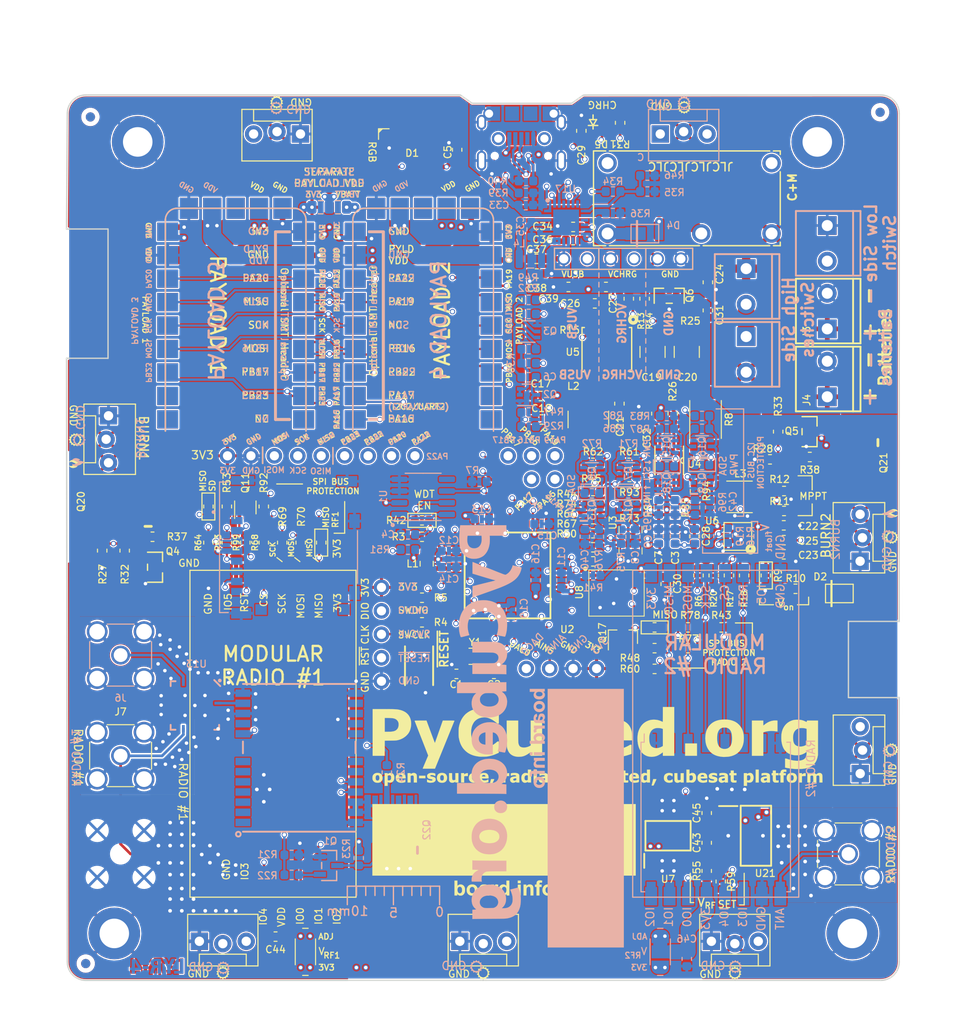
<source format=kicad_pcb>
(kicad_pcb (version 20211014) (generator pcbnew)
  (layers (0 "F.Cu" signal) (1 "In1.Cu" signal "Route2") (2 "In2.Cu" signal "Route15") (31 "B.Cu" signal) (34 "B.Paste" user) (35 "F.Paste" user) (36 "B.SilkS" user "B.Silkscreen") (37 "F.SilkS" user "F.Silkscreen") (38 "B.Mask" user) (39 "F.Mask" user) (44 "Edge.Cuts" user))
  (net 0 "")
  (net 1 "GND")
  (net 2 "3.3V")
  (net 3 "ENAB_BURN2")
  (net 4 "ENAB_BURN1")
  (net 5 "ENAB_GPS")
  (net 6 "SWCLK")
  (net 7 "SWDIO")
  (net 8 "~{RESET}")
  (net 9 "VSOLAR")
  (net 10 "L1_PROG")
  (net 11 "VBATT")
  (net 12 "USB_D+")
  (net 13 "USB_D-")
  (net 14 "GPS_PWR_IN")
  (net 15 "BURN_RELAY_A")
  (net 16 "Net-(U3-Pad11)")
  (net 17 "Net-(U3-Pad10)")
  (net 18 "Net-(U3-Pad9)")
  (net 19 "Net-(U1-Pad5)")
  (net 20 "Net-(R15-Pad1)")
  (net 21 "Net-(R13-Pad1)")
  (net 22 "Net-(R10-Pad1)")
  (net 23 "Net-(C25-Pad1)")
  (net 24 "Net-(C26-Pad1)")
  (net 25 "Net-(J1-PadDT)")
  (net 26 "Net-(J1-PadSW)")
  (net 27 "Net-(J1-Pad8)")
  (net 28 "Net-(J1-Pad1)")
  (net 29 "Net-(U14-Pad19)")
  (net 30 "Net-(U14-Pad16)")
  (net 31 "Net-(U14-Pad15)")
  (net 32 "Net-(U14-Pad14)")
  (net 33 "Net-(U14-Pad17)")
  (net 34 "Net-(U14-Pad18)")
  (net 35 "Net-(U14-Pad1)")
  (net 36 "Net-(U14-Pad3)")
  (net 37 "Net-(U14-Pad6)")
  (net 38 "Net-(U14-Pad5)")
  (net 39 "Net-(U14-Pad4)")
  (net 40 "Net-(U14-Pad2)")
  (net 41 "Net-(U14-Pad7)")
  (net 42 "Net-(U14-Pad9)")
  (net 43 "/RF and GPS/RF_IN")
  (net 44 "/Burn Wires/VBURN_A_IN")
  (net 45 "/Burn Wires/VBURN1")
  (net 46 "/Burn Wires/VBURN2")
  (net 47 "Net-(Q5-Pad1)")
  (net 48 "Net-(D4-PadA)")
  (net 49 "/Avionics/XTAL1")
  (net 50 "/Avionics/XTAL2")
  (net 51 "DAC0")
  (net 52 "/Avionics/BATTERY")
  (net 53 "MISO")
  (net 54 "SCK")
  (net 55 "MOSI")
  (net 56 "FLASH_CS")
  (net 57 "FLASH_SCK")
  (net 58 "FLASH_IO3")
  (net 59 "FLASH_IO2")
  (net 60 "FLASH_MISO")
  (net 61 "FLASH_MOSI")
  (net 62 "Net-(J5-Pad1)")
  (net 63 "Net-(J6-Pad1)")
  (net 64 "Net-(C12-Pad2)")
  (net 65 "Net-(C21-Pad1)")
  (net 66 "Net-(C27-Pad1)")
  (net 67 "Net-(JP8-Pad3)")
  (net 68 "Net-(JP9-Pad3)")
  (net 69 "Net-(JP10-Pad3)")
  (net 70 "Net-(L1-Pad2)")
  (net 71 "Net-(Q1-Pad1)")
  (net 72 "Net-(Q1-Pad3)")
  (net 73 "Net-(Q4-Pad1)")
  (net 74 "Net-(R6-Pad2)")
  (net 75 "Net-(R11-Pad1)")
  (net 76 "Net-(R16-Pad1)")
  (net 77 "Net-(R16-Pad2)")
  (net 78 "Net-(R18-Pad1)")
  (net 79 "Net-(U9-Pad19)")
  (net 80 "Net-(U9-Pad23)")
  (net 81 "Net-(U9-Pad2)")
  (net 82 "Net-(U10-Pad17)")
  (net 83 "Net-(U10-Pad18)")
  (net 84 "Net-(U10-Pad19)")
  (net 85 "Net-(U10-Pad20)")
  (net 86 "Net-(U10-Pad21)")
  (net 87 "Net-(U10-Pad22)")
  (net 88 "Net-(U10-Pad23)")
  (net 89 "Net-(U11-Pad17)")
  (net 90 "Net-(U11-Pad18)")
  (net 91 "Net-(U11-Pad19)")
  (net 92 "Net-(U11-Pad20)")
  (net 93 "Net-(U11-Pad21)")
  (net 94 "Net-(U11-Pad22)")
  (net 95 "Net-(U11-Pad23)")
  (net 96 "Net-(U12-Pad19)")
  (net 97 "Net-(U12-Pad2)")
  (net 98 "Net-(C21-Pad2)")
  (net 99 "Net-(C23-Pad1)")
  (net 100 "Net-(L3-Pad1)")
  (net 101 "Net-(R42-Pad2)")
  (net 102 "WDT_WDI")
  (net 103 "~{CHRG}")
  (net 104 "RX")
  (net 105 "TX")
  (net 106 "PB17")
  (net 107 "PA22")
  (net 108 "PA20")
  (net 109 "PB22")
  (net 110 "PB23")
  (net 111 "PA19")
  (net 112 "PB16")
  (net 113 "Net-(R24-Pad1)")
  (net 114 "Net-(U1-Pad1)")
  (net 115 "RF1_RST")
  (net 116 "RF1_CS")
  (net 117 "RF1_IO0")
  (net 118 "RF2_RST")
  (net 119 "RF2_CS")
  (net 120 "/RF and GPS/RF2_ANT")
  (net 121 "Net-(JP13-Pad3)")
  (net 122 "Net-(JP14-Pad3)")
  (net 123 "Net-(JP15-Pad3)")
  (net 124 "USB_CC2")
  (net 125 "Net-(J13-PadA8)")
  (net 126 "USB_CC1")
  (net 127 "Net-(J13-PadB8)")
  (net 128 "GNDREF")
  (net 129 "VBUS_IN")
  (net 130 "SCL")
  (net 131 "SDA")
  (net 132 "/Power/VCHRG_IN")
  (net 133 "Net-(C35-Pad2)")
  (net 134 "VCHRG")
  (net 135 "Net-(U17-Pad3)")
  (net 136 "Net-(C32-Pad2)")
  (net 137 "Net-(C36-Pad1)")
  (net 138 "THM")
  (net 139 "Net-(U4-Pad9)")
  (net 140 "Net-(U4-Pad8)")
  (net 141 "Net-(C36-Pad2)")
  (net 142 "Net-(D5-Pad2)")
  (net 143 "Net-(R36-Pad2)")
  (net 144 "Net-(U17-Pad10)")
  (net 145 "Net-(U17-Pad9)")
  (net 146 "Net-(U17-Pad6)")
  (net 147 "RF1_IO4")
  (net 148 "Net-(U15-Pad7)")
  (net 149 "Net-(U15-Pad11)")
  (net 150 "Net-(U23-Pad3)")
  (net 151 "Net-(U23-Pad15)")
  (net 152 "Net-(U24-Pad15)")
  (net 153 "Net-(U24-Pad3)")
  (net 154 "RF1_ANT")
  (net 155 "AIN5")
  (net 156 "Net-(D1-Pad2)")
  (net 157 "Net-(D1-Pad4)")
  (net 158 "Net-(U3-Pad4)")
  (net 159 "Net-(C25-Pad2)")
  (net 160 "Net-(C37-Pad2)")
  (net 161 "Net-(C39-Pad2)")
  (net 162 "SD_CS")
  (net 163 "Net-(R41-Pad1)")
  (net 164 "Net-(C6-Pad2)")
  (net 165 "Net-(C6-Pad1)")
  (net 166 "Net-(C8-Pad1)")
  (net 167 "Net-(C40-Pad1)")
  (net 168 "Net-(C41-Pad1)")
  (net 169 "Net-(C42-Pad1)")
  (net 170 "Net-(Q2-Pad2)")
  (net 171 "/Power/3V3_EN")
  (net 172 "Net-(Q3-Pad5)")
  (net 173 "SCL_IMU")
  (net 174 "Net-(Q7-Pad2)")
  (net 175 "Net-(Q12-Pad6)")
  (net 176 "SDA_IMU")
  (net 177 "Net-(Q8-Pad2)")
  (net 178 "Net-(Q13-Pad6)")
  (net 179 "MOSI_RF1")
  (net 180 "SCK_RF1")
  (net 181 "MISO_RF1")
  (net 182 "Net-(Q12-Pad2)")
  (net 183 "Net-(Q13-Pad2)")
  (net 184 "MOSI_RF2")
  (net 185 "SCK_RF2")
  (net 186 "SCL_PWR")
  (net 187 "Net-(Q15-Pad2)")
  (net 188 "Net-(Q15-Pad5)")
  (net 189 "SDA_PWR")
  (net 190 "Net-(Q16-Pad2)")
  (net 191 "Net-(Q16-Pad5)")
  (net 192 "MISO_RF2")
  (net 193 "Net-(Q18-Pad2)")
  (net 194 "Net-(Q19-Pad2)")
  (net 195 "VBUS_RESET")
  (net 196 "Net-(U4-Pad10)")
  (net 197 "Net-(Q3-Pad2)")
  (net 198 "STAT")
  (net 199 "/Power/REGN")
  (net 200 "Net-(R26-Pad2)")
  (net 201 "/Power/V_RF")
  (net 202 "VCC_RF2")
  (net 203 "VCC_RF1")
  (net 204 "ENAB_RF")
  (net 205 "Net-(Q11-Pad4)")
  (net 206 "Net-(Q11-Pad2)")
  (net 207 "Net-(Q11-Pad5)")
  (net 208 "Net-(Q11-Pad1)")
  (net 209 "Net-(Q17-Pad2)")
  (net 210 "Net-(Q17-Pad1)")
  (net 211 "VBATT_SENSE")
  (net 212 "MOSI_SD")
  (net 213 "SCK_SD")
  (net 214 "MISO_SD")
  (net 215 "Net-(U9-Pad14)")
  (net 216 "Net-(U10-Pad14)")
  (net 217 "Net-(U11-Pad14)")
  (net 218 "Net-(U9-Pad13)")
  (net 219 "Net-(U10-Pad13)")
  (net 220 "Net-(U11-Pad13)")
  (net 221 "Net-(U12-Pad13)")
  (net 222 "Net-(U12-Pad14)")
  (net 223 "Net-(U9-Pad1)")
  (net 224 "Net-(U10-Pad1)")
  (net 225 "Net-(U12-Pad1)")
  (net 226 "/RF and GPS/PYLD12_VDD")
  (net 227 "/RF and GPS/PYLD34_VDD")
  (net 228 "Net-(Q20-Pad4)")
  (net 229 "Net-(Q21-Pad4)")
  (net 230 "RF2_IO0")
  (net 231 "Net-(U15-Pad15)")
  (net 232 "Net-(U23-Pad7)")
  (net 233 "Net-(U24-Pad7)")
  (net 234 "Net-(U23-Pad8)")
  (net 235 "RF2_IO4")
  (net 236 "Net-(U15-Pad16)")
  (net 237 "Net-(U24-Pad8)")
  (net 238 "Net-(J16-Pad2)")
  (net 239 "Net-(J11-Pad4)")
  (net 240 "Net-(R55-Pad2)")
  (net 241 "Net-(U7-Pad4)")
  (net 242 "PA16")
  (net 243 "PA17")
  (footprint "mainboard:PWRDI-123" (layer "F.Cu") (at 182.118 106.474096)
    (fp_text reference "D2")
    (fp_text value "DFLS130L" hide)
  )
  (footprint "mainboard:MOLEX-1X3_LOCK" (layer "F.Cu") (at 102.6731 87.233596 -90)
    (fp_text reference "JP11" hide)
    (fp_text value "Conn_01x03" hide)
  )
  (footprint "mainboard:MOLEX-1X3_LOCK" (layer "F.Cu") (at 184.3961 102.981596 90)
    (fp_text reference "JP12" hide)
    (fp_text value "Conn_01x03" hide)
  )
  (footprint "mainboard:MOLEX-1X3_LOCK" (layer "F.Cu") (at 112.649 144.272)
    (fp_text reference "JP13" hide)
    (fp_text value "Conn_01x03" hide)
  )
  (footprint "mainboard:MOLEX-1X3_LOCK" (layer "F.Cu") (at 123.6056 56.584096 180)
    (fp_text reference "JP9" hide)
    (fp_text value "Conn_01x03" hide)
  )
  (footprint "mainboard:SCREWTERMINAL-3.5MM-2_LOCK" (layer "F.Cu") (at 180.7081 77.638496 90)
    (fp_text reference "J3")
    (fp_text value "1985807")
  )
  (footprint "mainboard:SCREWTERMINAL-3.5MM-2_LOCK" (layer "F.Cu") (at 180.7081 84.994096 90)
    (fp_text reference "J4")
    (fp_text value "1985807")
  )
  (footprint "Resistor_SMD:R_0603_1608Metric" (layer "F.Cu") (at 176.022 95.377 180)
    (fp_text reference "R12")
    (fp_text value "121K")
  )
  (footprint "Resistor_SMD:R_0603_1608Metric" (layer "F.Cu") (at 174.0535 104.521 -90)
    (fp_text reference "R9")
    (fp_text value "107K")
  )
  (footprint "Resistor_SMD:R_0603_1608Metric" (layer "F.Cu") (at 177.2631 105.966096)
    (fp_text reference "R10")
    (fp_text value "0")
  )
  (footprint "Resistor_SMD:R_0603_1608Metric" (layer "F.Cu") (at 168.402 104.521 90)
    (fp_text reference "R20")
    (fp_text value "3.01K")
  )
  (footprint "Capacitor_SMD:C_0603_1608Metric" (layer "F.Cu") (at 175.9931 99.097896)
    (fp_text reference "C22")
    (fp_text value "10uF")
  )
  (footprint "Capacitor_SMD:C_0603_1608Metric" (layer "F.Cu") (at 175.9931 102.235)
    (fp_text reference "C23")
    (fp_text value "2.2uF")
  )
  (footprint "Capacitor_SMD:C_0603_1608Metric" (layer "F.Cu") (at 166.291134 100.289196 -90)
    (fp_text reference "C28")
    (fp_text value "22uF")
  )
  (footprint "Resistor_SMD:R_0603_1608Metric" (layer "F.Cu") (at 178.816 91.694)
    (fp_text reference "R38")
    (fp_text value "100k")
  )
  (footprint "mainboard:PWP14_2P31X2P46-L" (layer "F.Cu") (at 156.8161 80.058096 -90)
    (fp_text reference "U5")
    (fp_text value "TPS54226PWPRPWP14_2P31X2P46-L" hide)
  )
  (footprint "Capacitor_SMD:C_0603_1608Metric" (layer "F.Cu") (at 149.733 87.63)
    (fp_text reference "C18")
    (fp_text value "22uF")
  )
  (footprint "Capacitor_SMD:C_0603_1608Metric" (layer "F.Cu") (at 149.6406 85.09)
    (fp_text reference "C17")
    (fp_text value "22uF")
  )
  (footprint "Capacitor_SMD:C_0603_1608Metric" (layer "F.Cu") (at 158.1785 85.9155 90)
    (fp_text reference "C21")
    (fp_text value "0.1uF")
  )
  (footprint "Resistor_SMD:R_0603_1608Metric" (layer "F.Cu") (at 152.781 76.5175 180)
    (fp_text reference "R15")
    (fp_text value "100K")
  )
  (footprint "Capacitor_SMD:C_0603_1608Metric" (layer "F.Cu") (at 155.5115 75.057 180)
    (fp_text reference "C26")
    (fp_text value "3.3nF")
  )
  (footprint "mainboard:SOT-23" (layer "F.Cu") (at 178.7871 88.948096 -90)
    (fp_text reference "Q5")
    (fp_text value "IRLML2803" hide)
  )
  (footprint "Resistor_SMD:R_0603_1608Metric" (layer "F.Cu") (at 166.751 104.521 -90)
    (fp_text reference "R6")
    (fp_text value "4.7K")
  )
  (footprint "Resistor_SMD:R_0603_1608Metric" (layer "F.Cu") (at 163.449 76.962)
    (fp_text reference "R25")
    (fp_text value "10K")
  )
  (footprint "mainboard:QFP50P1200X1200X120-64N" (layer "F.Cu") (at 146.05 104.521 90)
    (fp_text reference "U2")
    (fp_text value "ATSAMD51J19A-AU" hide)
  )
  (footprint "mainboard:NDS8434" (layer "F.Cu") (at 104.902 96.52 90)
    (fp_text reference "Q20")
    (fp_text value "NDS8434" hide)
  )
  (footprint "Resistor_SMD:R_0603_1608Metric" (layer "F.Cu") (at 102.1151 101.834096 -90)
    (fp_text reference "R27")
    (fp_text value "10K")
  )
  (footprint "mainboard:SOT-23" (layer "F.Cu") (at 107.842904 103.632 -90)
    (fp_text reference "Q4")
    (fp_text value "IRLML2803" hide)
  )
  (footprint "Resistor_SMD:R_0603_1608Metric" (layer "F.Cu") (at 107.569 100.33 180)
    (fp_text reference "R37")
    (fp_text value "100k")
  )
  (footprint "mainboard:NDS8434" (layer "F.Cu") (at 183.515 92.329 180)
    (fp_text reference "Q21")
    (fp_text value "NDS8434" hide)
  )
  (footprint "Inductor_SMD:L_1812_4532Metric" (layer "F.Cu") (at 171.196 96.012)
    (fp_text reference "L3")
    (fp_text value "33uH")
  )
  (footprint "mainboard:XTB40_payload" (layer "F.Cu") (at 124.20346 64.7573 180)
    (fp_text reference "U10" hide)
    (fp_text value "XTB-40" hide)
  )
  (footprint "mainboard:XTB40_payload" (layer "F.Cu") (at 144.52346 64.7573 180)
    (fp_text reference "U12" hide)
    (fp_text value "XTB-40" hide)
  )
  (footprint "Resistor_SMD:R_0603_1608Metric" (layer "F.Cu") (at 136.779 100.33)
    (fp_text reference "R3")
    (fp_text value "10K")
  )
  (footprint "Connector_PinHeader_2.54mm:PinHeader_1x05_P2.54mm_Vertical" (layer "F.Cu") (at 132.3848 105.8164)
    (fp_text reference "J2" hide)
    (fp_text value "Conn_01x05")
  )
  (footprint "mainboard:SON127P600X500X90-9N" (layer "F.Cu") (at 157.861 106.426)
    (fp_text reference "U8")
    (fp_text value "MR25H40MDF")
  )
  (footprint "Resistor_SMD:R_0603_1608Metric" (layer "F.Cu") (at 155.321 95.377)
    (fp_text reference "R45")
    (fp_text value "10K")
  )
  (footprint "mainboard:QFN-16-PAD" (layer "F.Cu") (at 171.0161 100.296496 180)
    (fp_text reference "U6")
    (fp_text value "LTC4121" hide)
  )
  (footprint "Connector_PinHeader_2.54mm:PinHeader_1x09_P2.54mm_Vertical" (layer "F.Cu") (at 115.697 91.567 90)
    (fp_text reference "J8" hide)
    (fp_text value "Conn_01x09")
  )
  (footprint "Resistor_SMD:R_0603_1608Metric" (layer "F.Cu") (at 136.779 109.601 180)
    (fp_text reference "R4")
    (fp_text value "10K")
  )
  (footprint "MountingHole:MountingHole_3.2mm_M3_DIN965_Pad" (layer "F.Cu") (at 105.9661 57.5691)
    (fp_text reference "H1" hide)
    (fp_text value "MountingHole_Pad")
  )
  (footprint "MountingHole:MountingHole_3.2mm_M3_DIN965_Pad" (layer "F.Cu") (at 103.4261 143.2941)
    (fp_text reference "H2" hide)
    (fp_text value "MountingHole_Pad")
  )
  (footprint "MountingHole:MountingHole_3.2mm_M3_DIN965_Pad" (layer "F.Cu") (at 183.4261 143.2941)
    (fp_text reference "H3" hide)
    (fp_text value "MountingHole_Pad")
  )
  (footprint "MountingHole:MountingHole_3.2mm_M3_DIN965_Pad" (layer "F.Cu") (at 179.6261 57.5691)
    (fp_text reference "H4" hide)
    (fp_text value "MountingHole_Pad")
  )
  (footprint "Fiducial:Fiducial_1mm_Mask2mm" (layer "F.Cu") (at 100.33 146.558)
    (fp_text reference "REF1T" hide)
    (fp_text value "Fiducial_1mm_Mask2mm")
  )
  (footprint "mainboard:MOLEX-1X3_LOCK" (layer "F.Cu") (at 184.404 125.984 90)
    (fp_text reference "JP15" hide)
    (fp_text value "Conn_01x03" hide)
  )
  (footprint "mainboard:MOLEX-1X3_LOCK" (layer "F.Cu") (at 168.148 144.272)
    (fp_text reference "JP14" hide)
    (fp_text value "Conn_01x03" hide)
  )
  (footprint "mainboard:USB_C_Receptacle_XKB_U262-161N-4BVC11" (layer "F.Cu") (at 148.0566 55.0418 180)
    (fp_text reference "J13" hide)
    (fp_text value "USB_C_Receptacle_USB2.0")
  )
  (footprint "mainboard:RELAY_PE014006" (layer "F.Cu") (at 174.0881 59.865096 90)
    (fp_text reference "U16" hide)
    (fp_text value "PE014006" hide)
  )
  (footprint "Capacitor_SMD:C_0603_1608Metric" (layer "F.Cu") (at 154.051 56.368 90)
    (fp_text reference "C29")
    (fp_text value "4.7uF")
  )
  (footprint "Resistor_SMD:R_0603_1608Metric" (layer "F.Cu") (at 158.2547 55.499 -90)
    (fp_text reference "R31")
    (fp_text value "10K")
  )
  (footprint "mainboard:layers" (layer "F.Cu") (at 108.204 148.59)
    (fp_text reference "REF**" hide)
    (fp_text value "Val**" hide)
  )
  (footprint "Connector_Coaxial:SMA_Amphenol_901-144_Vertical" (layer "F.Cu") (at 183.007 134.684096)
    (fp_text reference "J12" hide)
    (fp_text value "Amphenol_901-144")
  )
  (footprint "Capacitor_SMD:C_0603_1608Metric" (layer "F.Cu") (at 153.162 66.7766 180)
    (fp_text reference "C34")
    (fp_text value "4.7uF")
  )
  (footprint "Capacitor_SMD:C_0603_1608Metric" (layer "F.Cu") (at 149.225 71.8185)
    (fp_text reference "C38")
    (fp_text value "22uF")
  )
  (footprint "Resistor_SMD:R_0603_1608Metric" (layer "F.Cu") (at 159.1945 74.549 -90)
    (fp_text reference "R13")
    (fp_text value "73.2K")
  )
  (footprint "Capacitor_SMD:C_0603_1608Metric" (layer "F.Cu") (at 152.654 73.279)
    (fp_text reference "C39")
    (fp_text value "10uF")
  )
  (footprint "mainboard:sun" (layer "F.Cu") (at 99.2886 89.8652)
    (fp_text reference "REF**" hide)
    (fp_text value "Val**" hide)
  )
  (footprint "mainboard:flame" (layer "F.Cu") (at 99.2632 92.3798 -90)
    (fp_text reference "REF**" hide)
    (fp_text value "Val**" hide)
  )
  (footprint "mainboard:flame" (layer "F.Cu") (at 187.6298 97.8408 90)
    (fp_text reference "REF**" hide)
    (fp_text value "Val**" hide)
  )
  (footprint "mainboard:sun" (layer "F.Cu") (at 187.6044 100.3554 180)
    (fp_text reference "REF**" hide)
    (fp_text value "Val**" hide)
  )
  (footprint "mainboard:sun" (layer "F.Cu") (at 120.9802 53.34 -90)
    (fp_text reference "REF**" hide)
    (fp_text value "Val**" hide)
  )
  (footprint "mainboard:sun" (layer "F.Cu") (at 165.1508 53.8988 -90)
    (fp_text reference "REF**" hide)
    (fp_text value "Val**" hide)
  )
  (footprint "mainboard:sun" (layer "F.Cu") (at 187.6044 123.3424 180)
    (fp_text reference "REF**" hide)
    (fp_text value "Val**" hide)
  )
  (footprint "mainboard:sun" (layer "F.Cu") (at 143.465409 147.4978 90)
    (fp_text reference "REF**" hide)
    (fp_text value "Val**" hide)
  )
  (footprint "mainboard:sun" (layer "F.Cu") (at 115.2398 147.4724 90)
    (fp_text reference "REF**" hide)
    (fp_text value "Val**" hide)
  )
  (footprint "Connector_Coaxial:SMA_Amphenol_901-144_Vertical" (layer "F.Cu") (at 104.1111 124.04)
    (fp_text reference "J7")
    (fp_text value "Amphenol_901-144")
  )
  (footprint "LED_SMD:LED_WS2812B_PLCC4_5.0x5.0mm_P3.2mm" (layer "F.Cu") (at 135.636 58.674 180)
    (fp_text reference "D1")
    (fp_text value "WS2812B")
  )
  (footprint "Resistor_SMD:R_0603_1608Metric" (layer "F.Cu") (at 169.2275 110.1471)
    (fp_text reference "R43")
    (fp_text value "10K")
  )
  (footprint "Resistor_SMD:R_0603_1608Metric" (layer "F.Cu") (at 155.321 102.997 180)
    (fp_text reference "R50")
    (fp_text value "10K")
  )
  (footprint "Capacitor_SMD:C_0603_1608Metric" (layer "F.Cu") (at 162.433 100.289196 -90)
    (fp_text reference "C7")
    (fp_text value "0.1uF")
  )
  (footprint "mainboard:BMX160" (layer "F.Cu") (at 159.385 100.711 -90)
    (fp_text reference "U3")
    (fp_text value "BMX160" hide)
  )
  (footprint "Capacitor_SMD:C_0603_1608Metric" (layer "F.Cu") (at 164.211 100.289196 90)
    (fp_text reference "C3")
    (fp_text value "0.1uF")
  )
  (footprint "Capacitor_SMD:C_0603_1608Metric" (layer "F.Cu") (at 163.195 105.458096 -90)
    (fp_text reference "C30")
    (fp_text value "0.1uF")
  )
  (footprint "Resistor_SMD:R_0603_1608Metric" (layer "F.Cu") (at 136.779 106.934)
    (fp_text reference "R5")
    (fp_text value "10K")
  )
  (footprint "Resistor_SMD:R_0603_1608Metric" (layer "F.Cu") (at 136.779 98.552 180)
    (fp_text reference "R42")
    (fp_text value "10K")
  )
  (footprint "mainboard:version" (layer "F.Cu") (at 134.62 145.161)
    (fp_text reference "REF**" hide)
    (fp_text value "Val**" hide)
  )
  (footprint "Inductor_SMD:L_0805_2012Metric_Pad1.15x1.40mm_HandSolder" (layer "F.Cu") (at 137.287 103.251 -90)
    (fp_text reference "L1")
    (fp_text value "10uH")
  )
  (footprint "mainboard:opensource" (layer "F.Cu") (at 154.305 125.8062)
    (fp_text reference "REF**" hide)
    (fp_text value "Val**" hide)
  )
  (footprint "Capacitor_SMD:C_0603_1608Metric" (layer "F.Cu") (at 175.9931 100.700296)
    (fp_text reference "C25")
    (fp_text value "22nF")
  )
  (footprint "Resistor_SMD:R_0603_1608Metric" (layer "F.Cu") (at 176.022 97.536)
    (fp_text reference "R11")
    (fp_text value "787K")
  )
  (footprint "Capacitor_SMD:C_0603_1608Metric" (layer "F.Cu") (at 140.589 58.42 90)
    (fp_text reference "C5")
    (fp_text value "0.1uF")
  )
  (footprint "Capacitor_SMD:C_0603_1608Metric" (layer "F.Cu") (at 156.718 73.279 180)
    (fp_text reference "C27")
    (fp_text value "1uF")
  )
  (footprint "Capacitor_SMD:C_0603_1608Metric" (layer "F.Cu") (at 149.187 70.231)
    (fp_text reference "C37")
    (fp_text value "22uF")
  )
  (footprint "Resistor_SMD:R_0805_2012Metric" (layer "F.Cu") (at 125.79453 64.643)
    (fp_text reference "R54" hide)
    (fp_text value "0")
  )
  (footprint "Resistor_SMD:R_0805_2012Metric" (layer "F.Cu") (at 127.66953 64.643)
    (fp_text reference "R56" hide)
    (fp_text value "0")
  )
  (footprint "Resistor_SMD:R_0603_1608Metric" (layer "F.Cu") (at 155.321 99.949)
    (fp_text reference "R66")
    (fp_text value "10K")
  )
  (footprint "Resistor_SMD:R_0603_1608Metric" (layer "F.Cu") (at 155.321 101.473)
    (fp_text reference "R67")
    (fp_text value "10K")
  )
  (footprint "Resistor_SMD:R_0603_1608Metric" (layer "F.Cu") (at 159.258 96.901 180)
    (fp_text reference "R73")
    (fp_text value "100K")
  )
  (footprint "Resistor_SMD:R_0603_1608Metric" (layer "F.Cu") (at 155.321 98.425 180)
    (fp_text reference "R74")
    (fp_text value "100K")
  )
  (footprint "Resistor_SMD:R_0603_1608Metric" (layer "F.Cu") (at 162.433 97.155 90)
    (fp_text reference "R84")
    (fp_text value "10K")
  )
  (footprint "Resistor_SMD:R_0603_1608Metric" (layer "F.Cu") (at 164.211 97.155 90)
    (fp_text reference "R85")
    (fp_text value "10K")
  )
  (footprint "Resistor_SMD:R_0603_1608Metric" (layer "F.Cu") (at 159.258 93.853)
    (fp_text reference "R93")
    (fp_text value "100K")
  )
  (footprint "Resistor_SMD:R_0603_1608Metric" (layer "F.Cu") (at 166.37 95.377 90)
    (fp_text reference "R94")
    (fp_text value "100K")
  )
  (footprint "Resistor_SMD:R_0603_1608Metric" (layer "F.Cu") (at 155.321 96.901 180)
    (fp_text reference "R44")
    (fp_text value "10K")
  )
  (footprint "Capacitor_SMD:C_0603_1608Metric" (layer "F.Cu") (at 144.5768 115.18392)
    (fp_text reference "C2")
    (fp_text value "8pF")
  )
  (footprint "Crystal:Crystal_SMD_3215-2Pin_3.2x1.5mm" (layer "F.Cu") (at 142.5448 113.27892 180)
    (fp_text reference "Y1")
    (fp_text value "32.768kHz")
  )
  (footprint "Capacitor_SMD:C_0603_1608Metric" (layer "F.Cu") (at 140.5128 115.18392 180)
    (fp_text reference "C1")
    (fp_text value "8pF")
  )
  (footprint "Resistor_SMD:R_0603_1608Metric" (layer "F.Cu") (at 155.321 92.329)
    (fp_text reference "R62")
    (fp_text value "10K")
  )
  (footprint "mainboard:PinHeader_CUSTOM3" (layer "F.Cu") (at 148.6535 94.107 90)
    (fp_text reference "J15" hide)
    (fp_text value "Conn_01x02")
  )
  (footprint "Resistor_SMD:R_0603_1608Metric" (layer "F.Cu") (at 160.909 74.549 90)
    (fp_text reference "R14")
    (fp_text value "22.1K")
  )
  (footprint "Connector_PinHeader_2.54mm:PinHeader_1x03_P2.54mm_Vertical" (layer "F.Cu") (at 146.1135 91.567 90)
    (fp_text reference "J9" hide)
    (fp_text value "Conn_01x03")
  )
  (footprint "LED_SMD:LED_0603_1608Metric" (layer "F.Cu") (at 156.2935 55.499 90)
    (fp_text reference "D5")
    (fp_text value "GREEN LED")
  )
  (footprint "mainboard:MOLEX-1X3_LOCK" (layer "F.Cu") (at 140.8811 144.272)
    (fp_text reference "JP8" hide)
    (fp_text value "Conn_01x03" hide)
  )
  (footprint "Resistor_SMD:R_2512_6332Metric" (layer "F.Cu") (at 167.513 87.63 -90)
    (fp_text reference "R8")
    (fp_text value "0.1")
  )
  (footprint "mainboard:L_2141" (layer "F.Cu") (at 154.813 87.63 -90)
    (fp_text reference "L2")
    (fp_text value "3.3uH")
  )
  (footprint "mainboard:SOT-23" (layer "F.Cu") (at 163.576 74.2315)
    (fp_text reference "Q6" hide)
    (fp_text value "MMBT2222AT" hide)
  )
  (footprint "Resistor_SMD:R_0603_1608Metric" (layer "F.Cu") (at 174.498 91.948 180)
    (fp_text reference "R28")
    (fp_text value "10K")
  )
  (footprint "Resistor_SMD:R_0603_1608Metric" (layer "F.Cu") (at 175.387 88.948096 -90)
    (fp_text reference "R33")
    (fp_text value "4.7K")
  )
  (footprint "Capacitor_SMD:C_1210_3225Metric" (layer "F.Cu") (at 161.7691 80.312096 90)
    (fp_text reference "C19")
    (fp_text value "100uF")
  )
  (footprint "Capacitor_SMD:C_1210_3225Metric" (layer "F.Cu") (at 165.481 80.312096 90)
    (fp_text reference "C20")
    (fp_text value "100uF")
  )
  (footprint "Resistor_SMD:R_0603_1608Metric" (layer "F.Cu") (at 159.258 92.329)
    (fp_text reference "R61")
    (fp_text value "10K")
  )
  (footprint "Capacitor_SMD:C_0603_1608Metric" (layer "F.Cu") (at 167.767 72.771 -90)
    (fp_text reference "C24")
    (fp_text value "0.1uF")
  )
  (footprint "Resistor_SMD:R_0603_1608Metric" (layer "F.Cu") (at 163.957 86.995 -90)
    (fp_text reference "R26")
    (fp_text value "1K")
  )
  (footprint "mainboard:ADM1176-1ARMZ-R7" (layer "F.Cu") (at 163.576 92.075 -90)
    (fp_text reference "U4")
    (fp_text value "ADM1176-1ARMZ-R7" hide)
  )
  (footprint "mainboard:RFM95PW" (layer "F.Cu") (at 121.1291 121.666 -90)
    (fp_text reference "U23" hide)
    (fp_text value "RFM98PW" hide)
  )
  (footprint "mainboard:sun" (layer "F.Cu") (at 170.7388 147.4978 90)
    (fp_text reference "REF**" hide)
    (fp_text value "Val**" hide)
  )
  (footprint "mainboard:pycubed_logo" (layer "F.Cu") (at 152.9842 122.3772)
    (fp_text reference "REF**" hide)
    (fp_text value "VAL**" hide)
  )
  (footprint "Resistor_SMD:R_0603_1608Metric" (layer "F.Cu") (at 167.64 136.525 -90)
    (fp_text reference "R55")
    (fp_text value "10K")
  )
  (footprint "Resistor_SMD:R_0603_1608Metric" (layer "F.Cu") (at 170.053 104.521 -90)
    (fp_text reference "R17")
    (fp_text value "100k")
  )
  (footprint "Resistor_SMD:R_0603_1608Metric" (layer "F.Cu") (at 171.70304 104.521 -90)
    (fp_text reference "R18")
    (fp_text value "100k")
  )
  (footprint "mainboard:BTN_KMR2_4.6X2.8" (layer "F.Cu") (at 136.4615 114.3 90)
    (fp_text reference "SW1" hide)
    (fp_text value "KMR231NG LFS" hide)
  )
  (footprint "Connector_PinHeader_2.54mm:PinHeader_1x04_P2.54mm_Vertical" (layer "F.Cu") (at 148.082 114.6048 90)
    (fp_text reference "J10" hide)
    (fp_text value "Conn_01x04")
  )
  (footprint "Capacitor_SMD:C_0603_1608Metric" (layer "F.Cu") (at 167.767 75.819 90)
    (fp_text reference "C31")
    (fp_text value "22uF")
  )
  (footprint "Resistor_SMD:R_0603_1608Metric" (layer "F.Cu") (at 115.6291 100.965 90)
    (fp_text reference "R63")
    (fp_text value "1K")
  )
  (footprint "Resistor_SMD:R_0603_1608Metric" (layer "F.Cu") (at 113.6291 100.965 90)
    (fp_text reference "R64")
    (fp_text value "1K")
  )
  (footprint "Resistor_SMD:R_0603_1608Metric" (layer "F.Cu") (at 119.6291 100.965 -90)
    (fp_text reference "R68")
    (fp_text value "4.7K")
  )
  (footprint "Resistor_SMD:R_0603_1608Metric" (layer "F.Cu") (at 121.6291 100.965 90)
    (fp_text reference "R69")
    (fp_text value "1K")
  )
  (footprint "Resistor_SMD:R_0603_1608Metric" (layer "F.Cu") (at 161.9885 110.1471 180)
    (fp_text reference "R107" hide)
    (fp_text value "0")
  )
  (footprint "Resistor_SMD:R_0603_1608Metric" (layer "F.Cu") (at 113.6291 97.0534 90)
    (fp_text reference "R104" hide)
    (fp_text value "0")
  )
  (footprint "Resistor_SMD:R_0603_1608Metric" (layer "F.Cu") (at 119.6291 97.0534 90)
    (fp_text reference "R92")
    (fp_text value "4.7K")
  )
  (footprint "Package_TO_SOT_SMD:SOT-363_SC-70-6" (layer "F.Cu") (at 117.6291 97.155 90)
    (fp_text reference "Q11")
    (fp_text value "MMDT2907")
  )
  (footprint "Resistor_SMD:R_0603_1608Metric" (layer "F.Cu") (at 165.608 110.1471 180)
    (fp_text reference "R78")
    (fp_text value "1K")
  )
  (footprint "Resistor_SMD:R_0603_1608Metric" (layer "F.Cu") (at 161.9885 114.6429)
    (fp_text reference "R60")
    (fp_text value "4.7K")
  )
  (footprint "Resistor_SMD:R_0603_1608Metric" (layer "F.Cu") (at 161.9885 112.395)
    (fp_text reference "R48")
    (fp_text value "0")
  )
  (footprint "Resistor_SMD:R_0603_1608Metric" (layer "F.Cu") (at 165.608 112.395)
    (fp_text reference "R77")
    (fp_text value "1K")
  )
  (footprint "Resistor_SMD:R_0603_1608Metric" (layer "F.Cu") (at 115.6291 97.0534 -90)
    (fp_text reference "R53")
    (fp_text value "0")
  )
  (footprint "Resistor_SMD:R_0603_1608Metric" (layer "F.Cu") (at 117.6291 100.965 -90)
    (fp_text reference "R99")
    (fp_text value "0")
  )
  (footprint "Resistor_SMD:R_0603_1608Metric" (layer "F.Cu") (at 123.6291 100.965 -90)
    (fp_text reference "R70")
    (fp_text value "1K")
  )
  (footprint "Resistor_SMD:R_0603_1608Metric" (layer "F.Cu") (at 125.857 100.965 90)
    (fp_text reference "R101" hide)
    (fp_text value "0")
  )
  (footprint "Package_TO_SOT_SMD:SOT-23" (layer "F.Cu") (at 158.5595 111.1885 90)
    (fp_text reference "Q17")
    (fp_text value "MMBT2907")
  )
  (footprint "mainboard:board_info_block" (layer "F.Cu") (at 145.669 134.239)
    (fp_text reference "REF**" hide)
    (fp_text value "VAL**" hide)
  )
  (footprint "mainboard:TPS7A4501DCQT" (layer "F.Cu") (at 172.974 132.715)
    (fp_text reference "U21")
    (fp_text value "TPS7A4501DCQT" hide)
  )
  (footprint "mainboard:SolderJumper-3_P1.3mm_Bridged12_RoundedPad1.0x1.5mm" (layer "F.Cu") (at 124.1425 145.288 -90)
    (fp_text reference "JP6" hide)
    (fp_text value "Jumper_3_Bridged12")
  )
  (footprint "Capacitor_SMD:C_0603_1608Metric" (layer "F.Cu") (at 120.904 143.637)
    (fp_text reference "C44")
    (fp_text value "10uF")
  )
  (footprint "Capacitor_SMD:C_0603_1608Metric" (layer "F.Cu") (at 167.64 130.2512 -90)
    (fp_text reference "C45")
    (fp_text value "0.1uF")
  )
  (footprint "Resistor_SMD:R_0603_1608Metric" (layer "F.Cu") (at 169.164 137.668 -90)
    (fp_text reference "R59")
    (fp_text value "3.3K")
  )
  (footprint "Capacitor_SMD:C_0603_1608Metric" (layer "F.Cu") (at 167.64 133.477 -90)
    (fp_text reference "C43")
    (fp_text value "10uF")
  )
  (footprint "Capacitor_SMD:C_0603_1608Metric" (layer "F.Cu") (at 153.162 68.199)
    (fp_text reference "C36")
    (fp_text value "47nF")
  )
  (footprint "Resistor_SMD:R_0603_1608Metric" (layer "F.Cu") (at 104.5535 101.834096 90)
    (fp_text reference "R32")
    (fp_text value "4.7K")
  )
  (footprint "Capacitor_SMD:C_0603_1608Metric" (layer "F.Cu") (at 161.163 86.995 -90)
    (fp_text reference "C32")
    (fp_text value "3.3nF")
  )
  (footprint "mainboard:SOIC127P600X175-8N" (layer "F.Cu") (at 163.449 132.715 90)
    (fp_text reference "U7")
    (fp_text value "KF50BD-TR" hide)
  )
  (footprint "Fiducial:Fiducial_1mm_Mask2mm" (layer "F.Cu") (at 100.838 54.864 90)
    (fp_text reference "REF2T" hide)
    (fp_text value "Fiducial_1mm_Mask2mm")
  )
  (footprint "Fiducial:Fiducial_1mm_Mask2mm" (layer "F.Cu") (at 186.436 54.356)
    (fp_text reference "REF3T" hide)
    (fp_text value "Fiducial_1mm_Mask2mm")
  )
  (footprint "" (layer "F.Cu") (at 155.321 55.753 -90)
    (fp_text reference "REF**" hide)
    (fp_text value "Val**" hide)
  )
  (footprint "mainboard:MOLEX-1X3_LOCK" (layer "B.Cu") (at 162.6041 56.584096)
    (fp_text reference "JP10" hide)
    (fp_text value "Conn_01x03" hide)
  )
  (footprint "mainboard:S1216_24PIN_PACKAGE" (layer "B.Cu") (at 123.220562 123.652543 180)
    (fp_text reference "U14" hide)
    (fp_text value "S1216V8" hide)
  )
  (footprint "mainboard:QFN32-5X5MM" (layer "B.Cu") (at 112.161878 118.60415 180)
    (fp_text reference "U13")
    (fp_text value "EP2W+")
  )
  (footprint "Capacitor_SMD:C_0603_1608Metric" (layer "B.Cu") (at 135.255 100.076)
    (fp_text reference "C4")
    (fp_text value "1uF")
  )
  (footprint "Capacitor_SMD:C_0603_1608Metric" (layer "B.Cu") (at 151.892 105.029 90)
    (fp_text reference "C11")
    (fp_text value "0.1uF")
  )
  (footprint "Capacitor_SMD:C_0603_1608Metric" (layer "B.Cu") (at 149.098 105.029 90)
    (fp_text reference "C16")
    (fp_text value "10uF")
  )
  (footprint "Resistor_SMD:R_0603_1608Metric" (layer "B.Cu") (at 164.211 100.289196 -90)
    (fp_text reference "R2" hide)
    (fp_text value "110K")
  )
  (footprint "mainboard:NDS8434" (layer "B.Cu") (at 133.604 132.08 180)
    (fp_text reference "Q22")
    (fp_text value "NDS8434" hide)
  )
  (footprint "Resistor_SMD:R_0603_1608Metric" (layer "B.Cu") (at 122.6531 136.954096)
    (fp_text reference "R22")
    (fp_text value "4.7K")
  )
  (footprint "Resistor_SMD:R_0603_1608Metric" (layer "B.Cu") (at 122.6531 134.795096)
    (fp_text reference "R21")
    (fp_text value "10K")
  )
  (footprint "Resistor_SMD:R_0603_1608Metric" (layer "B.Cu") (at 129.921 135.128 -90)
    (fp_text reference "R23")
    (fp_text value "3.3K")
  )
  (footprint "mainboard:SOT-23" (layer "B.Cu") (at 126.7171 135.938096 90)
    (fp_text reference "Q1")
    (fp_text value "IRLML2803" hide)
  )
  (footprint "Resistor_SMD:R_0603_1608Metric" (layer "B.Cu") (at 143.002 94.361)
    (fp_text reference "R7")
    (fp_text value "10K")
  )
  (footprint "Capacitor_SMD:C_0603_1608Metric" (layer "B.Cu") (at 143.256 98.425)
    (fp_text reference "C13")
    (fp_text value "1uF")
  )
  (footprint "mainboard:XTB40_payload" (layer "B.Cu") (at 129.286 64.7573)
    (fp_text reference "U11" hide)
    (fp_text value "XTB-40" hide)
  )
  (footprint "mainboard:MOLEX_503182-1852" (layer "B.Cu") (at 123.063 101.473 -90)
    (fp_text reference "J1" hide)
    (fp_text value "503182-1852")
  )
  (footprint "Capacitor_SMD:C_0603_1608Metric" (layer "B.Cu") (at 146.431 108.204 -90)
    (fp_text reference "C10")
    (fp_text value "0.1uF")
  )
  (footprint "Capacitor_SMD:C_0603_1608Metric" (layer "B.Cu") (at 139.7 101.854 180)
    (fp_text reference "C12")
    (fp_text value "1uF")
  )
  (footprint "Package_SO:SO-8_3.9x4.9mm_P1.27mm" (layer "B.Cu") (at 136.906 96.012)
    (fp_text reference "U1")
    (fp_text value "MAX706RESA")
  )
  (footprint "Fiducial:Fiducial_1mm_Mask2mm" (layer "B.Cu") (at 186.436 54.356)
    (fp_text reference "REF1B" hide)
    (fp_text value "Fiducial_1mm_Mask2mm")
  )
  (footprint "Resistor_SMD:R_0603_1608Metric" (layer "B.Cu") (at 148.0566 61.7982)
    (fp_text reference "R40")
    (fp_text value "5.1K")
  )
  (footprint "Connector_Coaxial:SMA_Amphenol_901-144_Vertical" (layer "B.Cu") (at 104.1111 113.148708)
    (fp_text reference "J6")
    (fp_text value "Amphenol_901-144")
  )
  (footprint "mainboard:RFM95PW" (layer "B.Cu") (at 168.11752 121.666 -90)
    (fp_text reference "U24" hide)
    (fp_text value "RFM98PW" hide)
  )
  (footprint "mainboard:QFN50P400X400X100-25N-D" (layer "B.Cu") (at 152.4 66.294 -90)
    (fp_text reference "U17")
    (fp_text value "BQ25883RGER" hide)
  )
  (footprint "Resistor_SMD:R_0603_1608Metric" (layer "B.Cu") (at 157.48 65.278 180)
    (fp_text reference "R36")
    (fp_text value "3.16K")
  )
  (footprint "Capacitor_SMD:C_0603_1608Metric" (layer "B.Cu") (at 148.6662 67.0306 90)
    (fp_text reference "C35")
    (fp_text value "10uF")
  )
  (footprint "Resistor_SMD:R_0603_1608Metric" (layer "B.Cu") (at 161.2138 62.9412 180)
    (fp_text reference "R35")
    (fp_text value "30.1K")
  )
  (footprint "Capacitor_SMD:C_0603_1608Metric" (layer "B.Cu") (at 148.0312 64.4144 180)
    (fp_text reference "C33")
    (fp_text value "1uF")
  )
  (footprint "Resistor_SMD:R_0603_1608Metric" (layer "B.Cu") (at 157.48 62.9412)
    (fp_text reference "R34")
    (fp_text value "5.23K")
  )
  (footprint "Resistor_SMD:R_0603_1608Metric" (layer "B.Cu") (at 148.0566 63.0936 180)
    (fp_text reference "R39")
    (fp_text value "5.1K")
  )
  (footprint "mainboard:pycubed_logo" (layer "B.Cu") (at 144.272 120.523 -90)
    (fp_text reference "REF**" hide)
    (fp_text value "Val**" hide)
  )
  (footprint "mainboard:flame" (layer "B.Cu") (at 99.568 92.329 90)
    (fp_text reference "REF**" hide)
    (fp_text value "Val**" hide)
  )
  (footprint "mainboard:sun" (layer "B.Cu") (at 99.695 89.789)
    (fp_text reference "REF**" hide)
    (fp_text value "Val**" hide)
  )
  (footprint "mainboard:flame" (layer "B.Cu") (at 187.325 97.79 -90)
    (fp_text reference "REF**" hide)
    (fp_text value "Val**" hide)
  )
  (footprint "mainboard:sun" (layer "B.Cu") (at 187.198 100.33 180)
    (fp_text reference "REF**" hide)
    (fp_text value "Val**" hide)
  )
  (footprint "mainboard:sun" (layer "B.Cu") (at 121.031 53.975 -90)
    (fp_text reference "REF**" hide)
    (fp_text value "Val**" hide)
  )
  (footprint "mainboard:sun" (layer "B.Cu") (at 115.189 146.939 90)
    (fp_text reference "REF**" hide)
    (fp_text value "Val**" hide)
  )
  (footprint "mainboard:sun" (layer "B.Cu") (at 142.621 146.812 90)
    (fp_text reference "REF**" hide)
    (fp_text value "Val**" hide)
  )
  (footprint "mainboard:sun" (layer "B.Cu") (at 170.688 146.812 90)
    (fp_text reference "REF**" hide)
    (fp_text value "Val**" hide)
  )
  (footprint "mainboard:sun" (layer "B.Cu") (at 187.325 123.571 180)
    (fp_text reference "REF**" hide)
    (fp_text value "Val**" hide)
  )
  (footprint "mainboard:sun" (layer "B.Cu") (at 165.227 53.3908 -90)
    (fp_text reference "REF**" hide)
    (fp_text value "Val**" hide)
  )
  (footprint "mainboard:10118194-0001LF" (layer "B.Cu") (at 147.5486 54.5084)
    (fp_text reference "J11" hide)
    (fp_text value "10118194-0001LF" hide)
  )
  (footprint "Capacitor_SMD:C_0603_1608Metric" (layer "B.Cu") (at 162.433 100.289196 -90)
    (fp_text reference "C9")
    (fp_text value "0.1uF")
  )
  (footprint "Resistor_SMD:R_0603_1608Metric" (layer "B.Cu") (at 155.321 104.517 180)
    (fp_text reference "R41")
    (fp_text value "10K")
  )
  (footprint "Capacitor_SMD:C_0603_1608Metric" (layer "B.Cu") (at 149.733 98.933)
    (fp_text reference "C15")
    (fp_text value "1uF")
  )
  (footprint "Resistor_SMD:R_0603_1608Metric" (layer "B.Cu") (at 161.2138 61.214 180)
    (fp_text reference "R46")
    (fp_text value "10K")
  )
  (footprint "mainboard:L_2510" (layer "B.Cu") (at 148.52 70.231)
    (fp_text reference "L4")
    (fp_text value "1uH")
  )
  (footprint "Capacitor_SMD:C_0603_1608Metric" (layer "B.Cu") (at 148.336 83.058)
    (fp_text reference "C6")
    (fp_text value "10uF")
  )
  (footprint "Capacitor_SMD:C_0603_1608Metric" (layer "B.Cu") (at 159.893 100.33 -90)
    (fp_text reference "C8")
    (fp_text value "10nF")
  )
  (footprint "Capacitor_SMD:C_0603_1608Metric" (layer "B.Cu") (at 164.211 97.155 -90)
    (fp_text reference "C41")
    (fp_text value "10nF")
  )
  (footprint "Capacitor_SMD:C_0603_1608Metric" (layer "B.Cu") (at 168.021 97.155 -90)
    (fp_text reference "C42")
    (fp_text value "10nF")
  )
  (footprint "mainboard:BSS138DWQ-7" (layer "B.Cu") (at 159.131 97.409)
    (fp_text reference "Q12")
    (fp_text value "BSS138DWQ-7" hide)
  )
  (footprint "Package_TO_SOT_SMD:SOT-363_SC-70-6" (layer "B.Cu") (at 167.132 90.551)
    (fp_text reference "Q16")
    (fp_text value "MBT2222ADW1T1")
  )
  (footprint "mainboard:BSS138DWQ-7" (layer "B.Cu") (at 167.132 94.488)
    (fp_text reference "Q19")
    (fp_text value "BSS138DWQ-7" hide)
  )
  (footprint "Resistor_SMD:R_0603_1608Metric" (layer "B.Cu") (at 148.336 88.392)
    (fp_text reference "R29")
    (fp_text value "73.2K")
  )
  (footprint "Resistor_SMD:R_0603_1608Metric" (layer "B.Cu") (at 148.336 81.534 180)
    (fp_text reference "R30")
    (fp_text value "100K")
  )
  (footprint "Resistor_SMD:R_0603_1608Metric" (layer "B.Cu") (at 148.336 74.676 180)
    (fp_text reference "R49")
    (fp_text value "100K")
  )
  (footprint "Resistor_SMD:R_0603_1608Metric" (layer "B.Cu") (at 148.336 76.2)
    (fp_text reference "R52")
    (fp_text value "10K")
  )
  (footprint "Resistor_SMD:R_0805_2012Metric" (layer "B.Cu") (at 125.79453 64.64046)
    (fp_text reference "R57" hide)
    (fp_text value "0")
  )
  (footprint "Resistor_SMD:R_0805_2012Metric" (layer "B.Cu") (at 127.66064 64.64046)
    (fp_text reference "R58" hide)
    (fp_text value "0")
  )
  (footprint "Resistor_SMD:R_0603_1608Metric" (layer "B.Cu") (at 155.194 91.567)
    (fp_text reference "R72")
    (fp_text value "680")
  )
  (footprint "Resistor_SMD:R_0603_1608Metric" (layer "B.Cu") (at 158.369 100.33 90)
    (fp_text reference "R75")
    (fp_text value "200K")
  )
  (footprint "Resistor_SMD:R_0603_1608Metric" (layer "B.Cu") (at 163.322 87.249)
    (fp_text reference "R82")
    (fp_text value "10K")
  )
  (footprint "Resistor_SMD:R_0603_1608Metric" (layer "B.Cu") (at 167.132 87.249)
    (fp_text reference "R83")
    (fp_text value "10K")
  )
  (footprint "Resistor_SMD:R_0603_1608Metric" (layer "B.Cu") (at 163.322 88.646)
    (fp_text reference "R86")
    (fp_text value "680")
  )
  (footprint "Resistor_SMD:R_0603_1608Metric" (layer "B.Cu") (at 167.132 88.646)
    (fp_text reference "R87")
    (fp_text value "680")
  )
  (footprint "Resistor_SMD:R_0603_1608Metric" (layer "B.Cu") (at 166.37 97.155 90)
    (fp_text reference "R96")
    (fp_text value "200K")
  )
  (footprint "Resistor_SMD:R_0603_1608Metric" (layer "B.Cu") (at 159.131 95.631 180)
    (fp_text reference "R97" hide)
    (fp_text value "0")
  )
  (footprint "Resistor_SMD:R_0603_1608Metric" (layer "B.Cu") (at 163.322 92.71 180)
    (fp_text reference "R108" hide)
    (fp_text value "0")
  )
  (footprint "Resistor_SMD:R_0603_1608Metric" (layer "B.Cu") (at 167.132 92.5576 180)
    (fp_text reference "R109" hide)
    (fp_text value "0")
  )
  (footprint "Package_TO_SOT_SMD:SOT-363_SC-70-6" (layer "B.Cu") (at 163.322 90.551)
    (fp_text reference "Q15")
    (fp_text value "MBT2222ADW1T1")
  )
  (footprint "mainboard:BSS138DWQ-7" (layer "B.Cu") (at 163.322 94.488)
    (fp_text reference "Q18")
    (fp_text value "BSS138DWQ-7" hide)
  )
  (footprint "Package_TO_SOT_SMD:SOT-363_SC-70-6" (layer "B.Cu") (at 159.131 93.472)
    (fp_text reference "Q7")
    (fp_text value "MBT2222ADW1T1")
  )
  (footprint "Resistor_SMD:R_0603_1608Metric" (layer "B.Cu") (at 155.956 100.33 90)
    (fp_text reference "R76")
    (fp_text value "200K")
  )
  (footprint "mainboard:BSS138DWQ-7" (layer "B.Cu") (at 155.194 97.409)
    (fp_text reference "Q13")
    (fp_text value "BSS138DWQ-7" hide)
  )
  (footprint "Capacitor_SMD:C_0603_1608Metric" (layer "B.Cu") (at 154.432 100.33 -90)
    (fp_text reference "C40")
    (fp_text value "10nF")
  )
  (footprint "Resistor_SMD:R_0603_1608Metric" (layer "B.Cu") (at 159.131 91.567)
    (fp_text reference "R71")
    (fp_text value "680")
  )
  (footprint "Resistor_SMD:R_0603_1608Metric" (layer "B.Cu") (at 162.433 97.155 90)
    (fp_text reference "R95")
    (fp_text value "200K")
  )
  (footprint "Resistor_SMD:R_0603_1608Metric" (layer "B.Cu") (at 166.37 100.2919 -90)
    (fp_text reference "R1" hide)
    (fp_text value "316K")
  )
  (footprint "Resistor_SMD:R_0603_1608Metric" (layer "B.Cu") (at 167.894 100.2665 -90)
    (fp_text reference "R19")
    (fp_text value "2.1M")
  )
  (footprint "Resistor_SMD:R_0603_1608Metric" (layer "B.Cu") (at 169.926 100.203 90)
    (fp_text reference "R16")
    (fp_text value "845K")
  )
  (footprint "mainboard:SCREWTERMINAL-3.5MM-2_LOCK" (layer "B.Cu") (at 171.9171 71.471496 -90)
    (fp_text reference "J16" hide)
    (fp_text value "1985807")
  )
  (footprint "mainboard:SCREWTERMINAL-3.5MM-2_LOCK" (layer "B.Cu") (at 171.9171 78.827096 -90)
    (fp_text reference "J17" hide)
    (fp_text value "1985807")
  )
  (footprint "mainboard:PWRDI-123" (layer "B.Cu") (at 161.036 67.5005)
    (fp_text reference "D4")
    (fp_text value "DFLS130L" hide)
  )
  (footprint "Package_TO_SOT_SMD:SOT-363_SC-70-6" (layer "B.Cu") (at 148.336 78.105)
    (fp_text reference "Q3")
    (fp_text value "MBT2222ADW1T1")
  )
  (footprint "Package_TO_SOT_SMD:SOT-363_SC-70-6" (layer "B.Cu") (at 148.336 84.963)
    (fp_text reference "Q2")
    (fp_text value "MBT2222ADW1T1")
  )
  (footprint "Resistor_SMD:R_0603_1608Metric" (layer "B.Cu") (at 148.336 80.01 180)
    (fp_text reference "R110" hide)
    (fp_text value "20K")
  )
  (footprint "Connector_PinHeader_2.54mm:PinHeader_1x06_P2.54mm_Vertical" (layer "B.Cu") (at 152.146 70.231 -90)
    (fp_text reference "J14" hide)
    (fp_text value "Conn_01x06")
  )
  (footprint "Resistor_SMD:R_0603_1608Metric" (layer "B.Cu") (at 148.336 86.868)
    (fp_text reference "R47")
    (fp_text value "200K")
  )
  (footprint "mainboard:SCREWTERMINAL-3.5MM-2_LOCK" (layer "B.Cu") (at 180.7081 66.802 -90)
    (fp_text reference "J18" hide)
    (fp_text value "1985807")
  )
  (footprint "RF_Module:HOPERF_RFM9XW_SMD" (layer "B.Cu") (at 168.61752 130.683 -90)
    (fp_text reference "U15" hide)
    (fp_text value "RFM9xBreakout")
  )
  (footprint "mainboard:version" (layer "B.Cu") (at 134.493 145.161 180)
    (fp_text reference "REF**" hide)
    (fp_text value "Val**" hide)
  )
  (footprint "Resistor_SMD:R_0603_1608Metric" (layer "B.Cu") (at 155.194 95.631 180)
    (fp_text reference "R98" hide)
    (fp_text value "0")
  )
  (footprint "Package_TO_SOT_SMD:SOT-363_SC-70-6" (layer "B.Cu") (at 155.194 93.472)
    (fp_text reference "Q8")
    (fp_text value "MBT2222ADW1T1")
  )
  (footprint "mainboard:SolderJumper-3_P1.3mm_Bridged12_RoundedPad1.0x1.5mm" (layer "B.Cu") (at 162.60152 145.288 -90)
    (fp_text reference "JP7" hide)
    (fp_text value "Jumper_3_Bridged12")
  )
  (footprint "Capacitor_SMD:C_0603_1608Metric" (layer "B.Cu") (at 139.7 103.632)
    (fp_text reference "C14")
    (fp_text value "10uF")
  )
  (footprint "Resistor_SMD:R_0603_1608Metric" (layer "B.Cu") (at 135.255 101.727)
    (fp_text reference "R51")
    (fp_text value "10K")
  )
  (footprint "mainboard:XTB40_payload" (layer "B.Cu") (at 108.96346 64.7573)
    (fp_text reference "U9" hide)
    (fp_text value "XTB-40" hide)
  )
  (footprint "Resistor_SMD:R_0603_1608Metric" (layer "B.Cu") (at 132.969 125.857 -90)
    (fp_text reference "R24")
    (fp_text value "10K")
  )
  (footprint "mainboard:board_info_block_bot" (layer "B.Cu") (at 153.543 130.81 -90)
    (fp_text reference "REF**" hide)
    (fp_text value "VAL**" hide)
  )
  (footprint "Capacitor_SMD:C_0603_1608Metric" (layer "B.Cu") (at 165.481 146.05 90)
    (fp_text reference "C46")
    (fp_text value "10uF")
  )
  (footprint "Calibration_Scale:Gauge_10mm_Type1_SilkScreenTop" (layer "B.Cu") (at 138.684 138.176 180)
    (fp_text reference "REF**" hide)
    (fp_text value "Gauge_10mm_Type1_SilkScreenTop")
  )
  (footprint "Fiducial:Fiducial_1mm_Mask2mm" (layer "B.Cu") (at 100.33 146.558)
    (fp_text reference "REF3B" hide)
    (fp_text value "Fiducial_1mm_Mask2mm")
  )
  (footprint "Fiducial:Fiducial_1mm_Mask2mm" (layer "B.Cu") (at 100.838 54.864)
    (fp_text reference "REF2B" hide)
    (fp_text value "Fiducial_1mm_Mask2mm")
  )
  (gr_line (start 151.13 69.088) (end 151.13 71.374) (layer "B.SilkS") (width 0.127))
  (gr_line (start 151.13 71.374) (end 166.116 71.374) (layer "B.SilkS") (width 0.127))
  (gr_line (start 166.116 71.374) (end 166.116 69.088) (layer "B.SilkS") (width 0.127))
  (gr_line (start 166.116 69.088) (end 151.13 69.088) (layer "B.SilkS") (width 0.127))
  (gr_line (start 155.956 79.883) (end 155.956 80.391) (layer "B.SilkS") (width 0.127))
  (gr_line (start 155.956 79.375) (end 155.956 78.867) (layer "B.SilkS") (width 0.127))
  (gr_line (start 155.956 77.851) (end 155.956 78.359) (layer "B.SilkS") (width 0.127))
  (gr_line (start 155.956 76.835) (end 155.956 77.343) (layer "B.SilkS") (width 0.127))
  (gr_line (start 155.956 74.803) (end 155.956 75.311) (layer "B.SilkS") (width 0.127))
  (gr_line (start 155.956 76.327) (end 155.956 75.819) (layer "B.SilkS") (width 0.127))
  (gr_line (start 155.956 73.787) (end 155.956 74.295) (layer "B.SilkS") (width 0.127))
  (gr_line (start 155.956 71.755) (end 155.956 72.263) (layer "B.SilkS") (width 0.127))
  (gr_line (start 155.956 73.279) (end 155.956 72.771) (layer "B.SilkS") (width 0.127))
  (gr_line (start 155.956 81.407) (end 155.956 80.899) (layer "B.SilkS") (width 0.127))
  (gr_line (start 155.956 82.423) (end 155.956 81.915) (layer "B.SilkS") (width 0.127))
  (gr_line (start 155.956 83.439) (end 155.956 82.931) (layer "B.SilkS") (width 0.127))
  (gr_line (start 165.6715 91.8591) (end 165.6715 93.2561) (layer "B.SilkS") (width 0.127))
  (gr_line (start 168.5925 91.8591) (end 165.6715 91.8591) (layer "B.SilkS") (width 0.127))
  (gr_line (start 168.5925 91.8591) (end 168.5925 93.2561) (layer "B.SilkS") (width 0.127))
  (gr_line (start 168.5925 93.2561) (end 165.6715 93.2561) (layer "B.SilkS") (width 0.127))
  (gr_line (start 164.7825 92.0115) (end 164.7825 93.4085) (layer "B.SilkS") (width 0.127))
  (gr_line (start 164.7825 93.4085) (end 161.8615 93.4085) (layer "B.SilkS") (width 0.127))
  (gr_line (start 164.7825 92.0115) (end 161.8615 92.0115) (layer "B.SilkS") (width 0.127))
  (gr_line (start 161.8615 92.0115) (end 161.8615 93.4085) (layer "B.SilkS") (width 0.127))
  (gr_line (start 160.5915 96.3295) (end 157.6705 96.3295) (layer "B.SilkS") (width 0.127))
  (gr_line (start 160.5915 94.9325) (end 157.6705 94.9325) (layer "B.SilkS") (width 0.127))
  (gr_line (start 160.5915 94.9325) (end 160.5915 96.3295) (layer "B.SilkS") (width 0.127))
  (gr_line (start 157.6705 94.9325) (end 157.6705 96.3295) (layer "B.SilkS") (width 0.127))
  (gr_line (start 153.7335 94.9325) (end 153.7335 96.3295) (layer "B.SilkS") (width 0.127))
  (gr_line (start 156.6545 94.9325) (end 156.6545 96.3295) (layer "B.SilkS") (width 0.127))
  (gr_line (start 156.6545 94.9325) (end 153.7335 94.9325) (layer "B.SilkS") (width 0.127))
  (gr_line (start 156.6545 96.3295) (end 153.7335 96.3295) (layer "B.SilkS") (width 0.127))
  (gr_line (start 161.544 92.2655) (end 161.417 92.1385) (layer "B.SilkS") (width 0.1524))
  (gr_line (start 161.544 92.2655) (end 160.9725 92.2655) (layer "B.SilkS") (width 0.1524))
  (gr_line (start 161.544 92.2655) (end 161.417 92.3925) (layer "B.SilkS") (width 0.1524))
  (gr_line (start 160.909 94.996) (end 161.036 95.123) (layer "B.SilkS") (width 0.1524))
  (gr_line (start 160.909 94.996) (end 161.4805 94.996) (layer "B.SilkS") (width 0.1524))
  (gr_line (start 160.909 94.996) (end 161.036 94.869) (layer "B.SilkS") (width 0.1524))
  (gr_line (start 172.466 98.679) (end 173.1645 98.679) (layer "B.SilkS") (width 0.127))
  (gr_line (start 173.1645 98.679) (end 173.1645 102.108) (layer "B.SilkS") (width 0.127))
  (gr_line (start 170.942 98.1075) (end 171.6405 98.1075) (layer "B.SilkS") (width 0.127))
  (gr_line (start 171.6405 98.1075) (end 171.6405 86.487) (layer "B.SilkS") (width 0.127))
  (gr_line (start 168.656 86.487) (end 171.6405 86.487) (layer "B.SilkS") (width 0.127))
  (gr_line (start 127.127 92.456) (end 127.127 90.678) (layer "B.SilkS") (width 0.1524))
  (gr_line (start 119.507 92.3925) (end 119.507 90.6145) (layer "B.SilkS") (width 0.1524))
  (gr_line (start 161.036 71.374) (end 161.036 69.088) (layer "B.SilkS") (width 0.127))
  (gr_line (start 161.036 77.851) (end 161.036 78.359) (layer "B.SilkS") (width 0.127))
  (gr_line (start 161.036 79.375) (end 161.036 78.867) (layer "B.SilkS") (width 0.127))
  (gr_line (start 161.036 79.883) (end 161.036 80.391) (layer "B.SilkS") (width 0.127))
  (gr_line (start 161.036 83.439) (end 161.036 82.931) (layer "B.SilkS") (width 0.127))
  (gr_line (start 161.036 82.423) (end 161.036 81.915) (layer "B.SilkS") (width 0.127))
  (gr_line (start 161.036 71.755) (end 161.036 72.263) (layer "B.SilkS") (width 0.127))
  (gr_line (start 161.036 74.803) (end 161.036 75.311) (layer "B.SilkS") (width 0.127))
  (gr_line (start 161.036 76.835) (end 161.036 77.343) (layer "B.SilkS") (width 0.127))
  (gr_line (start 161.036 73.279) (end 161.036 72.771) (layer "B.SilkS") (width 0.127))
  (gr_line (start 161.036 76.327) (end 161.036 75.819) (layer "B.SilkS") (width 0.127))
  (gr_line (start 161.036 81.407) (end 161.036 80.899) (layer "B.SilkS") (width 0.127))
  (gr_line (start 161.036 73.787) (end 161.036 74.295) (layer "B.SilkS") (width 0.127))
  (gr_line (start 120.904 67.31) (end 120.904 87.63) (layer "B.SilkS") (width 0.3048))
  (gr_line (start 120.904 67.31) (end 122.428 67.31) (layer "B.SilkS") (width 0.3048))
  (gr_line (start 120.89892 87.63) (end 122.42292 87.63) (layer "B.SilkS") (width 0.3048))
  (gr_line (start 131.064 87.6173) (end 132.588 87.6173) (layer "B.SilkS") (width 0.3048))
  (gr_line (start 132.588 67.2973) (end 132.588 87.6173) (layer "B.SilkS") (width 0.3048))
  (gr_line (start 131.064 67.2973) (end 132.588 67.2973) (layer "B.SilkS") (width 0.3048))
  (gr_line (start 155.956 69.088) (end 155.956 71.374) (layer "B.SilkS") (width 0.127))
  (gr_circle (center 133.604 99.06) (end 133.731 99.06) (layer "B.SilkS") (width 0.2) (fill none))
  (gr_line (start 167.1955 102.108) (end 167.1955 101.4095) (layer "B.SilkS") (width 0.127))
  (gr_line (start 173.1645 102.108) (end 167.1955 102.108) (layer "B.SilkS") (width 0.127))
  (gr_line (start 166.116 69.088) (end 151.13 69.088) (layer "F.SilkS") (width 0.127))
  (gr_line (start 173.355 103.0605) (end 173.355 105.9815) (layer "F.SilkS") (width 0.127))
  (gr_line (start 174.752 103.0605) (end 174.752 105.9815) (layer "F.SilkS") (width 0.127))
  (gr_line (start 174.752 103.0605) (end 173.355 103.0605) (layer "F.SilkS") (width 0.127))
  (gr_line (start 174.752 105.9815) (end 173.355 105.9815) (layer "F.SilkS") (width 0.127))
  (gr_line (start 119.507 92.3925) (end 119.507 90.6145) (layer "F.SilkS") (width 0.1524))
  (gr_line (start 127.127 92.456) (end 127.127 90.678) (layer "F.SilkS") (width 0.1524))
  (gr_line (start 178.689 106.8705) (end 178.689 107.696) (layer "F.SilkS") (width 0.127))
  (gr_line (start 161.036 71.374) (end 161.036 69.088) (layer "F.SilkS") (width 0.127))
  (gr_line (start 155.956 71.374) (end 155.956 69.088) (layer "F.SilkS") (width 0.127))
  (gr_line (start 166.243 139.954) (end 165.862 139.954) (layer "F.SilkS") (width 0.127))
  (gr_line (start 114.3276 95.5929) (end 112.9306 95.5929) (layer "F.SilkS") (width 0.127))
  (gr_line (start 114.3276 95.5929) (end 114.3276 98.5139) (layer "F.SilkS") (width 0.127))
  (gr_line (start 112.9306 95.5929) (end 112.9306 98.5139) (layer "F.SilkS") (width 0.127))
  (gr_line (start 114.3276 98.5139) (end 112.9306 98.5139) (layer "F.SilkS") (width 0.127))
  (gr_line (start 126.5555 102.4255) (end 125.1585 102.4255) (layer "F.SilkS") (width 0.127))
  (gr_line (start 126.5555 99.5045) (end 126.5555 102.4255) (layer "F.SilkS") (width 0.127))
  (gr_line (start 125.1585 102.4255) (end 125.1585 99.5045) (layer "F.SilkS") (width 0.127))
  (gr_line (start 126.5555 99.5045) (end 125.1585 99.5045) (layer "F.SilkS") (width 0.127))
  (gr_line (start 160.5407 109.4486) (end 160.5407 110.8456) (layer "F.SilkS") (width 0.127))
  (gr_line (start 160.5407 110.8456) (end 163.4617 110.8456) (layer "F.SilkS") (width 0.127))
  (gr_line (start 160.5407 109.4486) (end 163.4617 109.4486) (layer "F.SilkS") (width 0.127))
  (gr_line (start 163.4617 109.4486) (end 163.4617 110.8456) (layer "F.SilkS") (width 0.127))
  (gr_line (start 163.703 114.554) (end 167.513 114.554) (layer "F.SilkS") (width 0.127))
  (gr_line (start 172.593 109.6645) (end 172.593 111.4425) (layer "F.SilkS") (width 0.127))
  (gr_line (start 121.6152 103.0224) (end 121.0564 102.5906) (layer "F.SilkS") (width 0.127))
  (gr_line (start 123.5456 103.0224) (end 122.9868 102.5906) (layer "F.SilkS") (width 0.127))
  (gr_line (start 125.5268 103.0224) (end 124.968 102.5906) (layer "F.SilkS") (width 0.127))
  (gr_line (start 131.064 67.2973) (end 132.588 67.2973) (layer "F.SilkS") (width 0.3048))
  (gr_line (start 131.064 87.6173) (end 132.588 87.6173) (layer "F.SilkS") (width 0.3048))
  (gr_line (start 132.588 67.2973) (end 132.588 87.6173) (layer "F.SilkS") (width 0.3048))
  (gr_line (start 120.89892 67.31) (end 120.89892 87.63) (layer "F.SilkS") (width 0.3048))
  (gr_line (start 120.89892 87.63) (end 122.42292 87.63) (layer "F.SilkS") (width 0.3048))
  (gr_line (start 120.89892 67.31) (end 122.42292 67.31) (layer "F.SilkS") (width 0.3048))
  (gr_line (start 121.031 94.615) (end 123.825 94.615) (layer "F.SilkS") (width 0.127))
  (gr_line (start 128.397 99.949) (end 128.397 96.52) (layer "F.SilkS") (width 0.127))
  (gr_line (start 128.397 99.949) (end 127.254 99.949) (layer "F.SilkS") (width 0.127))
  (gr_line (start 171.196 140.208) (end 171.704 140.208) (layer "F.SilkS") (width 0.127))
  (gr_line (start 171.704 140.208) (end 171.704 136.779) (layer "F.SilkS") (width 0.127))
  (gr_line (start 165.862 136.779) (end 165.862 139.954) (layer "F.SilkS") (width 0.127))
  (gr_line (start 170.7515 109.6645) (end 172.593 109.6645) (layer "F.SilkS") (width 0.127))
  (gr_line (start 179.07 93.726) (end 179.07 95.25) (layer "F.SilkS") (width 0.127))
  (gr_line (start 138.303 97.79) (end 138.303 99.314) (layer "F.SilkS") (width 0.127))
  (gr_line (start 151.13 71.374) (end 166.116 71.374) (layer "F.SilkS") (width 0.127))
  (gr_line (start 173.355 107.696) (end 174.879 107.696) (layer "F.SilkS") (width 0.127))
  (gr_line (start 173.355 107.1245) (end 173.355 107.696) (layer "F.SilkS") (width 0.127))
  (gr_line (start 138.303 99.314) (end 135.255 99.314) (layer "F.SilkS") (width 0.127))
  (gr_line (start 177.4825 107.696) (end 178.689 107.696) (layer "F.SilkS") (width 0.127))
  (gr_line (start 135.255 97.79) (end 138.303 97.79) (layer "F.SilkS") (width 0.127))
  (gr_line (start 179.07 98.044) (end 179.07 96.774) (layer "F.SilkS") (width 0.127))
  (gr_line (start 135.255 99.314) (end 135.255 97.79) (layer "F.SilkS") (width 0.127))
  (gr_line (start 166.116 71.374) (end 166.116 69.088) (layer "F.SilkS") (width 0.127))
  (gr_line (start 177.546 93.726) (end 179.07 93.726) (layer "F.SilkS") (width 0.127))
  (gr_line (start 177.546 98.044) (end 179.07 98.044) (layer "F.SilkS") (width 0.127))
  (gr_line (start 151.13 69.088) (end 151.13 71.374) (layer "F.SilkS") (width 0.127))
  (gr_arc (start 98.3361 54.4891) (mid 98.921886 53.074886) (end 100.3361 52.4891) (layer "Edge.Cuts") (width 0.15))
  (gr_arc (start 100.3361 148.3741) (mid 98.921886 147.788314) (end 98.3361 146.3741) (layer "Edge.Cuts") (width 0.15))
  (gr_arc (start 188.5061 146.3741) (mid 187.920314 147.788314) (end 186.5061 148.3741) (layer "Edge.Cuts") (width 0.15))
  (gr_line (start 154.2761 52.499096) (end 153.0061 53.388096) (layer "Edge.Cuts") (width 0.15))
  (gr_line (start 142.2111 53.388096) (end 140.931103 52.4891) (layer "Edge.Cuts") (width 0.15))
  (gr_line (start 140.931103 52.4891) (end 100.3361 52.4891) (layer "Edge.Cuts") (width 0.15))
  (gr_arc (start 186.5061 52.4891) (mid 187.920314 53.074886) (end 188.5061 54.4891) (layer "Edge.Cuts") (width 0.15))
  (gr_line (start 186.5061 52.4891) (end 154.2761 52.499096) (layer "Edge.Cuts") (width 0.15))
  (gr_line (start 100.3361 148.3741) (end 186.5061 148.3741) (layer "Edge.Cuts") (width 0.15))
  (gr_line (start 153.0061 53.388096) (end 142.2111 53.388096) (layer "Edge.Cuts") (width 0.15))
  (gr_line (start 183 109.5) (end 183 117.75) (layer "Edge.Cuts") (width 0.15))
  (gr_line (start 183 117.75) (end 188.5 117.75) (layer "Edge.Cuts") (width 0.15))
  (gr_line (start 98.25 67) (end 102.75 67) (layer "Edge.Cuts") (width 0.15))
  (gr_line (start 102.75 81) (end 98.25 81) (layer "Edge.Cuts") (width 0.15))
  (gr_line (start 188.5061 54.4891) (end 188.5 109.5) (layer "Edge.Cuts") (width 0.15))
  (gr_line (start 98.3361 54.4891) (end 98.25 67) (layer "Edge.Cuts") (width 0.15))
  (gr_line (start 102.75 67) (end 102.75 81) (layer "Edge.Cuts") (width 0.15))
  (gr_line (start 98.25 81) (end 98.3361 146.3741) (layer "Edge.Cuts") (width 0.15))
  (gr_line (start 188.5 109.5) (end 183 109.5) (layer "Edge.Cuts") (width 0.15))
  (gr_line (start 188.5 117.75) (end 188.5061 146.3741) (layer "Edge.Cuts") (width 0.15))
  (gr_text "RADIO #1" (at 98.75 121 -90) (layer "B.SilkS") (effects (font (size 0.889 0.889) (thickness 0.127)) (justify right bottom mirror)))
  (gr_text "High Side\nSwitches" (at 179.324 76.835 90) (layer "B.SilkS") (effects (font (size 1.27 1.27) (thickness 0.254)) (justify bottom mirror)))
  (gr_text "PAYLOAD 3" (at 115.316 70.312825 -90) (layer "B.SilkS") (effects (font (size 1.59258 1.59258) (thickness 0.254)) (justify right top mirror)))
  (gr_text "MODULAR\nRADIO #2" (at 168.529 110.871) (layer "B.SilkS") (effects (font (size 1.59258 1.59258) (thickness 0.254)) (justify top mirror)))
  (gr_text "GND" (at 176.149 108.204 90) (layer "B.SilkS") (effects (font (size 0.889 0.889) (thickness 0.127)) (justify right bottom mirror)))
  (gr_text "IO5" (at 174.117 107.7595 90) (layer "B.SilkS") (effects (font (size 0.889 0.889) (thickness 0.127)) (justify right bottom mirror)))
  (gr_text "SCK" (at 168.0845 108.2675 90) (layer "B.SilkS") (effects (font (size 0.889 0.889) (thickness 0.127)) (justify right bottom mirror)))
  (gr_text "3V3" (at 162.179 108.331 90) (layer "B.SilkS") (effects (font (size 0.889 0.889) (thickness 0.127)) (justify right bottom mirror)))
  (gr_text "RST" (at 172.1485 107.95 90) (layer "B.SilkS") (effects (font (size 0.889 0.889) (thickness 0.127)) (justify right bottom mirror)))
  (gr_text "-" (at 184.644574 82.3468 270) (layer "B.SilkS") (effects (font (size 1.59258 1.59258) (thickness 0.25146)) (justify left bottom mirror)))
  (gr_text "+" (at 184.191939 84.503096 180) (layer "B.SilkS") (effects (font (size 1.59258 1.59258) (thickness 0.25146)) (justify left bottom mirror)))
  (gr_text "-" (at 184.644574 75.4099 270) (layer "B.SilkS") (effects (font (size 1.59258 1.59258) (thickness 0.25146)) (justify left bottom mirror)))
  (gr_text "+" (at 184.191939 77.501165 180) (layer "B.SilkS") (effects (font (size 1.59258 1.59258) (thickness 0.25146)) (justify left bottom mirror)))
  (gr_text "Low Side\nSwitch" (at 188.214 68.532897 90) (layer "B.SilkS") (effects (font (size 1.27 1.27) (thickness 0.254)) (justify bottom mirror)))
  (gr_text "Batteries" (at 187.788127 75.438 90) (layer "B.SilkS") (effects (font (size 1.27 1.27) (thickness 0.254)) (justify left bottom mirror)))
  (gr_text "RADIO #2" (at 179.451 128.651 90) (layer "B.SilkS") (effects (font (size 0.889 0.889) (thickness 0.127)) (justify right bottom mirror)))
  (gr_text "3V3" (at 114.756595 93.5355) (layer "B.SilkS") (effects (font (size 0.635 0.635) (thickness 0.127)) (justify right bottom mirror)))
  (gr_text "BURN1" (at 105.7402 91.948 270) (layer "B.SilkS") (effects (font (size 0.889 0.889) (thickness 0.127)) (justify left bottom mirror)))
  (gr_text "GND" (at 99.187 85.979 270) (layer "B.SilkS") (effects (font (size 0.889 0.889) (thickness 0.127)) (justify right bottom mirror)))
  (gr_text "GND" (at 187.706 104.14 90) (layer "B.SilkS") (effects (font (size 0.889 0.889) (thickness 0.127)) (justify right bottom mirror)))
  (gr_text "GND" (at 124.841 53.467 180) (layer "B.SilkS") (effects (font (size 0.889 0.889) (thickness 0.127)) (justify right bottom mirror)))
  (gr_text "GND" (at 111.379 147.447) (layer "B.SilkS") (effects (font (size 0.889 0.889) (thickness 0.127)) (justify right bottom mirror)))
  (gr_text "GND" (at 138.811 147.32) (layer "B.SilkS") (effects (font (size 0.889 0.889) (thickness 0.127)) (justify right bottom mirror)))
  (gr_text "GND" (at 166.878 147.32) (layer "B.SilkS") (effects (font (size 0.889 0.889) (thickness 0.127)) (justify right bottom mirror)))
  (gr_text "GND" (at 187.833 127.381 90) (layer "B.SilkS") (effects (font (size 0.889 0.889) (thickness 0.127)) (justify right bottom mirror)))
  (gr_text "GND" (at 163.83 52.8828 180) (layer "B.SilkS") (effects (font (size 0.889 0.889) (thickness 0.127)) (justify right bottom mirror)))
  (gr_text "BURN2" (at 182.118 98.298 90) (layer "B.SilkS") (effects (font (size 0.889 0.889) (thickness 0.127)) (justify left bottom mirror)))
  (gr_text "CS" (at 170.1165 107.315 90) (layer "B.SilkS") (effects (font (size 0.889 0.889) (thickness 0.127)) (justify right bottom mirror)))
  (gr_text "IO2" (at 162.0266 142.6972 90) (layer "B.SilkS") (effects (font (size 0.889 0.889) (thickness 0.127)) (justify right bottom mirror)))
  (gr_text "IO1" (at 164.036828 142.6972 90) (layer "B.SilkS") (effects (font (size 0.889 0.889) (thickness 0.127)) (justify right bottom mirror)))
  (gr_text "IO3" (at 172.07774 142.6972 90) (layer "B.SilkS") (effects (font (size 0.889 0.889) (thickness 0.127)) (justify right bottom mirror)))
  (gr_text "IO0" (at 166.047056 142.6972 90) (layer "B.SilkS") (effects (font (size 0.889 0.889) (thickness 0.127)) (justify right bottom mirror)))
  (gr_text "3V3" (at 168.0464 143.002 90) (layer "B.SilkS") (effects (font (size 0.889 0.889) (thickness 0.127)) (justify right bottom mirror)))
  (gr_text "IO4" (at 170.067512 142.6972 90) (layer "B.SilkS") (effects (font (size 0.889 0.889) (thickness 0.127)) (justify right bottom mirror)))
  (gr_text "PB16" (at 147.066 90.2335) (layer "B.SilkS") (effects (font (size 0.635 0.635) (thickness 0.127)) (justify right bottom mirror)))
  (gr_text "PA19" (at 149.9235 90.2335) (layer "B.SilkS") (effects (font (size 0.635 0.635) (thickness 0.127)) (justify right bottom mirror)))
  (gr_text "GND" (at 153.162 113.157 45) (layer "B.SilkS") (effects (font (size 0.77216 0.77216) (thickness 0.12192)) (justify right bottom mirror)))
  (gr_text "3V3" (at 155.575 113.2586 45) (layer "B.SilkS") (effects (font (size 0.77216 0.77216) (thickness 0.12192)) (justify right bottom mirror)))
  (gr_text "AIN5" (at 150.622 113.2586 45) (layer "B.SilkS") (effects (font (size 0.77216 0.77216) (thickness 0.12192)) (justify right bottom mirror)))
  (gr_text "DAC0" (at 147.955 113.411 45) (layer "B.SilkS") (effects (font (size 0.77216 0.77216) (thickness 0.12192)) (justify right bottom mirror)))
  (gr_text "~{RESET}" (at 134.112 113.948261) (layer "B.SilkS") (effects (font (size 0.77216 0.77216) (thickness 0.12192)) (justify right bottom mirror)))
  (gr_text "SWCLK" (at 134.112 111.261144) (layer "B.SilkS") (effects (font (size 0.7112 0.7112) (thickness 0.12192)) (justify right bottom mirror)))
  (gr_text "3V3" (at 134.112 106.209795) (layer "B.SilkS") (effects (font (size 0.77216 0.77216) (thickness 0.12192)) (justify right bottom mirror)))
  (gr_text "SWDIO" (at 134.112 108.721144) (layer "B.SilkS") (effects (font (size 0.7112 0.7112) (thickness 0.12192)) (justify right bottom mirror)))
  (gr_text "VCHRG" (at 160.782 83.312) (layer "B.SilkS") (effects (font (size 0.889 0.889) (thickness 0.2032)) (justify left bottom mirror)))
  (gr_text "VUSB" (at 155.194 83.312) (layer "B.SilkS") (effects (font (size 0.889 0.889) (thickness 0.2032)) (justify left bottom mirror)))
  (gr_text "SCK" (at 122.316119 93.5355) (layer "B.SilkS") (effects (font (size 0.635 0.635) (thickness 0.127)) (justify right bottom mirror)))
  (gr_text "PA22" (at 137.16 92.0115) (layer "B.SilkS") (effects (font (size 0.635 0.635) (thickness 0.127)) (justify right bottom mirror)))
  (gr_text "I2C BUS \nPROTECTION" (at 173.863 92.29725 90) (layer "B.SilkS") (effects (font (size 0.635 0.635) (thickness 0.127)) (justify bottom mirror)))
  (gr_text "MOSI" (at 166.116 108.839 90) (layer "B.SilkS") (effects (font (size 0.889 0.889) (thickness 0.127)) (justify right bottom mirror)))
  (gr_text "MISO" (at 164.084 108.839 90) (layer "B.SilkS") (effects (font (size 0.889 0.889) (thickness 0.127)) (justify right bottom mirror)))
  (gr_text "SDA IMU" (at 153.416 93.472 90) (layer "B.SilkS") (effects (font (size 0.762 0.762) (thickness 0.127)) (justify left bottom mirror)))
  (gr_text "SDA\nPWR" (at 171.069 93.7895 90) (layer "B.SilkS") (effects (font (size 0.762 0.762) (thickness 0.127)) (justify right bottom mirror)))
  (gr_text "PWR  SCL  IMU" (at 161.544 89.662 90) (layer "B.SilkS") (effects (font (size 0.635 0.635) (thickness 0.127)) (justify left bottom mirror)))
  (gr_text "PB17" (at 144.3355 90.2335) (layer "B.SilkS") (effects (font (size 0.635 0.635) (thickness 0.127)) (justify right bottom mirror)))
  (gr_text "PA17" (at 147.6375 95.9485 315) (layer "B.SilkS") (effects (font (size 0.635 0.635) (thickness 0.127)) (justify right bottom mirror)))
  (gr_text "PA16" (at 149.987 95.9485 315) (layer "B.SilkS") (effects (font (size 0.635 0.635) (thickness 0.127)) (justify right bottom mirror)))
  (gr_text "GND" (at 164.04463 75.734334 90) (layer "B.SilkS") (effects (font (size 0.889 0.889) (thickness 0.2032)) (justify left bottom mirror)))
  (gr_text "VCHRG" (at 158.96463 74.908834 90) (layer "B.SilkS") (effects (font (size 0.889 0.889) (thickness 0.2032)) (justify left bottom mirror)))
  (gr_text "VUSB" (at 153.585273 75.3745 90) (layer "B.SilkS") (effects (font (size 0.889 0.889) (thickness 0.2032)) (justify left bottom mirror)))
  (gr_text "SEPARATE\nPAYLOAD VDD" (at 126.72314 62.484) (layer "B.SilkS") (effects (font (size 0.762 0.762) (thickness 0.127)) (justify bottom mirror)))
  (gr_text "3V3" (at 124.079 63.627) (layer "B.SilkS") (effects (font (size 0.635 0.635) (thickness 0.127)) (justify right bottom mirror)))
  (gr_text "VBATT" (at 127.254 63.627) (layer "B.SilkS") (effects (font (size 0.635 0.635) (thickness 0.127)) (justify right bottom mirror)))
  (gr_text "GND" (at 117.205881 93.5355) (layer "B.SilkS") (effects (font (size 0.635 0.635) (thickness 0.127)) (justify right bottom mirror)))
  (gr_text "ANT" (at 176.0982 143.002 90) (layer "B.SilkS") (effects (font (size 0.889 0.889) (thickness 0.127)) (justify right bottom mirror)))
  (gr_text "GND" (at 174.0662 143.129 90) (layer "B.SilkS") (effects (font (size 0.889 0.889) (thickness 0.127)) (justify right bottom mirror)))
  (gr_text "GND" (at 165.0365 83.312) (layer "B.SilkS") (effects (font (size 0.889 0.889) (thickness 0.2032)) (justify left bottom mirror)))
  (gr_text "RADIO #2" (at 188.129333 138.049 90) (layer "B.SilkS") (effects (font (size 0.889 0.889) (thickness 0.127)) (justify right bottom mirror)))
  (gr_text "V  " (at 174.4726 99.9998 90) (layer "B.SilkS") (effects (font (size 0.889 0.889) (thickness 0.1524)) (justify bottom mirror)))
  (gr_text "float" (at 174.752 100.838 90) (layer "B.SilkS") (effects (font (size 0.635 0.635) (thickness 0.127)) (justify bottom mirror)))
  (gr_text "GND" (at 134.112 116.369795) (layer "B.SilkS") (effects (font (size 0.77216 0.77216) (thickness 0.12192)) (justify right bottom mirror)))
  (gr_text "MISO" (at 124.587 93.599) (layer "B.SilkS") (effects (font (size 0.635 0.635) (thickness 0.127)) (justify right bottom mirror)))
  (gr_text "MOSI" (at 119.507 93.472) (layer "B.SilkS") (effects (font (size 0.635 0.635) (thickness 0.127)) (justify right bottom mirror)))
  (gr_text "GND" (at 176.149 102.87 90) (layer "B.SilkS") (effects (font (size 0.889 0.889) (thickness 0.127)) (justify right bottom mirror)))
  (gr_text "(I2C2/UART2)" (at 133.047619 86.614) (layer "B.SilkS") (effects (font (size 0.635 0.635) (thickness 0.127)) (justify right bottom mirror)))
  (gr_text "3V3" (at 159.355763 147.356395) (layer "B.SilkS") (effects (font (size 0.635 0.635) (thickness 0.127)) (justify right bottom mirror)))
  (gr_text "ADJ" (at 159.446478 144.006395) (layer "B.SilkS") (effects (font (size 0.635 0.635) (thickness 0.127)) (justify right bottom mirror)))
  (gr_text "V" (at 160.849041 145.67662) (layer "B.SilkS") (effects (font (size 0.762 0.762) (thickness 0.12192)) (justify bottom mirror)))
  (gr_text "RF2" (at 159.639 146.05) (layer "B.SilkS") (effects (font (size 0.635 0.635) (thickness 0.127)) (justify bottom mirror)))
  (gr_text "GND" (at 125.603 66.421 270) (layer "B.SilkS") (effects (font (size 0.5588 0.5588) (thickness 0.127)) (justify right bottom mirror)))
  (gr_text "3V3" (at 127.889 67.818 90) (layer "B.SilkS") (effects (font (size 0.5588 0.5588) (thickness 0.127)) (justify right bottom mirror)))
  (gr_text "VDD" (at 125.675571 68.961 270) (layer "B.SilkS") (effects (font (size 0.5588 0.5588) (thickness 0.127)) (justify right bottom mirror)))
  (gr_text "GND" (at 127.81401 70.752305 90) (layer "B.SilkS") (effects (font (size 0.5588 0.5588) (thickness 0.127)) (justify right bottom mirror)))
  (gr_text "PA22" (at 127.818848 73.491876 90) (layer "B.SilkS") (effects (font (size 0.5588 0.5588) (thickness 0.127)) (justify right bottom mirror)))
  (gr_text "MISO" (at 127.879324 75.991962 90) (layer "B.SilkS") (effects (font (size 0.5588 0.5588) (thickness 0.127)) (justify right bottom mirror)))
  (gr_text "SCK" (at 127.88779 78.345695 90) (layer "B.SilkS") (effects (font (size 0.5588 0.5588) (thickness 0.127)) (justify right bottom mirror)))
  (gr_text "MOSI" (at 127.879324 81.071962 90) (layer "B.SilkS") (effects (font (size 0.5588 0.5588) (thickness 0.127)) (justify right bottom mirror)))
  (gr_text "PB17" (at 125.580019 81.38281 270) (layer "B.SilkS") (effects (font (size 0.5588 0.5588) (thickness 0.127)) (justify right bottom mirror)))
  (gr_text "PB22" (at 127.866019 83.691791 90) (layer "B.SilkS") (effects (font (size 0.5588 0.5588) (thickness 0.127)) (justify right bottom mirror)))
  (gr_text "PA17" (at 127.818848 86.191876 90) (layer "B.SilkS") (effects (font (size 0.5588 0.5588) (thickness 0.127)) (justify right bottom mirror)))
  (gr_text "PA16" (at 127.845457 88.718572 90) (layer "B.SilkS") (effects (font (size 0.5588 0.5588) (thickness 0.127)) (justify right bottom mirror)))
  (gr_text "NC" (at 118.581714 88.00719) (layer "B.SilkS") (effects (font (size 0.762 0.762) (thickness 0.127)) (justify right bottom mirror)))
  (gr_text "PB23" (at 117.166571 85.46719) (layer "B.SilkS") (effects (font (size 0.762 0.762) (thickness 0.127)) (justify right bottom mirror)))
  (gr_text "PB17" (at 117.166571 82.92719) (layer "B.SilkS") (effects (font (size 0.762 0.762) (thickness 0.127)) (justify right bottom mirror)))
  (gr_text "MOSI" (at 133.059714 80.391) (layer "B.SilkS") (effects (font (size 0.762 0.762) (thickness 0.127)) (justify right bottom mirror)))
  (gr_text "SCK" (at 133.059714 77.851) (layer "B.SilkS") (effects (font (size 0.762 0.762) (thickness 0.127)) (justify right bottom mirror)))
  (gr_text "MISO" (at 133.059714 75.30719) (layer "B.SilkS") (effects (font (size 0.762 0.762) (thickness 0.127)) (justify right bottom mirror)))
  (gr_text "PA20" (at 117.275429 72.76719) (layer "B.SilkS") (effects (font (size 0.762 0.762) (thickness 0.127)) (justify right bottom mirror)))
  (gr_text "GND" (at 117.819714 67.68719) (layer "B.SilkS") (effects (font (size 0.762 0.762) (thickness 0.127)) (justify right bottom mirror)))
  (gr_text "Optional SMT Header" (at 121.412 71.374 270) (layer "B.SilkS") (effects (font (size 0.762 0.762) (thickness 0.127)) (justify right bottom mirror)))
  (gr_text "Optional SMT Header" (at 131.953 83.010829 90) (layer "B.SilkS") (effects (font (size 0.762 0.762) (thickness 0.127)) (justify right bottom mirror)))
  (gr_text "PA16" (at 133.059714 88.00719) (layer "B.SilkS") (effects (font (size 0.762 0.762) (thickness 0.127)) (justify right bottom mirror)))
  (gr_text "PA17" (at 133.059714 85.46719) (layer "B.SilkS") (effects (font (size 0.762 0.762) (thickness 0.127)) (justify right bottom mirror)))
  (gr_text "PB22" (at 133.059714 82.92719) (layer "B.SilkS") (effects (font (size 0.762 0.762) (thickness 0.127)) (justify right bottom mirror)))
  (gr_text "PB16" (at 117.166571 80.38719) (layer "B.SilkS") (effects (font (size 0.762 0.762) (thickness 0.127)) (justify right bottom mirror)))
  (gr_text "NC" (at 118.581714 77.84719) (layer "B.SilkS") (effects (font (size 0.762 0.762) (thickness 0.127)) (justify right bottom mirror)))
  (gr_text "PA22" (at 133.059714 72.76719) (layer "B.SilkS") (effects (font (size 0.762 0.762) (thickness 0.127)) (justify right bottom mirror)))
  (gr_text "GND" (at 133.059714 70.22719) (layer "B.SilkS") (effects (font (size 0.762 0.762) (thickness 0.127)) (justify right bottom mirror)))
  (gr_text "PAYLOAD 3" (at 105.246714 74.275043 270) (layer "B.SilkS") (effects (font (size 0.635 0.635) (thickness 0.127)) (justify right bottom mirror)))
  (gr_text "PA19" (at 117.275429 75.30719) (layer "B.SilkS") (effects (font (size 0.762 0.762) (thickness 0.127)) (justify right bottom mirror)))
  (gr_text "MISO" (at 125.612676 90.551 30) (layer "B.SilkS") (effects (font (size 0.5588 0.5588) (thickness 0.127)) (justify right bottom mirror)))
  (gr_text "SCK" (at 123.19121 90.551 30) (layer "B.SilkS") (effects (font (size 0.5588 0.5588) (thickness 0.127)) (justify right bottom mirror)))
  (gr_text "MOSI" (at 120.659676 90.551 30) (layer "B.SilkS") (effects (font (size 0.5588 0.5588) (thickness 0.127)) (justify right bottom mirror)))
  (gr_text "PB23" (at 128.247019 90.551 30) (layer "B.SilkS") (effects (font (size 0.5588 0.5588) (thickness 0.127)) (justify right bottom mirror)))
  (gr_text "PB22" (at 130.787019 90.551 30) (layer "B.SilkS") (effects (font (size 0.5588 0.5588) (thickness 0.127)) (justify right bottom mirror)))
  (gr_text "PA20" (at 133.279848 90.551 30) (layer "B.SilkS") (effects (font (size 0.5588 0.5588) (thickness 0.127)) (justify right bottom mirror)))
  (gr_text "PA22" (at 135.946848 90.551 30) (layer "B.SilkS") (effects (font (size 0.5588 0.5588) (thickness 0.127)) (justify right bottom mirror)))
  (gr_text "GND" (at 117.93099 90.551 30) (layer "B.SilkS") (effects (font (size 0.5588 0.5588) (thickness 0.127)) (justify right bottom mirror)))
  (gr_text "3V3" (at 115.296648 90.551 30) (layer "B.SilkS") (effects (font (size 0.5588 0.5588) (thickness 0.127)) (justify right bottom mirror)))
  (gr_text "MOSI" (at 106.80579 78.922638 270) (layer "B.SilkS") (effects (font (size 0.5588 0.5588) (thickness 0.127)) (justify right bottom mirror)))
  (gr_text "SCK" (at 106.80579 76.568905 270) (layer "B.SilkS") (effects (font (size 0.5588 0.5588) (thickness 0.127)) (justify right bottom mirror)))
  (gr_text "MISO" (at 106.80579 73.842638 270) (layer "B.SilkS") (effects (font (size 0.5588 0.5588) (thickness 0.127)) (justify right bottom mirror)))
  (gr_text "GND" (at 106.80579 68.961 270) (layer "B.SilkS") (effects (font (size 0.5588 0.5588) (thickness 0.127)) (justify right bottom mirror)))
  (gr_text "3V3" (at 106.80579 66.421 270) (layer "B.SilkS") (effects (font (size 0.5588 0.5588) (thickness 0.127)) (justify right bottom mirror)))
  (gr_text "PA20" (at 106.80579 71.262724 270) (layer "B.SilkS") (effects (font (size 0.5588 0.5588) (thickness 0.127)) (justify right bottom mirror)))
  (gr_text "PB23" (at 106.80579 81.38281 270) (layer "B.SilkS") (effects (font (size 0.5588 0.5588) (thickness 0.127)) (justify right bottom mirror)))
  (gr_text "PAYLOAD 4" (at 146.558 79.572757 90) (layer "B.SilkS") (effects (font (size 0.635 0.635) (thickness 0.127)) (justify right bottom mirror)))
  (gr_text "PAYLOAD 4" (at 137.668 83.534976 90) (layer "B.SilkS") (effects (font (size 1.59258 1.59258) (thickness 0.254)) (justify right top mirror)))
  (gr_text "VDD" (at 146.485429 70.699086 90) (layer "B.SilkS") (effects (font (size 0.5588 0.5588) (thickness 0.127)) (justify right bottom mirror)))
  (gr_text "GND" (at 146.485429 68.212305 90) (layer "B.SilkS") (effects (font (size 0.5588 0.5588) (thickness 0.127)) (justify right bottom mirror)))
  (gr_text "VDD" (at 133.985 63.119 30) (layer "B.SilkS") (effects (font (size 0.5588 0.5588) (thickness 0.127)) (justify right bottom mirror)))
  (gr_text "GND" (at 131.572 63.119 30) (layer "B.SilkS") (effects (font (size 0.5588 0.5588) (thickness 0.127)) (justify right bottom mirror)))
  (gr_text "VDD" (at 114.427 63.246 -30) (layer "B.SilkS") (effects (font (size 0.5588 0.5588) (thickness 0.127)) (justify left bottom mirror)))
  (gr_text "GND" (at 111.887 63.246 -30) (layer "B.SilkS") (effects (font (size 0.5588 0.5588) (thickness 0.127)) (justify left bottom mirror)))
  (gr_text "PYLD\nVDD" (at 120.269 70.86219) (layer "B.SilkS") (effects (font (size 0.762 0.762) (thickness 0.127)) (justify left bottom mirror)))
  (gr_text "3V3" (at 133.059714 67.68719) (layer "B.SilkS") (effects (font (size 0.762 0.762) (thickness 0.127)) (justify right bottom mirror)))
  (gr_text "C" (at 160.02 59.69) (layer "B.SilkS") (effects (font (size 0.762 0.762) (thickness 0.127)) (justify right bottom mirror)))
  (gr_text "PA20" (at 125.675571 71.262724 270) (layer "B.SilkS") (effects (font (size 0.5588 0.5588) (thickness 0.127)) (justify right bottom mirror)))
  (gr_text "PB23" (at 125.580019 83.92281 270) (layer "B.SilkS") (effects (font (size 0.5588 0.5588) (thickness 0.127)) (justify right bottom mirror)))
  (gr_text "PA19" (at 125.675571 73.802724 270) (layer "B.SilkS") (effects (font (size 0.5588 0.5588) (thickness 0.127)) (justify right bottom mirror)))
  (gr_text "PB16" (at 125.580019 78.84281 270) (layer "B.SilkS") (effects (font (size 0.5588 0.5588) (thickness 0.127)) (justify right bottom mirror)))
  (gr_text "Batteries" (at 187.706 84.201 90) (layer "F.SilkS") (effects (font (size 1.27 1.27) (thickness 0.25146)) (justify left bottom)))
  (gr_text "SWCLK" (at 137.753635 111.379) (layer "F.SilkS") (effects (font (size 0.7112 0.7112) (thickness 0.12192)) (justify right bottom)))
  (gr_text "3V3" (at 136.398 106.209795) (layer "F.SilkS") (effects (font (size 0.77216 0.77216) (thickness 0.12192)) (justify right bottom)))
  (gr_text "SWDIO" (at 137.550435 108.712) (layer "F.SilkS") (effects (font (size 0.7112 0.7112) (thickness 0.12192)) (justify right bottom)))
  (gr_text "+" (at 184.2481 78.872765) (layer "F.SilkS") (effects (font (size 1.59258 1.59258) (thickness 0.25146)) (justify left bottom)))
  (gr_text "-" (at 186.0042 82.3214 90) (layer "F.SilkS") (effects (font (size 1.59258 1.59258) (thickness 0.25146)) (justify left bottom)))
  (gr_text "+" (at 184.1973 85.874696) (layer "F.SilkS") (effects (font (size 1.59258 1.59258) (thickness 0.25146)) (justify left bottom)))
  (gr_text "-" (at 186.055 75.3845 90) (layer "F.SilkS") (effects (font (size 1.59258 1.59258) (thickness 0.25146)) (justify left bottom)))
  (gr_text "GND" (at 131.064 114.808 90) (layer "F.SilkS") (effects (font (size 0.762 0.762) (thickness 0.127)) (justify right bottom)))
  (gr_text "BURN2" (at 181.1274 102.743 90) (layer "F.SilkS") (effects (font (size 0.9652 0.9652) (thickness 0.1524)) (justify left bottom)))
  (gr_text "C+M" (at 177.44948 64.11214 90) (layer "F.SilkS") (effects (font (size 0.889 0.889) (thickness 0.2)) (justify left bottom)))
  (gr_text "BURN1" (at 106.045 87.122 270) (layer "F.SilkS") (effects (font (size 0.9652 0.9652) (thickness 0.1524)) (justify left bottom)))
  (gr_text "PAYLOAD 1 " (at 115.57 76.9239 270) (layer "F.SilkS") (effects (font (size 1.59258 1.59258) (thickness 0.25146)) (justify top)))
  (gr_text "~{RESET}" (at 139.7 110.363 90) (layer "F.SilkS") (effects (font (size 0.889 0.889) (thickness 0.1778)) (justify right bottom)))
  (gr_text "ADJ" (at 127.297543 144.006395) (layer "F.SilkS") (effects (font (size 0.635 0.635) (thickness 0.127)) (justify right bottom)))
  (gr_text "MODULAR\nRADIO #1" (at 120.65 112.0902) (layer "F.SilkS") (effects (font (size 1.59258 1.59258) (thickness 0.25146)) (justify top)))
  (gr_text "3V3" (at 114.3 92.0115) (layer "F.SilkS") (effects (font (size 0.889 0.889) (thickness 0.127)) (justify right bottom)))
  (gr_text "PB17" (at 147.066 90.805 315) (layer "F.SilkS") (effects (font (size 0.635 0.635) (thickness 0.127)) (justify right bottom)))
  (gr_text "PA19" (at 151.257 90.6145 315) (layer "F.SilkS") (effects (font (size 0.635 0.635) (thickness 0.127)) (justify right bottom)))
  (gr_text "GND" (at 98.552 88.4428 270) (layer "F.SilkS") (effects (font (size 0.77216 0.77216) (thickness 0.12192)) (justify right bottom)))
  (gr_text "GND" (at 188.2394 101.8032 90) (layer "F.SilkS") (effects (font (size 0.77216 0.77216) (thickness 0.12192)) (justify right bottom)))
  (gr_text "GND" (at 122.428 52.8066 180) (layer "F.SilkS") (effects (font (size 0.77216 0.77216) (thickness 0.12192)) (justify right bottom)))
  (gr_text "GND" (at 161.4932 53.2384 180) (layer "F.SilkS") (effects (font (size 0.77216 0.77216) (thickness 0.12192)) (justify right bottom)))
  (gr_text "GND" (at 188.2394 124.7902 90) (layer "F.SilkS") (effects (font (size 0.77216 0.77216) (thickness 0.12192)) (justify right bottom)))
  (gr_text "GND" (at 142.0495 148.1328) (layer "F.SilkS") (effects (font (size 0.77216 0.77216) (thickness 0.12192)) (justify right bottom)))
  (gr_text "GND" (at 113.792 148.1074) (layer "F.SilkS") (effects (font (size 0.77216 0.77216) (thickness 0.12192)) (justify right bottom)))
  (gr_text "IO3" (at 118.019284 135.563429 90) (layer "F.SilkS") (effects (font (size 0.762 0.762) (thickness 0.12192)) (justify right bottom)))
  (gr_text "IO4" (at 120.015 140.462 90) (layer "F.SilkS") (effects (font (size 0.762 0.762) (thickness 0.12192)) (justify right bottom)))
  (gr_text "IO0" (at 124.01731 140.3858 90) (layer "F.SilkS") (effects (font (size 0.762 0.762) (thickness 0.12192)) (justify right bottom)))
  (gr_text "IO1" (at 126.016652 140.3858 90) (layer "F.SilkS") (effects (font (size 0.762 0.762) (thickness 0.12192)) (justify right bottom)))
  (gr_text "IO2" (at 128.016 140.3858 90) (layer "F.SilkS") (effects (font (size 0.762 0.762) (thickness 0.12192)) (justify right bottom)))
  (gr_text "GND" (at 112.776 103.632) (layer "F.SilkS") (effects (font (size 0.762 0.762) (thickness 0.12192)) (justify right bottom)))
  (gr_text "IO5" (at 116.210442 106.3625 90) (layer "F.SilkS") (effects (font (size 0.762 0.762) (thickness 0.12192)) (justify right bottom)))
  (gr_text "CS" (at 120.0785 106.3625 90) (layer "F.SilkS") (effects (font (size 0.762 0.762) (thickness 0.12192)) (justify right bottom)))
  (gr_text "MISO" (at 126.0475 106.3625 90) (layer "F.SilkS") (effects (font (size 0.762 0.762) (thickness 0.12192)) (justify right bottom)))
  (gr_text "RST" (at 117.983 106.3625 90) (layer "F.SilkS") (effects (font (size 0.762 0.762) (thickness 0.12192)) (justify right bottom)))
  (gr_text "MOSI" (at 124.079 106.3625 90) (layer "F.SilkS") (effects (font (size 0.762 0.762) (thickness 0.12192)) (justify right bottom)))
  (gr_text "SCK" (at 122.047 106.3625 90) (layer "F.SilkS") (effects (font (size 0.762 0.762) (thickness 0.12192)) (justify right bottom)))
  (gr_text "CHRG" (at 154.686 53.086 180) (layer "F.SilkS") (effects (font (size 0.77216 0.77216) (thickness 0.12192)) (justify right bottom)))
  (gr_text "RADIO #2" (at 188.1124 131.466763 90) (layer "F.SilkS") (effects (font (size 0.889 0.889) (thickness 0.127)) (justify right bottom)))
  (gr_text "RADIO #1" (at 99 127.5 -90) (layer "F.SilkS") (effects (font (size 0.889 0.889) (thickness 0.127)) (justify right bottom)))
  (gr_text "V" (at 125.894979 145.67662) (layer "F.SilkS") (effects (font (size 0.762 0.762) (thickness 0.12192)) (justify bottom)))
  (gr_text "WDT\nEN" (at 137.033 97.409) (layer "F.SilkS") (effects (font (size 0.77216 0.77216) (thickness 0.12192)) (justify bottom)))
  (gr_text "MPPT" (at 177.6095 96.393) (layer "F.SilkS") (effects (font (size 0.762 0.762) (thickness 0.127)) (justify left bottom)))
  (gr_text "PB16" (at 149.098 90.6145 315) (layer "F.SilkS") (effects (font (size 0.635 0.635) (thickness 0.127)) (justify right bottom)))
  (gr_text "PA16" (at 151.4475 95.6945 45) (layer "F.SilkS") (effects (font (size 0.635 0.635) (thickness 0.127)) (justify right bottom)))
  (gr_text "PA17" (at 149.0345 95.885 45) (layer "F.SilkS") (effects (font (size 0.635 0.635) (thickness 0.127)) (justify right bottom)))
  (gr_text "JLCJLCJLCJLC" (at 170.6245 59.69 180) (layer "F.SilkS") (effects (font (size 0.9 0.9)) (justify left bottom)))
  (gr_text "3V3" (at 125.984 63.627) (layer "F.SilkS") (effects (font (size 0.635 0.635) (thickness 0.127)) (justify right bottom)))
  (gr_text "VBATT" (at 130.175 63.627) (layer "F.SilkS") (effects (font (size 0.635 0.635) (thickness 0.127)) (justify right bottom)))
  (gr_text "SEPARATE\nPAYLOAD VDD" (at 126.72314 62.484) (layer "F.SilkS") (effects (font (size 0.762 0.762) (thickness 0.127)) (justify bottom)))
  (gr_text "SCK" (at 125.603 78.345695 270) (layer "F.SilkS") (effects (font (size 0.5588 0.5588) (thickness 0.127)) (justify right bottom)))
  (gr_text "MOSI" (at 125.603 81.071962 270) (layer "F.SilkS") (effects (font (size 0.5588 0.5588) (thickness 0.127)) (justify right bottom)))
  (gr_text "MISO" (at 125.603 75.991962 270) (layer "F.SilkS") (effects (font (size 0.5588 0.5588) (thickness 0.127)) (justify right bottom)))
  (gr_text "GND" (at 162.6235 72.263) (layer "F.SilkS") (effects (font (size 0.635 0.635) (thickness 0.127)) (justify left bottom)))
  (gr_text "VCHRG" (at 156.875238 72.263) (layer "F.SilkS") (effects (font (size 0.635 0.635) (thickness 0.127)) (justify left bottom)))
  (gr_text "VUSB" (at 151.8285 72.263) (layer "F.SilkS") (effects (font (size 0.635 0.635) (thickness 0.127)) (justify left bottom)))
  (gr_text "VDD" (at 121.9835 140.335 90) (layer "F.SilkS") (effects (font (size 0.762 0.762) (thickness 0.12192)) (justify right bottom)))
  (gr_text "GND" (at 116.0145 135.128 90) (layer "F.SilkS") (effects (font (size 0.762 0.762) (thickness 0.12192)) (justify right bottom)))
  (gr_text "3V3" (at 127.388258 147.356395) (layer "F.SilkS") (effects (font (size 0.635 0.635) (thickness 0.127)) (justify right bottom)))
  (gr_text "GND" (at 169.291 148.1582) (layer "F.SilkS") (effects (font (size 0.77216 0.77216) (thickness 0.12192)) (justify right bottom)))
  (gr_text "V  " (at 167.7162 140.462) (layer "F.SilkS") (effects (font (size 0.889 0.889) (thickness 0.1524)) (justify bottom)))
  (gr_text "RF" (at 168.021 140.6398) (layer "F.SilkS") (effects (font (size 0.635 0.635) (thickness 0.127)) (justify bottom)))
  (gr_text "VDD" (at 119.507 63.246 -30) (layer "F.SilkS") (effects (font (size 0.5588 0.5588) (thickness 0.127)) (justify right bottom)))
  (gr_text "on" (at 176.53 108.331) (layer "F.SilkS") (effects (font (size 0.635 0.635) (thickness 0.127)) (justify bottom)))
  (gr_text "V  " (at 176.3522 108.1024) (layer "F.SilkS") (effects (font (size 0.889 0.889) (thickness 0.1524)) (justify bottom)))
  (gr_text "~{RST}" (at 131.064 112.141 90) (layer "F.SilkS") (effects (font (size 0.762 0.762) (thickness 0.127)) (justify right bottom)))
  (gr_text "MISO\nSD" (at 114.427 95.504 90) (layer "F.SilkS") (effects (font (size 0.635 0.635) (thickness 0.127)) (justify left bottom)))
  (gr_text "MOSI" (at 122.936 102.616 90) (layer "F.SilkS") (effects (font (size 0.5588 0.5588) (thickness 0.127)) (justify left bottom)))
  (gr_text "3V3" (at 128.0668 106.3625 90) (layer "F.SilkS") (effects (font (size 0.762 0.762) (thickness 0.12192)) (justify right bottom)))
  (gr_text "GND" (at 114.046 106.3625 90) (layer "F.SilkS") (effects (font (size 0.762 0.762) (thickness 0.12192)) (justify right bottom)))
  (gr_text "CLK" (at 131.064 109.762472 90) (layer "F.SilkS") (effects (font (size 0.762 0.762) (thickness 0.127)) (justify right bottom)))
  (gr_text "DIO" (at 131.064 107.331329 90) (layer "F.SilkS") (effects (font (size 0.762 0.762) (thickness 0.127)) (justify right bottom)))
  (gr_text "3V3" (at 131.064 104.700615 90) (layer "F.SilkS") (effects (font (size 0.762 0.762) (thickness 0.127)) (justify right bottom)))
  (gr_text "SET" (at 170.942 140.589) (layer "F.SilkS") (effects (font (size 0.762 0.762) (thickness 0.127)) (justify right bottom)))
  (gr_text "RF1" (at 127 146.05) (layer "F.SilkS") (effects (font (size 0.635 0.635) (thickness 0.127)) (justify bottom)))
  (gr_text "PB17" (at 125.603 83.691791 270) (layer "F.SilkS") (effects (font (size 0.5588 0.5588) (thickness 0.127)) (justify right bottom)))
  (gr_text "GND" (at 125.603 70.752305 270) (layer "F.SilkS") (effects (font (size 0.5588 0.5588) (thickness 0.127)) (justify right bottom)))
  (gr_text "3V3" (at 125.603 68.132476 270) (layer "F.SilkS") (effects (font (size 0.5588 0.5588) (thickness 0.127)) (justify right bottom)))
  (gr_text "GND" (at 127.889 66.382295 90) (layer "F.SilkS") (effects (font (size 0.5588 0.5588) (thickness 0.127)) (justify right bottom)))
  (gr_text "VDD" (at 127.889 68.975515 90) (layer "F.SilkS") (effects (font (size 0.5588 0.5588) (thickness 0.127)) (justify right bottom)))
  (gr_text "RADIO #1" (at 110.363 131.191 -90) (layer "F.SilkS") (effects (font (size 0.889 0.889) (thickness 0.127)) (justify right bottom)))
  (gr_text "PA16" (at 127.889 86.516029 90) (layer "F.SilkS") (effects (font (size 0.5588 0.5588) (thickness 0.127)) (justify right bottom)))
  (gr_text "PA17" (at 127.889 83.962724 90) (layer "F.SilkS") (effects (font (size 0.5588 0.5588) (thickness 0.127)) (justify right bottom)))
  (gr_text "PB22" (at 127.889 81.38281 90) (layer "F.SilkS") (effects (font (size 0.5588 0.5588) (thickness 0.127)) (justify right bottom)))
  (gr_text "PA22" (at 127.889 71.262724 90) (layer "F.SilkS") (effects (font (size 0.5588 0.5588) (thickness 0.127)) (justify right bottom)))
  (gr_text "DAC0" (at 148.336 113.411 -30) (layer "F.SilkS") (effects (font (size 0.635 0.635) (thickness 0.127)) (justify right bottom)))
  (gr_text "AIN5" (at 150.876 113.2205 -30) (layer "F.SilkS") (effects (font (size 0.635 0.635) (thickness 0.127)) (justify right bottom)))
  (gr_text "GND" (at 153.416 113.157 -30) (layer "F.SilkS") (effects (font (size 0.635 0.635) (thickness 0.127)) (justify right bottom)))
  (gr_text "3V3" (at 155.956 113.157 -30) (layer "F.SilkS") (effects (font (size 0.635 0.635) (thickness 0.127)) (justify right bottom)))
  (gr_text "SCK" (at 120.9294 102.616 90) (layer "F.SilkS") (effects (font (size 0.5588 0.5588) (thickness 0.127)) (justify left bottom)))
  (gr_text "SPI BUS \nPROTECTION\nRADIO 2" (at 170.053 114.3) (layer "F.SilkS") (effects (font (size 0.635 0.635) (thickness 0.127)) (justify bottom)))
  (gr_text "MISO" (at 127.508 89.422514 30) (layer "F.SilkS") (effects (font (size 0.5588 0.5588) (thickness 0.127)) (justify right bottom)))
  (gr_text "SCK" (at 124.714 89.608781 30) (layer "F.SilkS") (effects (font (size 0.5588 0.5588) (thickness 0.127)) (justify right bottom)))
  (gr_text "MOSI" (at 122.555 89.422514 30) (layer "F.SilkS") (effects (font (size 0.5588 0.5588) (thickness 0.127)) (justify right bottom)))
  (gr_text "GND" (at 119.507 89.582171 30) (layer "F.SilkS") (effects (font (size 0.5588 0.5588) (thickness 0.127)) (justify right bottom)))
  (gr_text "3V3" (at 116.84 89.662 30) (layer "F.SilkS") (effects (font (size 0.5588 0.5588) (thickness 0.127)) (justify right bottom)))
  (gr_text "PB23" (at 130.175 89.342685 30) (layer "F.SilkS") (effects (font (size 0.5588 0.5588) (thickness 0.127)) (justify right bottom)))
  (gr_text "PB22" (at 132.715 89.342685 30) (layer "F.SilkS") (effects (font (size 0.5588 0.5588) (thickness 0.127)) (justify right bottom)))
  (gr_text "PA20" (at 135.255 89.3826 30) (layer "F.SilkS") (effects (font (size 0.5588 0.5588) (thickness 0.127)) (justify right bottom)))
  (gr_text "PA22" (at 137.795 89.3826 30) (layer "F.SilkS") (effects (font (size 0.5588 0.5588) (thickness 0.127)) (justify right bottom)))
  (gr_text "MISO" (at 124.9172 102.616 90) (layer "F.SilkS") (effects (font (size 0.5588 0.5588) (thickness 0.127)) (justify left bottom)))
  (gr_text "3V3" (at 128.01899 102.743 90) (layer "F.SilkS") (effects (font (size 0.762 0.762) (thickness 0.127)) (justify left bottom)))
  (gr_text "PAYLOAD 1" (at 106.426 79.502 270) (layer "F.SilkS") (effects (font (size 0.635 0.635) (thickness 0.127)) (justify right bottom)))
  (gr_text "PAYLOAD 2" (at 147.701 74.275043 90) (layer "F.SilkS") (effects (font (size 0.635 0.635) (thickness 0.127)) (justify right bottom)))
  (gr_text "MOSI" (at 146.558 78.922638 90) (layer "F.SilkS") (effects (font (size 0.5588 0.5588) (thickness 0.127)) (justify right bottom)))
  (gr_text "SCK" (at 146.558 76.568905 90) (layer "F.SilkS") (effects (font (size 0.5588 0.5588) (thickness 0.127)) (justify right bottom)))
  (gr_text "MISO" (at 146.558 73.842638 90) (layer "F.SilkS") (effects (font (size 0.5588 0.5588) (thickness 0.127)) (justify right bottom)))
  (gr_text "GND" (at 106.807 68.072 270) (layer "F.SilkS") (effects (font (size 0.5588 0.5588) (thickness 0.127)) (justify right bottom)))
  (gr_text "VDD" (at 106.807 70.612 270) (layer "F.SilkS") (effects (font (size 0.5588 0.5588) (thickness 0.127)) (justify right bottom)))
  (gr_text "PA22" (at 136.053285 72.76719) (layer "F.SilkS") (effects (font (size 0.762 0.762) (thickness 0.127)) (justify right bottom)))
  (gr_text "GND" (at 135.509 67.68719) (layer "F.SilkS") (effects (font (size 0.762 0.762) (thickness 0.127)) (justify right bottom)))
  (gr_text "PA17" (at 136.053285 85.46719) (layer "F.SilkS") (effects (font (size 0.762 0.762) (thickness 0.127)) (justify right bottom)))
  (gr_text "PA16" (at 136.017 88.00719) (layer "F.SilkS") (effects (font (size 0.762 0.762) (thickness 0.127)) (justify right bottom)))
  (gr_text "PB16" (at 136.162143 80.38719) (layer "F.SilkS") (effects (font (size 0.762 0.762) (thickness 0.127)) (justify right bottom)))
  (gr_text "NC" (at 134.747 77.84719) (layer "F.SilkS") (effects (font (size 0.762 0.762) (thickness 0.127)) (justify right bottom)))
  (gr_text "PA19" (at 136.053285 75.30719) (layer "F.SilkS") (effects (font (size 0.762 0.762) (thickness 0.127)) (justify right bottom)))
  (gr_text "NC" (at 120.269 88.00719) (layer "F.SilkS") (effects (font (size 0.762 0.762) (thickness 0.127)) (justify right bottom)))
  (gr_text "PAYLOAD 2" (at 138.049 76.923901 90) (layer "F.SilkS") (effects (font (size 1.59258 1.59258) (thickness 0.25146)) (justify top)))
  (gr_text "Optional SMT Header" (at 121.412 83.312 270) (layer "F.SilkS") (effects (font (size 0.762 0.762) (thickness 0.127)) (justify right bottom)))
  (gr_text "Optional SMT Header" (at 131.953 70.836972 90) (layer "F.SilkS") (effects (font (size 0.762 0.762) (thickness 0.127)) (justify right bottom)))
  (gr_text "PB22" (at 136.162143 82.92719) (layer "F.SilkS") (effects (font (size 0.762 0.762) (thickness 0.127)) (justify right bottom)))
  (gr_text "GND" (at 122.047 63.246 -30) (layer "F.SilkS") (effects (font (size 0.5588 0.5588) (thickness 0.127)) (justify right bottom)))
  (gr_text "VDD" (at 139.065 63.119 30) (layer "F.SilkS") (effects (font (size 0.5588 0.5588) (thickness 0.127)) (justify left bottom)))
  (gr_text "GND" (at 141.605 63.119 30) (layer "F.SilkS") (effects (font (size 0.5588 0.5588) (thickness 0.127)) (justify left bottom)))
  (gr_text "PB23" (at 120.269 85.46719) (layer "F.SilkS") (effects (font (size 0.762 0.762) (thickness 0.127)) (justify right bottom)))
  (gr_text "PA20" (at 120.269 72.76719) (layer "F.SilkS") (effects (font (size 0.762 0.762) (thickness 0.127)) (justify right bottom)))
  (gr_text "MOSI" (at 120.269 80.38719) (layer "F.SilkS") (effects (font (size 0.762 0.762) (thickness 0.127)) (justify right bottom)))
  (gr_text "MISO" (at 120.269 75.30719) (layer "F.SilkS") (effects (font (size 0.762 0.762) (thickness 0.127)) (justify right bottom)))
  (gr_text "3V3" (at 120.269 67.68719) (layer "F.SilkS") (effects (font (size 0.762 0.762) (thickness 0.127)) (justify right bottom)))
  (gr_text "GND" (at 120.269 70.22719) (layer "F.SilkS") (effects (font (size 0.762 0.762) (thickness 0.127)) (justify right bottom)))
  (gr_text "PB17" (at 120.269 82.92719) (layer "F.SilkS") (effects (font (size 0.762 0.762) (thickness 0.127)) (justify right bottom)))
  (gr_text "SCK" (at 120.269 77.84719) (layer "F.SilkS") (effects (font (size 0.762 0.762) (thickness 0.127)) (justify right bottom)))
  (gr_text "PYLD\nVDD" (at 133.059714 70.86219) (layer "F.SilkS") (effects (font (size 0.762 0.762) (thickness 0.127)) (justify left bottom)))
  (gr_text "PB16" (at 146.558 81.38281 90) (layer "F.SilkS") (effects (font (size 0.5588 0.5588) (thickness 0.127)) (justify right bottom)))
  (gr_text "PA19" (at 146.558 71.262724 90) (layer "F.SilkS") (effects (font (size 0.5588 0.5588) (thickness 0.127)) (justify right bottom)))
  (gr_text "GND" (at 146.558 68.922295 90) (layer "F.SilkS") (effects (font (size 0.5588 0.5588) (thickness 0.127)) (justify right bottom)))
  (gr_text "3V3" (at 146.558 66.462124 90) (layer "F.SilkS") (effects (font (size 0.5588 0.5588) (thickness 0.127)) (justify right bottom)))
  (gr_text "SPI BUS \nPROTECTION" (at 127.127 95.758) (layer "F.SilkS") (effects (font (size 0.635 0.635) (thickness 0.127)) (justify bottom)))
  (gr_text "RGB" (at 130.937 59.8805 270) (layer "F.SilkS") (effects (font (size 0.762 0.762) (thickness 0.127)) (justify right bottom)))
  (gr_text "MISO\nRF1" (at 127.762 99.441 90) (layer "F.SilkS") (effects (font (size 0.635 0.635) (thickness 0.127)) (justify left bottom)))
  (gr_text "PB16" (at 127.889 78.84281 90) (layer "F.SilkS") (effects (font (size 0.5588 0.5588) (thickness 0.127)) (justify right bottom)))
  (gr_text "PA20" (at 125.603 73.491876 270) (layer "F.SilkS") (effects (font (size 0.5588 0.5588) (thickness 0.127)) (justify right bottom)))
  (gr_text "PB23" (at 125.603 86.231791 270) (layer "F.SilkS") (effects (font (size 0.5588 0.5588) (thickness 0.127)) (justify right bottom)))
  (gr_text "MISO" (at 161.671 109.22) (layer "F.SilkS") (effects (font (size 0.762 0.762) (thickness 0.127)) (justify left bottom)))
  (gr_text "PA19" (at 127.889 73.802724 90) (layer "F.SilkS") (effects (font (size 0.5588 0.5588) (thickness 0.127)) (justify right bottom)))
  (gr_text "(I2C2/UART2)" (at 139.778619 86.614) (layer "F.SilkS") (effects (font (size 0.635 0.635) (thickness 0.127)) (justify right bottom)))
  (segment (start 171.7661 98.996496) (end 171.7661 98.382096) (width 0.25) (layer "F.Cu") (net 1))
  (segment (start 171.7661 98.382096) (end 172.0561 98.092096) (width 0.25) (layer "F.Cu") (net 1))
  (segment (start 170.7661 98.996496) (end 170.7661 100.046496) (width 0.25) (layer "F.Cu") (net 1))
  (segment (start 171.0161 100.296496) (end 171.361237 100.641634) (width 0.2794) (layer "F.Cu") (net 1))
  (segment (start 171.361237 100.641634) (end 171.361237 100.649596) (width 0.2794) (layer "F.Cu") (net 1))
  (segment (start 171.0161 100.296496) (end 170.7661 100.046496) (width 0.25) (layer "F.Cu") (net 1))
  (segment (start 156.166087 78.531784) (end 156.166087 77.289496) (width 0.4064) (layer "F.Cu") (net 1))
  (segment (start 140.0048 114.90442) (end 140.0048 114.16792) (width 0.27178) (layer "F.Cu") (net 1))
  (segment (start 145.093023 114.912643) (end 145.093023 114.16792) (width 0.27178) (layer "F.Cu") (net 1))
  (segment (start 145.3643 115.18392) (end 145.093023 114.912643) (width 0.27178) (layer "F.Cu") (net 1))
  (segment (start 139.7253 115.18392) (end 140.0048 114.90442) (width 0.27178) (layer "F.Cu") (net 1))
  (segment (start 173.7105 91.948) (end 172.847028 91.948) (width 0.508) (layer "F.Cu") (net 1))
  (segment (start 164.084 130.003) (end 164.084 128.905) (width 0.6096) (layer "F.Cu") (net 1))
  (segment (start 162.5473 101.076696) (end 162.5473 102.0318) (width 0.2794) (layer "F.Cu") (net 1))
  (segment (start 102.07842 102.720776) (end 102.07842 103.326808) (width 0.271781) (layer "F.Cu") (net 1))
  (segment (start 121.6787 64.76746) (end 121.66854 64.7573) (width 0.508) (layer "F.Cu") (net 1))
  (segment (start 161.036 100.711) (end 161.2265 100.5205) (width 0.25) (layer "F.Cu") (net 1))
  (segment (start 115.65 139.2451) (end 115.6291 139.266) (width 0.23495) (layer "F.Cu") (net 1))
  (segment (start 162.5473 102.0318) (end 162.5346 102.0445) (width 0.2794) (layer "F.Cu") (net 1))
  (segment (start 127.65 121.5638) (end 127.65 120.127) (width 0.6096) (layer "F.Cu") (net 1))
  (segment (start 121.66346 66.41846) (end 121.666 66.421) (width 0.6096) (layer "F.Cu") (net 1))
  (segment (start 164.973 99.441) (end 165.353581 99.821581) (width 0.508) (layer "F.Cu") (net 1))
  (segment (start 163.57601 75.692) (end 163.576 75.69199) (width 0.508) (layer "F.Cu") (net 1))
  (segment (start 133.223 58.2295) (end 133.223 57.111) (width 0.508) (layer "F.Cu") (net 1))
  (segment (start 130.25882 68.03898) (end 131.31292 68.03898) (width 0.508) (layer "F.Cu") (net 1))
  (segment (start 164.131996 99.441) (end 164.973 99.441) (width 0.508) (layer "F.Cu") (net 1))
  (segment (start 137.2615 112.25) (end 137.033 112.4785) (width 0.23495) (layer "F.Cu") (net 1))
  (segment (start 127.65 120.127) (end 127.6604 120.1166) (width 0.6096) (layer "F.Cu") (net 1))
  (segment (start 137.033 112.4785) (end 137.033 113.157) (width 0.23495) (layer "F.Cu") (net 1))
  (segment (start 177.710908 99.097896) (end 177.736512 99.1235) (width 0.508) (layer "F.Cu") (net 1))
  (segment (start 163.195 106.245596) (end 163.195 107.009268) (width 0.2794) (layer "F.Cu") (net 1))
  (segment (start 162.814 130.003) (end 162.814 128.905) (width 0.6096) (layer "F.Cu") (net 1))
  (segment (start 159.635 101.998) (end 159.635 102.6274) (width 0.25) (layer "F.Cu") (net 1))
  (segment (start 170.165838 138.4555) (end 170.604508 138.01683) (width 0.29337) (layer "F.Cu") (net 1))
  (segment (start 121.66346 64.7573) (end 121.66346 66.41846) (width 0.6096) (layer "F.Cu") (net 1))
  (segment (start 174.0535 105.3085) (end 174.0535 106.108526) (width 0.4064) (layer "F.Cu") (net 1))
  (segment (start 115.65 138.583) (end 115.65 139.2451) (width 0.23495) (layer "F.Cu") (net 1))
  (segment (start 160.2995 86.2075) (end 160.274 86.233) (width 0.29337) (layer "F.Cu") (net 1))
  (segment (start 150.652806 105.771) (end 150.495 105.613194) (width 0.27178) (layer "F.Cu") (net 1))
  (segment (start 129.54254 67.3227) (end 130.25882 68.03898) (width 0.508) (layer "F.Cu") (net 1))
  (segment (start 160.397 100.211) (end 160.7105 100.211) (width 0.25) (layer "F.Cu") (net 1))
  (segment (start 151.72 105.771) (end 150.652806 105.771) (width 0.27178) (layer "F.Cu") (net 1))
  (segment (start 161.036 99.8855) (end 161.036 99.7585) (width 0.25) (layer "F.Cu") (net 1))
  (segment (start 140.38 103.271) (end 141.458 103.271) (width 0.3) (layer "F.Cu") (net 1))
  (segment (start 116.51405 139.266) (end 116.56705 139.319) (width 0.23495) (layer "F.Cu") (net 1))
  (segment (start 161.036 99.695022) (end 161.036 99.7585) (width 0.25) (layer "F.Cu") (net 1))
  (segment (start 141.458 103.271) (end 141.478 103.251) (width 0.3) (layer "F.Cu") (net 1))
  (segment (start 154.996 108.331) (end 155.756589 108.331) (width 0.2794) (layer "F.Cu") (net 1))
  (segment (start 178.434196 90.550992) (end 178.435 90.550992) (width 0.508) (layer "F.Cu") (net 1))
  (segment (start 115.65 139.239) (end 115.57 139.319) (width 0.23495) (layer "F.Cu") (net 1))
  (segment (start 144.79016 70.358) (end 146.177 70.358) (width 0.6096) (layer "F.Cu") (net 1))
  (segment (start 137.2615 116.35) (end 137.16 116.4515) (width 0.23495) (layer "F.Cu") (net 1))
  (segment (start 123.83516 69.85) (end 125.603 69.85) (width 0.6096) (layer "F.Cu") (net 1))
  (segment (start 115.65 138.583) (end 115.65 139.239) (width 0.23495) (layer "F.Cu") (net 1))
  (segment (start 137.16 116.4515) (end 137.16 117.221) (width 0.23495) (layer "F.Cu") (net 1))
  (segment (start 169.7161 101.580741) (end 169.416121 101.88072) (width 0.25) (layer "F.Cu") (net 1))
  (segment (start 102.1151 102.684096) (end 102.07842 102.720776) (width 0.271781) (layer "F.Cu") (net 1))
  (segment (start 161.035994 99.695016) (end 161.036 99.695022) (width 0.25) (layer "F.Cu") (net 1))
  (segment (start 166.291134 101.076696) (end 166.291134 101.551866) (width 0.508) (layer "F.Cu") (net 1))
  (segment (start 160.7105 100.211) (end 161.036 99.8855) (width 0.25) (layer "F.Cu") (net 1))
  (segment (start 169.7161 101.046496) (end 169.7161 101.580741) (width 0.25) (layer "F.Cu") (net 1))
  (segment (start 145.3 109.155457) (end 145.109398 108.964855) (width 0.3) (layer "F.Cu") (net 1))
  (segment (start 170.7661 98.996496) (end 170.7661 98.136078) (width 0.25) (layer "F.Cu") (net 1))
  (segment (start 174.0535 106.108526) (end 173.99 106.172026) (width 0.4064) (layer "F.Cu") (net 1))
  (segment (start 157.861 106.426) (end 157.861 107.252046) (width 0.6096) (layer "F.Cu") (net 1))
  (segment (start 142.8 99.93627) (end 142.787262 99.949008) (width 0.23495) (layer "F.Cu") (net 1))
  (segment (start 113.636096 104.551092) (end 113.636096 105.504909) (width 0.508) (layer "F.Cu") (net 1))
  (segment (start 176.7806 102.235) (end 176.7806 102.48561) (width 0.508) (layer "F.Cu") (net 1))
  (segment (start 176.7806 102.48561) (end 177.29199 102.997) (width 0.508) (layer "F.Cu") (net 1))
  (segment (start 161.163 86.2075) (end 160.2995 86.2075) (width 0.29337) (layer "F.Cu") (net 1))
  (segment (start 113.6291 104.544096) (end 113.636096 104.551092) (width 0.508) (layer "F.Cu") (net 1))
  (segment (start 145.3 110.191) (end 145.3 109.155457) (width 0.3) (layer "F.Cu") (net 1))
  (segment (start 113.65 122.9764) (end 113.6396 122.9868) (width 0.6096) (layer "F.Cu") (net 1))
  (segment (start 116.56705 139.319) (end 116.586 139.319) (width 0.23495) (layer "F.Cu") (net 1))
  (segment (start 106.80701 104.497194) (end 106.80701 105.41) (width 0.4064) (layer "F.Cu") (net 1))
  (segment (start 109.21746 67.2973) (end 109.71276 66.802) (width 0.6096) (layer "F.Cu") (net 1))
  (segment (start 159.135 101.998) (end 159.135 102.972402) (width 0.25) (layer "F.Cu") (net 1))
  (segment (start 164.084 135.427) (end 164.084 136.525) (width 0.6096) (layer "F.Cu") (net 1))
  (segment (start 113.65 121.5638) (end 113.65 122.9764) (width 0.6096) (layer "F.Cu") (net 1))
  (segment (start 176.8431 99.097896) (end 177.710908 99.097896) (width 0.508) (layer "F.Cu") (net 1))
  (segment (start 121.66854 64.7573) (end 121.66346 64.7573) (width 0.508) (layer "F.Cu") (net 1))
  (segment (start 164.0713 99.501696) (end 164.131996 99.441) (width 0.508) (layer "F.Cu") (net 1))
  (segment (start 133.186 58.1925) (end 133.223 58.2295) (width 0.2794) (layer "F.Cu") (net 1))
  (segment (start 159.803673 102.796073) (end 159.880538 102.796073) (width 0.25) (layer "F.Cu") (net 1))
  (segment (start 118.7415 120.1385) (end 118.745 120.142) (width 0.2794) (layer "F.Cu") (net 1))
  (segment (start 176.8095 95.377) (end 176.8095 96.240446) (width 0.508) (layer "F.Cu") (net 1))
  (segment (start 115.6291 139.319) (end 115.6291 136.2119) (width 0.508) (layer "F.Cu") (net 1))
  (segment (start 177.7838 89.900596) (end 178.434196 90.550992) (width 0.508) (layer "F.Cu") (net 1))
  (segment (start 106.839604 104.4646) (end 106.80701 104.497194) (width 0.4064) (layer "F.Cu") (net 1))
  (segment (start 139.725468 57.6325) (end 139.7 57.657968) (width 0.508) (layer "F.Cu") (net 1))
  (segment (start 165.481 78.912096) (end 161.7691 78.912096) (width 1.27) (layer "F.Cu") (net 1))
  (segment (start 123.82246 69.8373) (end 123.83516 69.85) (width 0.6096) (layer "F.Cu") (net 1))
  (segment (start 142.15618 64.7573) (end 142.10538 64.8081) (width 0.27178) (layer "F.Cu") (net 1))
  (segment (start 150.241 97.815) (end 150.241 97.78999) (width 0.3) (layer "F.Cu") (net 1))
  (segment (start 165.353581 99.821581) (end 165.353581 99.822) (width 0.508) (layer "F.Cu") (net 1))
  (segment (start 170.7661 98.136078) (end 170.688 98.057978) (width 0.25) (layer "F.Cu") (net 1))
  (segment (start 109.71276 66.802) (end 110.997978 66.802) (width 0.6096) (layer "F.Cu") (net 1))
  (segment (start 168.402 105.3085) (end 168.275004 105.435496) (width 0.508) (layer "F.Cu") (net 1))
  (segment (start 157.861 107.252046) (end 157.55867 107.554376) (width 0.6096) (layer "F.Cu") (net 1))
  (segment (start 115.57 139.319) (end 114.681 139.319) (width 0.508) (layer "F.Cu") (net 1))
  (segment (start 144.26946 69.8373) (end 144.79016 70.358) (width 0.6096) (layer "F.Cu") (net 1))
  (segment (start 163.195 107.009268) (end 163.039415 107.164853) (width 0.2794) (layer "F.Cu") (net 1))
  (segment (start 163.076001 91.333701) (end 163.22802 91.48572) (width 0.3302) (layer "F.Cu") (net 1))
  (segment (start 115.6291 139.266) (end 116.51405 139.266) (width 0.508) (layer "F.Cu") (net 1))
  (segment (start 169.164 138.4555) (end 170.165838 138.4555) (width 0.29337) (layer "F.Cu") (net 1))
  (segment (start 149.8 98.256) (end 150.241 97.815) (width 0.3) (layer "F.Cu") (net 1))
  (segment (start 142.8 98.783) (end 142.8 99.93627) (width 0.3) (layer "F.Cu") (net 1))
  (segment (start 163.076001 90.032) (end 163.076001 91.333701) (width 0.3302) (layer "F.Cu") (net 1))
  (segment (start 160.397 100.711) (end 161.036 100.711) (width 0.25) (layer "F.Cu") (net 1))
  (segment (start 113.636096 105.504909) (end 113.636096 105.918) (width 0.508) (layer "F.Cu") (net 1))
  (segment (start 167.64 129.4637) (end 167.64 128.651) (width 0.29337) (layer "F.Cu") (net 1))
  (segment (start 140.589 57.6325) (end 139.725468 57.6325) (width 0.508) (layer "F.Cu") (net 1))
  (segment (start 168.275004 105.435496) (end 168.275004 106.172) (width 0.508) (layer "F.Cu") (net 1))
  (segment (start 159.135 102.972402) (end 159.131 102.976402) (width 0.25) (layer "F.Cu") (net 1))
  (segment (start 159.635 102.6274) (end 159.803673 102.796073) (width 0.25) (layer "F.Cu") (net 1))
  (segment (start 155.756589 108.331) (end 156.083 108.004589) (width 0.2794) (layer "F.Cu") (net 1))
  (segment (start 142.10538 64.8081) (end 142.10538 66.42354) (width 0.6096) (layer "F.Cu") (net 1))
  (segment (start 176.8095 96.240446) (end 176.784 96.265946) (width 0.508) (layer "F.Cu") (net 1))
  (segment (start 102.07842 103.326808) (end 102.07842 103.739899) (width 0.271781) (layer "F.Cu") (net 1))
  (segment (start 166.291134 101.551866) (end 165.862 101.981) (width 0.508) (layer "F.Cu") (net 1))
  (segment (start 149.8 98.851) (end 149.8 98.256) (width 0.3) (layer "F.Cu") (net 1))
  (segment (start 162.814 135.427) (end 162.814 136.525) (width 0.6096) (layer "F.Cu") (net 1))
  (segment (start 157.861 106.426) (end 157.861 104.902) (width 0.6096) (layer "F.Cu") (net 1))
  (via (at 129.6381 115.973696) (size 0.5842) (drill 0.381) (layers "F.Cu" "B.Cu") (net 1))
  (via (at 115.8205 116.126096) (size 0.5842) (drill 0.381) (layers "F.Cu" "B.Cu") (net 1))
  (via (at 115.7697 120.088496) (size 0.5842) (drill 0.381) (layers "F.Cu" "B.Cu") (net 1))
  (via (at 112.0613 122.047) (size 0.5842) (drill 0.381) (layers "F.Cu" "B.Cu") (net 1))
  (via (at 108.5053 117.548496) (size 0.5842) (drill 0.381) (layers "F.Cu" "B.Cu") (net 1))
  (via (at 115.8205 117.294496) (size 0.5842) (drill 0.381) (layers "F.Cu" "B.Cu") (net 1))
  (via (at 118.7415 115.872096) (size 0.5842) (drill 0.381) (layers "F.Cu" "B.Cu") (net 1))
  (via (at 113.5853 115.059296) (size 0.5842) (drill 0.381) (layers "F.Cu" "B.Cu") (net 1))
  (via (at 114.6556 122.171296) (size 0.5842) (drill 0.381) (layers "F.Cu" "B.Cu") (net 1))
  (via (at 114.6521 115.059296) (size 0.5842) (drill 0.381) (layers "F.Cu" "B.Cu") (net 1))
  (via (at 108.5053 118.564496) (size 0.5842) (drill 0.381) (layers "F.Cu" "B.Cu") (net 1))
  (via (at 118.7415 118.818496) (size 0.5842) (drill 0.381) (layers "F.Cu" "B.Cu") (net 1))
  (via (at 118.7415 117.345296) (size 0.5842) (drill 0.381) (layers "F.Cu" "B.Cu") (net 1))
  (via (at 172.0561 98.092096) (size 0.5842) (drill 0.381) (layers "F.Cu" "B.Cu") (net 1))
  (via (at 115.8205 115.059296) (size 0.5842) (drill 0.381) (layers "F.Cu" "B.Cu") (net 1))
  (via (at 112.522 115.059296) (size 0.5842) (drill 0.381) (layers "F.Cu" "B.Cu") (net 1))
  (via (at 108.5053 119.580496) (size 0.5842) (drill 0.381) (layers "F.Cu" "B.Cu") (net 1))
  (via (at 115.7697 119.123296) (size 0.5842) (drill 0.381) (layers "F.Cu" "B.Cu") (net 1))
  (via (at 170.7661 100.046496) (size 0.5842) (drill 0.381) (layers "F.Cu" "B.Cu") (net 1))
  (via (at 171.361237 100.649596) (size 0.5842) (drill 0.381) (layers "F.Cu" "B.Cu") (net 1))
  (via (at 113.2551 119.682096) (size 0.5842) (drill 0.381) (layers "F.Cu" "B.Cu") (net 1))
  (via (at 113.2551 117.523096) (size 0.5842) (drill 0.381) (layers "F.Cu" "B.Cu") (net 1))
  (via (at 111.0961 119.682096) (size 0.5842) (drill 0.381) (layers "F.Cu" "B.Cu") (net 1))
  (via (at 111.0961 117.523096) (size 0.5842) (drill 0.381) (layers "F.Cu" "B.Cu") (net 1))
  (via (at 123.5421 133.525096) (size 0.5842) (drill 0.381) (layers "F.Cu" "B.Cu") (net 1))
  (via (at 114.681 134.747) (size 0.6) (drill 0.4) (layers "F.Cu" "B.Cu") (net 1))
  (via (at 112.903 134.747) (size 0.6) (drill 0.4) (layers "F.Cu" "B.Cu") (net 1))
  (via (at 108.20908 133.78256) (size 0.6) (drill 0.4) (layers "F.Cu" "B.Cu") (net 1))
  (via (at 109.474 136.922) (size 0.6) (drill 0.4) (layers "F.Cu" "B.Cu") (net 1))
  (via (at 110.744 136.922) (size 0.6) (drill 0.4) (layers "F.Cu" "B.Cu") (net 1))
  (via (at 109.474 135.652) (size 0.6) (drill 0.4) (layers "F.Cu" "B.Cu") (net 1))
  (via (at 110.744 135.652) (size 0.6) (drill 0.4) (layers "F.Cu" "B.Cu") (net 1))
  (via (at 109.47908 131.29336) (size 0.6) (drill 0.4) (layers "F.Cu" "B.Cu") (net 1))
  (via (at 112.01908 133.78256) (size 0.6) (drill 0.4) (layers "F.Cu" "B.Cu") (net 1))
  (via (at 112.01908 131.29336) (size 0.6) (drill 0.4) (layers "F.Cu" "B.Cu") (net 1))
  (via (at 109.47908 133.78256) (size 0.6) (drill 0.4) (layers "F.Cu" "B.Cu") (net 1))
  (via (at 110.74908 131.29336) (size 0.6) (drill 0.4) (layers "F.Cu" "B.Cu") (net 1))
  (via (at 110.74908 132.56336) (size 0.6) (drill 0.4) (layers "F.Cu" "B.Cu") (net 1))
  (via (at 112.01908 132.56336) (size 0.6) (drill 0.4) (layers "F.Cu" "B.Cu") (net 1))
  (via (at 109.47908 132.56336) (size 0.6) (drill 0.4) (layers "F.Cu" "B.Cu") (net 1))
  (via (at 110.74908 133.78256) (size 0.6) (drill 0.4) (layers "F.Cu" "B.Cu") (net 1))
  (via (at 114.681 121.1326) (size 0.5842) (drill 0.381) (layers "F.Cu" "B.Cu") (net 1))
  (via (at 178.308 133.731) (size 0.6) (drill 0.4) (layers "F.Cu" "B.Cu") (net 1))
  (via (at 179.705 135.4742) (size 0.6) (drill 0.4) (layers "F.Cu" "B.Cu") (net 1))
  (via (at 176.53 133.858) (size 0.6) (drill 0.4) (layers "F.Cu" "B.Cu") (net 1))
  (via (at 178.308 131.699) (size 0.6) (drill 0.4) (layers "F.Cu" "B.Cu") (net 1))
  (via (at 176.53 131.699) (size 0.6) (drill 0.4) (layers "F.Cu" "B.Cu") (net 1))
  (via (at 177.038 136.906) (size 0.6) (drill 0.4) (layers "F.Cu" "B.Cu") (net 1))
  (via (at 177.673 132.715) (size 0.6) (drill 0.4) (layers "F.Cu" "B.Cu") (net 1))
  (via (at 177.038 138.43) (size 0.6) (drill 0.4) (layers "F.Cu" "B.Cu") (net 1))
  (via (at 178.308 135.509) (size 0.6) (drill 0.4) (layers "F.Cu" "B.Cu") (net 1))
  (via (at 179.705 133.731) (size 0.6) (drill 0.4) (layers "F.Cu" "B.Cu") (net 1))
  (via (at 107.8992 124.968) (size 0.5842) (drill 0.381) (layers "F.Cu" "B.Cu") (net 1))
  (via (at 108.966 124.968) (size 0.5842) (drill 0.381) (layers "F.Cu" "B.Cu") (net 1))
  (via (at 110.49 123.444) (size 0.5842) (drill 0.381) (layers "F.Cu" "B.Cu") (net 1))
  (via (at 109.728 124.206) (size 0.5842) (drill 0.381) (layers "F.Cu" "B.Cu") (net 1))
  (via (at 111.506 123.698) (size 0.5842) (drill 0.381) (layers "F.Cu" "B.Cu") (net 1))
  (via (at 109.982 125.222) (size 0.5842) (drill 0.381) (layers "F.Cu" "B.Cu") (net 1))
  (via (at 110.744 124.46) (size 0.5842) (drill 0.381) (layers "F.Cu" "B.Cu") (net 1))
  (via (at 108.458 112.014) (size 0.5842) (drill 0.381) (layers "F.Cu" "B.Cu") (net 1))
  (via (at 109.474 112.522) (size 0.5842) (drill 0.381) (layers "F.Cu" "B.Cu") (net 1))
  (via (at 110.998 114.046) (size 0.5842) (drill 0.381) (layers "F.Cu" "B.Cu") (net 1))
  (via (at 110.236 113.284) (size 0.5842) (drill 0.381) (layers "F.Cu" "B.Cu") (net 1))
  (via (at 111.252 113.03) (size 0.5842) (drill 0.381) (layers "F.Cu" "B.Cu") (net 1))
  (via (at 110.49 112.268) (size 0.5842) (drill 0.381) (layers "F.Cu" "B.Cu") (net 1))
  (via (at 109.474 111.506) (size 0.5842) (drill 0.381) (layers "F.Cu" "B.Cu") (net 1))
  (via (at 108.35386 110.99292) (size 0.5842) (drill 0.381) (layers "F.Cu" "B.Cu") (net 1))
  (via (at 154.813 73.533) (size 0.5842) (drill 0.381) (layers "F.Cu" "B.Cu") (net 1))
  (via (at 145.093023 114.16792) (size 0.5842) (drill 0.381) (layers "F.Cu" "B.Cu") (net 1))
  (via (at 140.0048 114.16792) (size 0.5842) (drill 0.381) (layers "F.Cu" "B.Cu") (net 1))
  (via (at 108.17606 114.09934) (size 0.5842) (drill 0.381) (layers "F.Cu" "B.Cu") (net 1))
  (via (at 108.90758 114.83086) (size 0.5842) (drill 0.381) (layers "F.Cu" "B.Cu") (net 1))
  (via (at 109.56798 115.67414) (size 0.5842) (drill 0.381) (layers "F.Cu" "B.Cu") (net 1))
  (via (at 108.6993 122.53214) (size 0.5842) (drill 0.381) (layers "F.Cu" "B.Cu") (net 1))
  (via (at 107.96778 123.26366) (size 0.5842) (drill 0.381) (layers "F.Cu" "B.Cu") (net 1))
  (via (at 109.3597 121.68886) (size 0.5842) (drill 0.381) (layers "F.Cu" "B.Cu") (net 1))
  (via (at 113.792 135.636) (size 0.6) (drill 0.4) (layers "F.Cu" "B.Cu") (net 1))
  (via (at 108.204 135.652) (size 0.6) (drill 0.4) (layers "F.Cu" "B.Cu") (net 1))
  (via (at 112.014 136.922) (size 0.6) (drill 0.4) (layers "F.Cu" "B.Cu") (net 1))
  (via (at 112.014 138.43) (size 0.6) (drill 0.4) (layers "F.Cu" "B.Cu") (net 1))
  (via (at 115.57 140.843) (size 0.6) (drill 0.4) (layers "F.Cu" "B.Cu") (net 1))
  (via (at 112.014 140.843) (size 0.6) (drill 0.4) (layers "F.Cu" "B.Cu") (net 1))
  (via (at 113.284 140.843) (size 0.6) (drill 0.4) (layers "F.Cu" "B.Cu") (net 1))
  (via (at 114.427 140.843) (size 0.6) (drill 0.4) (layers "F.Cu" "B.Cu") (net 1))
  (via (at 110.744 140.843) (size 0.6) (drill 0.4) (layers "F.Cu" "B.Cu") (net 1))
  (via (at 109.474 140.843) (size 0.6) (drill 0.4) (layers "F.Cu" "B.Cu") (net 1))
  (via (at 110.744 138.43) (size 0.6) (drill 0.4) (layers "F.Cu" "B.Cu") (net 1))
  (via (at 109.474 138.43) (size 0.6) (drill 0.4) (layers "F.Cu" "B.Cu") (net 1))
  (via (at 116.586 140.843) (size 0.6) (drill 0.4) (layers "F.Cu" "B.Cu") (net 1))
  (via (at 113.792 133.78256) (size 0.6) (drill 0.4) (layers "F.Cu" "B.Cu") (net 1))
  (via (at 116.586 135.89) (size 0.6) (drill 0.4) (layers "F.Cu" "B.Cu") (net 1))
  (via (at 111.252 122.682) (size 0.5842) (drill 0.381) (layers "F.Cu" "B.Cu") (net 1))
  (via (at 112.268 123.063) (size 0.5842) (drill 0.381) (layers "F.Cu" "B.Cu") (net 1))
  (via (at 111.633 114.681) (size 0.5842) (drill 0.381) (layers "F.Cu" "B.Cu") (net 1))
  (via (at 112.141 113.919) (size 0.5842) (drill 0.381) (layers "F.Cu" "B.Cu") (net 1))
  (via (at 112.161878 118.60415) (size 0.5842) (drill 0.381) (layers "F.Cu" "B.Cu") (net 1))
  (via (at 175.768 135.636) (size 0.6) (drill 0.4) (layers "F.Cu" "B.Cu") (net 1))
  (via (at 178.308 136.906) (size 0.6) (drill 0.4) (layers "F.Cu" "B.Cu") (net 1))
  (via (at 175.387 133.858) (size 0.6) (drill 0.4) (layers "F.Cu" "B.Cu") (net 1))
  (via (at 178.943 139.192) (size 0.6) (drill 0.4) (layers "F.Cu" "B.Cu") (net 1))
  (via (at 172.847028 91.948) (size 0.6) (drill 0.4) (layers "F.Cu" "B.Cu") (net 1))
  (via (at 112.014 139.573) (size 0.6) (drill 0.4) (layers "F.Cu" "B.Cu") (net 1))
  (via (at 110.744 139.573) (size 0.6) (drill 0.4) (layers "F.Cu" "B.Cu") (net 1))
  (via (at 109.474 139.573) (size 0.6) (drill 0.4) (layers "F.Cu" "B.Cu") (net 1))
  (via (at 116.586 136.922) (size 0.6) (drill 0.4) (layers "F.Cu" "B.Cu") (net 1))
  (via (at 115.189 136.9299) (size 0.5842) (drill 0.381) (layers "F.Cu" "B.Cu") (net 1))
  (via (at 164.084 128.905) (size 0.5842) (drill 0.381) (layers "F.Cu" "B.Cu") (net 1))
  (via (at 164.084 130.003) (size 0.5842) (drill 0.381) (layers "F.Cu" "B.Cu") (net 1))
  (via (at 162.814 130.003) (size 0.5842) (drill 0.381) (layers "F.Cu" "B.Cu") (net 1))
  (via (at 162.814 135.427) (size 0.5842) (drill 0.381) (layers "F.Cu" "B.Cu") (net 1))
  (via (at 164.084 135.427) (size 0.5842) (drill 0.381) (layers "F.Cu" "B.Cu") (net 1))
  (via (at 169.974 132.715) (size 0.6) (drill 0.4) (layers "F.Cu" "B.Cu") (net 1))
  (via (at 118.8791 127.6985) (size 0.6) (drill 0.4) (layers "F.Cu" "B.Cu") (net 1))
  (via (at 120.269 127.6985) (size 0.6) (drill 0.4) (layers "F.Cu" "B.Cu") (net 1))
  (via (at 119.634 126.111) (size 0.6) (drill 0.4) (layers "F.Cu" "B.Cu") (net 1))
  (via (at 119.634 129.032) (size 0.6) (drill 0.4) (layers "F.Cu" "B.Cu") (net 1))
  (via (at 170.36752 127.6985) (size 0.6) (drill 0.4) (layers "F.Cu" "B.Cu") (net 1))
  (via (at 168.783 127.635) (size 0.6) (drill 0.4) (layers "F.Cu" "B.Cu") (net 1))
  (via (at 171.75742 127.6985) (size 0.6) (drill 0.4) (layers "F.Cu" "B.Cu") (net 1))
  (via (at 175.974 132.715) (size 0.6) (drill 0.4) (layers "F.Cu" "B.Cu") (net 1))
  (via (at 175.387 131.699) (size 0.6) (drill 0.4) (layers "F.Cu" "B.Cu") (net 1))
  (via (at 173.736 132.715) (size 0.6) (drill 0.4) (layers "F.Cu" "B.Cu") (net 1))
  (via (at 162.814 136.525) (size 0.5842) (drill 0.381) (layers "F.Cu" "B.Cu") (net 1))
  (via (at 156.083 108.004589) (size 0.5842) (drill 0.381) (layers "F.Cu" "B.Cu") (net 1))
  (via (at 178.435 90.550992) (size 0.5842) (drill 0.381) (layers "F.Cu" "B.Cu") (net 1))
  (via (at 177.736512 99.1235) (size 0.5842) (drill 0.381) (layers "F.Cu" "B.Cu") (net 1))
  (via (at 121.666 66.421) (size 0.5842) (drill 0.381) (layers "F.Cu" "B.Cu") (net 1))
  (via (at 159.131 102.976402) (size 0.5842) (drill 0.381) (layers "F.Cu" "B.Cu") (net 1))
  (via (at 110.997978 66.802) (size 0.5842) (drill 0.381) (layers "F.Cu" "B.Cu") (net 1))
  (via (at 173.99 106.172026) (size 0.5842) (drill 0.381) (layers "F.Cu" "B.Cu") (net 1))
  (via (at 133.223 58.2295) (size 0.5842) (drill 0.381) (layers "F.Cu" "B.Cu") (net 1))
  (via (at 131.31292 68.03898) (size 0.5842) (drill 0.381) (layers "F.Cu" "B.Cu") (net 1))
  (via (at 141.478 103.251) (size 0.5842) (drill 0.381) (layers "F.Cu" "B.Cu") (net 1))
  (via (at 127.6604 120.1166) (size 0.5842) (drill 0.381) (layers "F.Cu" "B.Cu") (net 1))
  (via (at 170.688 98.057978) (size 0.5842) (drill 0.381) (layers "F.Cu" "B.Cu") (net 1))
  (via (at 106.80701 105.41) (size 0.5842) (drill 0.381) (layers "F.Cu" "B.Cu") (net 1))
  (via (at 102.07842 103.739899) (size 0.5842) (drill 0.381) (layers "F.Cu" "B.Cu") (net 1))
  (via (at 176.784 96.265946) (size 0.5842) (drill 0.381) (layers "F.Cu" "B.Cu") (net 1))
  (via (at 145.109398 108.964855) (size 0.5842) (drill 0.381) (layers "F.Cu" "B.Cu") (net 1))
  (via (at 157.55867 107.554376) (size 0.5842) (drill 0.381) (layers "F.Cu" "B.Cu") (net 1))
  (via (at 162.5346 102.0445) (size 0.5842) (drill 0.381) (layers "F.Cu" "B.Cu") (net 1))
  (via (at 165.862 101.981) (size 0.5842) (drill 0.381) (layers "F.Cu" "B.Cu") (net 1))
  (via (at 139.7 57.657968) (size 0.5842) (drill 0.381) (layers "F.Cu" "B.Cu") (net 1))
  (via (at 113.636096 105.918) (size 0.5842) (drill 0.381) (layers "F.Cu" "B.Cu") (net 1))
  (via (at 169.416121 101.88072) (size 0.5842) (drill 0.381) (layers "F.Cu" "B.Cu") (net 1))
  (via (at 118.745 120.142) (size 0.5842) (drill 0.381) (layers "F.Cu" "B.Cu") (net 1))
  (via (at 177.29199 102.997) (size 0.5842) (drill 0.381) (layers "F.Cu" "B.Cu") (net 1))
  (via (at 170.604508 138.01683) (size 0.5842) (drill 0.381) (layers "F.Cu" "B.Cu") (net 1))
  (via (at 161.2265 100.5205) (size 0.5842) (drill 0.381) (layers "F.Cu" "B.Cu") (net 1))
  (via (at 157.861 104.902) (size 0.5842) (drill 0.381) (layers "F.Cu" "B.Cu") (net 1))
  (via (at 142.787262 99.949008) (size 0.5842) (drill 0.381) (layers "F.Cu" "B.Cu") (net 1))
  (via (at 163.576 75.69199) (size 0.5842) (drill 0.381) (layers "F.Cu" "B.Cu") (net 1))
  (via (at 165.353581 99.822) (size 0.5842) (drill 0.381) (layers "F.Cu" "B.Cu") (net 1))
  (via (at 167.64 128.651) (size 0.5842) (drill 0.381) (layers "F.Cu" "B.Cu") (net 1))
  (via (at 161.036 99.7585) (size 0.5842) (drill 0.381) (layers "F.Cu" "B.Cu") (net 1))
  (via (at 125.603 69.85) (size 0.5842) (drill 0.381) (layers "F.Cu" "B.Cu") (net 1))
  (via (at 137.16 117.221) (size 0.5842) (drill 0.381) (layers "F.Cu" "B.Cu") (net 1))
  (via (at 163.039415 107.164853) (size 0.5842) (drill 0.381) (layers "F.Cu" "B.Cu") (net 1))
  (via (at 162.814 128.905) (size 0.5842) (drill 0.381) (layers "F.Cu" "B.Cu") (net 1))
  (via (at 164.084 136.525) (size 0.5842) (drill 0.381) (layers "F.Cu" "B.Cu") (net 1))
  (via (at 159.880538 102.796073) (size 0.5842) (drill 0.381) (layers "F.Cu" "B.Cu") (net 1))
  (via (at 137.033 113.157) (size 0.5842) (drill 0.381) (layers "F.Cu" "B.Cu") (net 1))
  (via (at 150.241 97.78999) (size 0.5842) (drill 0.381) (layers "F.Cu" "B.Cu") (net 1))
  (via (at 146.177 70.358) (size 0.5842) (drill 0.381) (layers "F.Cu" "B.Cu") (net 1))
  (via (at 150.495 105.613194) (size 0.5842) (drill 0.381) (layers "F.Cu" "B.Cu") (net 1))
  (via (at 115.189 135.89) (size 0.5842) (drill 0.381) (layers "F.Cu" "B.Cu") (net 1))
  (via (at 160.274 86.233) (size 0.5842) (drill 0.381) (layers "F.Cu" "B.Cu") (net 1))
  (via (at 168.275004 106.172) (size 0.5842) (drill 0.381) (layers "F.Cu" "B.Cu") (net 1))
  (via (at 142.10538 66.42354) (size 0.5842) (drill 0.381) (layers "F.Cu" "B.Cu") (net 1))
  (via (at 163.22802 91.48572) (size 0.5842) (drill 0.381) (layers "F.Cu" "B.Cu") (net 1))
  (segment (start 129.570562 117.272543) (end 129.6381 117.205006) (width 0.2794) (layer "B.Cu") (net 1))
  (segment (start 129.6381 117.205006) (end 129.6381 115.973696) (width 0.2794) (layer "B.Cu") (net 1))
  (segment (start 110.411878 116.10415) (end 110.262931 116.253096) (width 0.271781) (layer "B.Cu") (net 1))
  (segment (start 110.262931 116.253096) (end 109.6991 116.253096) (width 0.271781) (layer "B.Cu") (net 1))
  (segment (start 114.661878 117.35415) (end 115.760846 117.35415) (width 0.271781) (layer "B.Cu") (net 1))
  (segment (start 114.661878 120.35415) (end 114.6521 120.363928) (width 0.271781) (layer "B.Cu") (net 1))
  (segment (start 110.411878 116.10415) (end 110.411878 115.695875) (width 0.271781) (layer "B.Cu") (net 1))
  (segment (start 114.801046 116.10415) (end 114.9061 115.999096) (width 0.271781) (layer "B.Cu") (net 1))
  (segment (start 112.911878 121.955075) (end 113.1281 122.171296) (width 0.271781) (layer "B.Cu") (net 1))
  (segment (start 115.538846 119.35415) (end 115.7697 119.123296) (width 0.271781) (layer "B.Cu") (net 1))
  (segment (start 114.6521 120.363928) (end 114.6521 121.206096) (width 0.271781) (layer "B.Cu") (net 1))
  (segment (start 112.911878 116.10415) (end 112.8741 116.066371) (width 0.271781) (layer "B.Cu") (net 1))
  (segment (start 112.411878 121.820718) (end 112.0613 122.171296) (width 0.271781) (layer "B.Cu") (net 1))
  (segment (start 113.411878 119.838875) (end 113.2551 119.682096) (width 0.271781) (layer "B.Cu") (net 1))
  (segment (start 112.411878 116.10415) (end 112.3661 116.149928) (width 0.271781) (layer "B.Cu") (net 1))
  (segment (start 111.911878 115.417875) (end 111.7311 115.237096) (width 0.271781) (layer "B.Cu") (net 1))
  (segment (start 114.6521 121.206096) (end 114.550153 121.10415) (width 0.271781) (layer "B.Cu") (net 1))
  (segment (start 111.411878 121.10415) (end 111.411878 121.521875) (width 0.271781) (layer "B.Cu") (net 1))
  (segment (start 113.911878 116.10415) (end 114.6521 116.10415) (width 0.271781) (layer "B.Cu") (net 1))
  (segment (start 113.924046 116.116318) (end 113.911878 116.10415) (width 0.271781) (layer "B.Cu") (net 1))
  (segment (start 109.661878 121.041875) (end 109.6991 121.079096) (width 0.271781) (layer "B.Cu") (net 1))
  (segment (start 110.411878 121.10415) (end 110.349603 121.041875) (width 0.271781) (layer "B.Cu") (net 1))
  (segment (start 114.6521 116.10415) (end 114.801046 116.10415) (width 0.271781) (layer "B.Cu") (net 1))
  (segment (start 113.411878 117.35415) (end 114.661878 117.35415) (width 0.271781) (layer "B.Cu") (net 1))
  (segment (start 112.411878 115.155875) (end 112.3153 115.059296) (width 0.271781) (layer "B.Cu") (net 1))
  (segment (start 113.411878 115.232718) (end 113.5853 115.059296) (width 0.271781) (layer "B.Cu") (net 1))
  (segment (start 113.911878 115.385875) (end 113.5853 115.059296) (width 0.271781) (layer "B.Cu") (net 1))
  (segment (start 115.760846 117.35415) (end 115.8205 117.294496) (width 0.271781) (layer "B.Cu") (net 1))
  (segment (start 113.411878 121.887518) (end 113.1281 122.171296) (width 0.271781) (layer "B.Cu") (net 1))
  (segment (start 109.661878 116.85415) (end 109.661878 116.290318) (width 0.271781) (layer "B.Cu") (net 1))
  (segment (start 109.661878 116.290318) (end 109.6991 116.253096) (width 0.271781) (layer "B.Cu") (net 1))
  (segment (start 114.6521 116.844371) (end 114.6521 116.10415) (width 0.271781) (layer "B.Cu") (net 1))
  (segment (start 115.504046 120.35415) (end 115.7697 120.088496) (width 0.271781) (layer "B.Cu") (net 1))
  (segment (start 114.661878 116.85415) (end 114.6521 116.844371) (width 0.271781) (layer "B.Cu") (net 1))
  (segment (start 111.911878 122.021875) (end 112.0613 122.171296) (width 0.271781) (layer "B.Cu") (net 1))
  (segment (start 108.715646 118.35415) (end 108.5053 118.564496) (width 0.271781) (layer "B.Cu") (net 1))
  (segment (start 109.661878 117.85415) (end 109.114046 117.85415) (width 0.271781) (layer "B.Cu") (net 1))
  (segment (start 108.778953 119.85415) (end 108.5053 119.580496) (width 0.271781) (layer "B.Cu") (net 1))
  (segment (start 108.731646 119.35415) (end 108.5053 119.580496) (width 0.271781) (layer "B.Cu") (net 1))
  (segment (start 110.411878 116.10415) (end 110.427153 116.119425) (width 0.271781) (layer "B.Cu") (net 1))
  (segment (start 110.924046 119.85415) (end 111.0961 119.682096) (width 0.271781) (layer "B.Cu") (net 1))
  (segment (start 109.661878 117.35415) (end 109.530153 117.35415) (width 0.271781) (layer "B.Cu") (net 1))
  (segment (start 110.927153 117.35415) (end 111.0961 117.523096) (width 0.271781) (layer "B.Cu") (net 1))
  (segment (start 109.627931 116.888096) (end 108.9371 116.888096) (width 0.271781) (layer "B.Cu") (net 1))
  (segment (start 123.5031 134.795096) (end 123.5031 133.564096) (width 0.4064) (layer "B.Cu") (net 1))
  (segment (start 123.5031 133.564096) (end 123.5421 133.525096) (width 0.4064) (layer "B.Cu") (net 1))
  (segment (start 174.551 139.266) (end 172.72 139.266) (width 0.508) (layer "B.Cu") (net 1))
  (segment (start 114.661878 118.85415) (end 114.661878 119.35415) (width 0.23495) (layer "B.Cu") (net 1))
  (segment (start 118.237 91.948) (end 119.253 91.948) (width 0.27178) (layer "B.Cu") (net 1))
  (segment (start 118.237 91.948) (end 117.221 91.948) (width 0.27178) (layer "B.Cu") (net 1))
  (segment (start 159.3215 75.3365) (end 159.639 75.654) (width 0.271781) (layer "F.Cu") (net 2))
  (segment (start 159.639 75.654) (end 159.639 76.200054) (width 0.271781) (layer "F.Cu") (net 2))
  (segment (start 160.528 101.342) (end 160.528 101.5365) (width 0.27178) (layer "F.Cu") (net 2))
  (segment (start 171.6751 105.356596) (end 171.6751 104.8731) (width 0.2794) (layer "F.Cu") (net 2))
  (segment (start 160.422 101.211) (end 161.266091 101.211) (width 0.25) (layer "F.Cu") (net 2))
  (segment (start 171.6751 105.356596) (end 171.6751 105.894096) (width 0.2794) (layer "F.Cu") (net 2))
  (segment (start 161.266091 101.211) (end 161.284439 101.229348) (width 0.25) (layer "F.Cu") (net 2))
  (segment (start 140.5 59.2075) (end 139.446 60.2615) (width 0.508) (layer "F.Cu") (net 2))
  (segment (start 139.4335 60.274) (end 139.446 60.2615) (width 0.2794) (layer "F.Cu") (net 2))
  (segment (start 140.38 104.271) (end 139.58932 104.271) (width 0.27178) (layer "F.Cu") (net 2))
  (segment (start 171.6751 104.8731) (end 171.323 104.521) (width 0.2794) (layer "F.Cu") (net 2))
  (segment (start 158.766134 75.891866) (end 159.3215 75.3365) (width 0.3048) (layer "F.Cu") (net 2))
  (segment (start 160.397 101.211) (end 160.528 101.342) (width 0.27178) (layer "F.Cu") (net 2))
  (segment (start 140.589 59.2075) (end 140.5 59.2075) (width 0.508) (layer "F.Cu") (net 2))
  (segment (start 138.086 60.274) (end 139.4335 60.274) (width 0.508) (layer "F.Cu") (net 2))
  (segment (start 171.6751 105.894096) (end 171.524196 106.045) (width 0.2794) (layer "F.Cu") (net 2))
  (segment (start 139.58932 104.271) (end 139.2682 104.4956) (width 0.27178) (layer "F.Cu") (net 2))
  (segment (start 166.37 96.1645) (end 165.5825 96.1645) (width 0.27178) (layer "F.Cu") (net 2))
  (segment (start 171.6751 105.356596) (end 171.1001 105.356596) (width 0.2794) (layer "F.Cu") (net 2))
  (segment (start 158.766134 77.289496) (end 158.766134 75.891866) (width 0.3048) (layer "F.Cu") (net 2))
  (segment (start 165.5825 96.1645) (end 165.4175 96.3295) (width 0.27178) (layer "F.Cu") (net 2))
  (via (at 132.969 136.271) (size 0.5842) (drill 0.381) (layers "F.Cu" "B.Cu") (net 2))
  (via (at 163.10952 146.988) (size 0.5842) (drill 0.381) (layers "F.Cu" "B.Cu") (net 2))
  (via (at 162.08272 146.988) (size 0.5842) (drill 0.381) (layers "F.Cu" "B.Cu") (net 2))
  (via (at 130.683 146.988) (size 0.5842) (drill 0.381) (layers "F.Cu" "B.Cu") (net 2))
  (via (at 124.85703 64.643) (size 0.5842) (drill 0.381) (layers "F.Cu" "B.Cu") (net 2))
  (via (at 123.6237 146.988) (size 0.5842) (drill 0.381) (layers "F.Cu" "B.Cu") (net 2))
  (via (at 124.6505 146.988) (size 0.5842) (drill 0.381) (layers "F.Cu" "B.Cu") (net 2))
  (via (at 114.681 101.854006) (size 0.5842) (drill 0.381) (layers "F.Cu" "B.Cu") (net 2))
  (via (at 151.4475 85.0265) (size 0.5842) (drill 0.381) (layers "F.Cu" "B.Cu") (net 2))
  (via (at 134.239 136.271) (size 0.5842) (drill 0.381) (layers "F.Cu" "B.Cu") (net 2))
  (via (at 140.991989 66.805564) (size 0.5842) (drill 0.381) (layers "F.Cu" "B.Cu") (net 2))
  (via (at 165.4175 96.3295) (size 0.5842) (drill 0.381) (layers "F.Cu" "B.Cu") (net 2))
  (via (at 127.80011 67.949581) (size 0.5842) (drill 0.381) (layers "F.Cu" "B.Cu") (net 2))
  (via (at 149.10308 106.7943) (size 0.5842) (drill 0.381) (layers "F.Cu" "B.Cu") (net 2))
  (via (at 132.884707 96.647) (size 0.5842) (drill 0.381) (layers "F.Cu" "B.Cu") (net 2))
  (via (at 129.937705 133.366705) (size 0.5842) (drill 0.381) (layers "F.Cu" "B.Cu") (net 2))
  (via (at 160.539445 103.770445) (size 0.5842) (drill 0.381) (layers "F.Cu" "B.Cu") (net 2))
  (via (at 148.977822 100.02889) (size 0.5842) (drill 0.381) (layers "F.Cu" "B.Cu") (net 2))
  (via (at 141.478 98.044) (size 0.5842) (drill 0.381) (layers "F.Cu" "B.Cu") (net 2))
  (via (at 135.509 136.271) (size 0.5842) (drill 0.381) (layers "F.Cu" "B.Cu") (net 2))
  (via (at 123.952 64.643) (size 0.5842) (drill 0.381) (layers "F.Cu" "B.Cu") (net 2))
  (via (at 152.984198 106.2228) (size 0.5842) (drill 0.381) (layers "F.Cu" "B.Cu") (net 2))
  (via (at 135.89 102.616) (size 0.5842) (drill 0.381) (layers "F.Cu" "B.Cu") (net 2))
  (via (at 161.284439 101.229348) (size 0.5842) (drill 0.381) (layers "F.Cu" "B.Cu") (net 2))
  (via (at 162.687 86.360036) (size 0.5842) (drill 0.381) (layers "F.Cu" "B.Cu") (net 2))
  (via (at 163.3093 97.39884) (size 0.5842) (drill 0.381) (layers "F.Cu" "B.Cu") (net 2))
  (via (at 145.112578 107.8014) (size 0.5842) (drill 0.381) (layers "F.Cu" "B.Cu") (net 2))
  (via (at 165.2905 86.614) (size 0.5842) (drill 0.381) (layers "F.Cu" "B.Cu") (net 2))
  (via (at 110.998 67.945) (size 0.5842) (drill 0.381) (layers "F.Cu" "B.Cu") (net 2))
  (via (at 139.446 60.2615) (size 0.5842) (drill 0.381) (layers "F.Cu" "B.Cu") (net 2))
  (via (at 159.639 76.200054) (size 0.5842) (drill 0.381) (layers "F.Cu" "B.Cu") (net 2))
  (via (at 129.667 146.988) (size 0.5842) (drill 0.381) (layers "F.Cu" "B.Cu") (net 2))
  (segment (start 162.5345 86.512536) (end 162.687 86.360036) (width 0.27178) (layer "B.Cu") (net 2))
  (segment (start 166.3445 87.122) (end 165.7985 87.122) (width 0.27178) (layer "B.Cu") (net 2))
  (segment (start 129.51346 67.59054) (end 129.154419 67.949581) (width 0.508) (layer "B.Cu") (net 2))
  (segment (start 135.509 134.6708) (end 135.509 136.271) (width 0.6096) (layer "B.Cu") (net 2))
  (segment (start 151.8285 105.9815) (end 152.0698 106.2228) (width 0.508) (layer "B.Cu") (net 2))
  (segment (start 142.113 98.044) (end 141.478 98.044) (width 0.6096) (layer "B.Cu") (net 2))
  (segment (start 116.708 101.873) (end 114.699994 101.873) (width 0.6096) (layer "B.Cu") (net 2))
  (segment (start 109.86884 67.945) (end 110.998 67.945) (width 0.6096) (layer "B.Cu") (net 2))
  (segment (start 146.0716 107.8014) (end 145.525669 107.8014) (width 0.508) (layer "B.Cu") (net 2))
  (segment (start 160.55089 103.759) (end 160.539445 103.770445) (width 0.6096) (layer "B.Cu") (net 2))
  (segment (start 109.24654 67.3227) (end 109.86884 67.945) (width 0.6096) (layer "B.Cu") (net 2))
  (segment (start 132.969 134.6708) (end 132.969 136.271) (width 0.6096) (layer "B.Cu") (net 2))
  (segment (start 114.699994 101.873) (end 114.681 101.854006) (width 0.6096) (layer "B.Cu") (net 2))
  (segment (start 124.85703 64.64046) (end 123.95454 64.64046) (width 0.975) (layer "B.Cu") (net 2))
  (segment (start 152.571107 106.2228) (end 152.984198 106.2228) (width 0.508) (layer "B.Cu") (net 2))
  (segment (start 149.098 105.8165) (end 149.098 106.78922) (width 0.508) (layer "B.Cu") (net 2))
  (segment (start 135.89 101.8795) (end 135.89 102.616) (width 0.23495) (layer "B.Cu") (net 2))
  (segment (start 149.098 106.78922) (end 149.10308 106.7943) (width 0.508) (layer "B.Cu") (net 2))
  (segment (start 136.0425 101.727) (end 135.89 101.8795) (width 0.23495) (layer "B.Cu") (net 2))
  (segment (start 162.5345 87.3125) (end 162.5345 86.512536) (width 0.27178) (layer "B.Cu") (net 2))
  (segment (start 161.61752 103.861) (end 161.51552 103.759) (width 0.6096) (layer "B.Cu") (net 2))
  (segment (start 161.348191 101.165596) (end 161.284439 101.229348) (width 0.2794) (layer "B.Cu") (net 2))
  (segment (start 162.56 101.165596) (end 161.348191 101.165596) (width 0.2794) (layer "B.Cu") (net 2))
  (segment (start 146.431 107.442) (end 146.0716 107.8014) (width 0.508) (layer "B.Cu") (net 2))
  (segment (start 129.51346 67.2973) (end 129.51346 67.59054) (width 0.508) (layer "B.Cu") (net 2))
  (segment (start 142.494 98.425) (end 142.113 98.044) (width 0.6096) (layer "B.Cu") (net 2))
  (segment (start 152.0698 106.2228) (end 152.571107 106.2228) (width 0.508) (layer "B.Cu") (net 2))
  (segment (start 148.9455 98.933) (end 148.9455 99.996568) (width 0.27178) (layer "B.Cu") (net 2))
  (segment (start 148.9455 99.996568) (end 148.977822 100.02889) (width 0.27178) (layer "B.Cu") (net 2))
  (segment (start 134.331 96.647) (end 132.884707 96.647) (width 0.23495) (layer "B.Cu") (net 2))
  (segment (start 129.921 133.38341) (end 129.937705 133.366705) (width 0.6096) (layer "B.Cu") (net 2))
  (segment (start 134.239 134.6708) (end 134.239 136.271) (width 0.6096) (layer "B.Cu") (net 2))
  (segment (start 129.921 134.3405) (end 129.921 133.38341) (width 0.6096) (layer "B.Cu") (net 2))
  (segment (start 129.154419 67.949581) (end 127.80011 67.949581) (width 0.508) (layer "B.Cu") (net 2))
  (segment (start 165.7985 87.122) (end 165.2905 86.614) (width 0.27178) (layer "B.Cu") (net 2))
  (segment (start 161.51552 103.759) (end 160.55089 103.759) (width 0.6096) (layer "B.Cu") (net 2))
  (segment (start 145.525669 107.8014) (end 145.112578 107.8014) (width 0.508) (layer "B.Cu") (net 2))
  (segment (start 123.95454 64.64046) (end 123.952 64.643) (width 0.6096) (layer "B.Cu") (net 2))
  (segment (start 175.387 91.8465) (end 175.387 90.805) (width 0.271781) (layer "F.Cu") (net 3))
  (segment (start 175.2855 91.948) (end 175.387 91.8465) (width 0.271781) (layer "F.Cu") (net 3))
  (segment (start 152.1368 100.771) (end 152.399998 100.507802) (width 0.27178) (layer "F.Cu") (net 3))
  (segment (start 152.399998 100.507802) (end 152.399998 100.050596) (width 0.27178) (layer "F.Cu") (net 3))
  (segment (start 175.387 89.735596) (end 175.387 90.805) (width 0.271781) (layer "F.Cu") (net 3))
  (segment (start 151.72 100.771) (end 152.1368 100.771) (width 0.27178) (layer "F.Cu") (net 3))
  (segment (start 152.399998 100.050596) (end 152.4254 100.075998) (width 0.27178) (layer "F.Cu") (net 3))
  (via (at 175.387 90.805) (size 0.5842) (drill 0.381) (layers "F.Cu" "B.Cu") (net 3))
  (via (at 152.4254 100.075998) (size 0.5842) (drill 0.381) (layers "F.Cu" "B.Cu") (net 3))
  (segment (start 102.1151 100.984096) (end 102.2031 101.072096) (width 0.271781) (layer "F.Cu") (net 4))
  (segment (start 102.2031 101.072096) (end 103.3343 101.072096) (width 0.271781) (layer "F.Cu") (net 4))
  (segment (start 104.4655 101.072096) (end 103.3343 101.072096) (width 0.271781) (layer "F.Cu") (net 4))
  (segment (start 104.5535 100.984096) (end 104.4655 101.072096) (width 0.271781) (layer "F.Cu") (net 4))
  (segment (start 141.70119 106.271) (end 141.702595 106.269595) (width 0.27178) (layer "F.Cu") (net 4))
  (segment (start 140.38 106.271) (end 141.70119 106.271) (width 0.27178) (layer "F.Cu") (net 4))
  (via (at 103.3343 101.072096) (size 0.5842) (drill 0.381) (layers "F.Cu" "B.Cu") (net 4))
  (via (at 141.702595 106.269595) (size 0.5842) (drill 0.381) (layers "F.Cu" "B.Cu") (net 4))
  (segment (start 142.3696 107.271) (end 142.45 107.1906) (width 0.27178) (layer "F.Cu") (net 5))
  (segment (start 140.38 107.271) (end 142.3696 107.271) (width 0.27178) (layer "F.Cu") (net 5))
  (via (at 121.857754 132.601956) (size 0.5842) (drill 0.381) (layers "F.Cu" "B.Cu") (net 5))
  (via (at 142.45 107.1906) (size 0.5842) (drill 0.381) (layers "F.Cu" "B.Cu") (net 5))
  (segment (start 121.857754 133.015047) (end 121.857754 132.601956) (width 0.271781) (layer "B.Cu") (net 5))
  (segment (start 121.8031 136.954096) (end 121.857754 136.899442) (width 0.271781) (layer "B.Cu") (net 5))
  (segment (start 121.857754 136.899442) (end 121.857754 133.015047) (width 0.271781) (layer "B.Cu") (net 5))
  (segment (start 134.7216 110.8709) (end 132.4865 110.8709) (width 0.27178) (layer "F.Cu") (net 6))
  (segment (start 132.4865 110.8709) (end 132.461 110.8964) (width 0.27178) (layer "F.Cu") (net 6))
  (segment (start 141.601 104.771) (end 141.986 105.156) (width 0.27178) (layer "F.Cu") (net 6))
  (segment (start 140.38 104.771) (end 141.601 104.771) (width 0.27178) (layer "F.Cu") (net 6))
  (segment (start 135.9915 109.601) (end 134.7216 110.8709) (width 0.27178) (layer "F.Cu") (net 6))
  (via (at 141.986 105.156) (size 0.5842) (drill 0.381) (layers "F.Cu" "B.Cu") (net 6))
  (segment (start 139.207154 105.271) (end 138.862333 105.615821) (width 0.27178) (layer "F.Cu") (net 7))
  (segment (start 140.38 105.271) (end 139.207154 105.271) (width 0.27178) (layer "F.Cu") (net 7))
  (via (at 138.862333 105.615821) (size 0.5842) (drill 0.381) (layers "F.Cu" "B.Cu") (net 7))
  (segment (start 135.6615 113.1315) (end 135.6614 113.1316) (width 0.23495) (layer "F.Cu") (net 8))
  (segment (start 137.667998 100.38899) (end 139.550008 102.271) (width 0.27178) (layer "F.Cu") (net 8))
  (segment (start 137.667998 99.440984) (end 137.667998 100.38899) (width 0.27178) (layer "F.Cu") (net 8))
  (segment (start 139.550008 102.271) (end 139.95581 102.271) (width 0.27178) (layer "F.Cu") (net 8))
  (segment (start 137.6935 98.552) (end 137.6935 99.415482) (width 0.27178) (layer "F.Cu") (net 8))
  (segment (start 137.6935 99.415482) (end 137.667998 99.440984) (width 0.27178) (layer "F.Cu") (net 8))
  (segment (start 141.49861 102.696009) (end 141.744397 102.696009) (width 0.27178) (layer "F.Cu") (net 8))
  (segment (start 140.38 102.271) (end 141.073601 102.271) (width 0.27178) (layer "F.Cu") (net 8))
  (segment (start 141.744397 102.696009) (end 142.435934 103.387546) (width 0.27178) (layer "F.Cu") (net 8))
  (segment (start 135.6615 116.35) (end 135.6615 113.1317) (width 0.23495) (layer "F.Cu") (net 8))
  (segment (start 135.6615 113.1317) (end 135.6614 113.1316) (width 0.23495) (layer "F.Cu") (net 8))
  (segment (start 135.6615 112.25) (end 135.6615 113.1315) (width 0.23495) (layer "F.Cu") (net 8))
  (segment (start 141.073601 102.271) (end 141.49861 102.696009) (width 0.27178) (layer "F.Cu") (net 8))
  (segment (start 142.435934 103.387546) (end 143.353747 103.387546) (width 0.27178) (layer "F.Cu") (net 8))
  (via (at 135.6614 113.1316) (size 0.5842) (drill 0.381) (layers "F.Cu" "B.Cu") (net 8))
  (via (at 143.353747 103.387546) (size 0.5842) (drill 0.381) (layers "F.Cu" "B.Cu") (net 8))
  (via (at 137.667998 99.440984) (size 0.5842) (drill 0.381) (layers "F.Cu" "B.Cu") (net 8))
  (segment (start 136.0425 100.076) (end 137.032982 100.076) (width 0.23495) (layer "B.Cu") (net 8))
  (segment (start 137.032982 100.076) (end 137.667998 99.440984) (width 0.23495) (layer "B.Cu") (net 8))
  (segment (start 135.6615 113.1315) (end 135.6614 113.1316) (width 0.23495) (layer "B.Cu") (net 8))
  (segment (start 170.268205 101.867295) (end 168.402 103.7335) (width 0.25) (layer "F.Cu") (net 10))
  (segment (start 168.402 103.7335) (end 166.751 103.7335) (width 0.27178) (layer "F.Cu") (net 10))
  (segment (start 170.2661 101.596496) (end 170.268205 101.598601) (width 0.25) (layer "F.Cu") (net 10))
  (segment (start 170.268205 101.598601) (end 170.268205 101.867295) (width 0.25) (layer "F.Cu") (net 10))
  (segment (start 128.60703 64.643) (end 129.50952 64.643) (width 0.975) (layer "F.Cu") (net 11))
  (segment (start 165.836599 98.450401) (end 165.4842 98.8028) (width 0.27178) (layer "F.Cu") (net 11))
  (segment (start 164.705695 88.278305) (end 164.705695 87.359769) (width 0.29337) (layer "F.Cu") (net 11))
  (segment (start 164.414305 87.071305) (end 163.957 86.614) (width 0.29337) (layer "F.Cu") (net 11))
  (segment (start 169.7161 99.546496) (end 169.241556 99.546496) (width 0.25) (layer "F.Cu") (net 11))
  (segment (start 166.291134 99.501696) (end 166.13251 99.501696) (width 0.27178) (layer "F.Cu") (net 11))
  (segment (start 166.13251 99.501696) (end 165.4842 98.853386) (width 0.27178) (layer "F.Cu") (net 11))
  (segment (start 156.8923 67.485096) (end 156.8923 67.9231) (width 1.27) (layer "F.Cu") (net 11))
  (segment (start 165.4842 98.8028) (end 165.4842 98.853386) (width 0.27178) (layer "F.Cu") (net 11))
  (segment (start 164.075999 88.908001) (end 164.705695 88.278305) (width 0.29337) (layer "F.Cu") (net 11))
  (segment (start 164.417231 87.071305) (end 164.414305 87.071305) (width 0.29337) (layer "F.Cu") (net 11))
  (segment (start 169.58818 99.187) (end 169.7161 99.31492) (width 0.2032) (layer "F.Cu") (net 11))
  (segment (start 166.154099 98.450401) (end 165.836599 98.450401) (width 0.27178) (layer "F.Cu") (net 11))
  (segment (start 164.075999 89.905) (end 164.075999 88.908001) (width 0.29337) (layer "F.Cu") (net 11))
  (segment (start 168.783 99.187) (end 169.58818 99.187) (width 0.2032) (layer "F.Cu") (net 11))
  (segment (start 164.705695 87.359769) (end 164.417231 87.071305) (width 0.29337) (layer "F.Cu") (net 11))
  (segment (start 165.481 81.712096) (end 161.7691 81.712096) (width 1.27) (layer "F.Cu") (net 11))
  (segment (start 163.957 86.614) (end 163.957 86.2075) (width 0.29337) (layer "F.Cu") (net 11))
  (segment (start 169.7161 99.31492) (end 169.7161 99.546496) (width 0.2032) (layer "F.Cu") (net 11))
  (segment (start 163.957 86.2075) (end 163.957 84.836) (width 0.29337) (layer "F.Cu") (net 11))
  (via (at 129.51206 64.64046) (size 0.5842) (drill 0.381) (layers "F.Cu" "B.Cu") (net 11))
  (via (at 128.60703 64.64046) (size 0.5842) (drill 0.381) (layers "F.Cu" "B.Cu") (net 11))
  (via (at 171.831 131.064) (size 0.6) (drill 0.4) (layers "F.Cu" "B.Cu") (net 11))
  (via (at 174.117 130.175) (size 0.6) (drill 0.4) (layers "F.Cu" "B.Cu") (net 11))
  (via (at 173.228 130.683) (size 0.6) (drill 0.4) (layers "F.Cu" "B.Cu") (net 11))
  (via (at 149.9235 74.676) (size 0.5842) (drill 0.381) (layers "F.Cu" "B.Cu") (net 11))
  (via (at 165.4842 98.853386) (size 0.5842) (drill 0.381) (layers "F.Cu" "B.Cu") (net 11))
  (via (at 168.783 99.187) (size 0.5842) (drill 0.381) (layers "F.Cu" "B.Cu") (net 11))
  (via (at 147.97786 87.627462) (size 0.5842) (drill 0.381) (layers "F.Cu" "B.Cu") (net 11))
  (via (at 149.9235 81.534) (size 0.5842) (drill 0.381) (layers "F.Cu" "B.Cu") (net 11))
  (segment (start 129.50952 64.643) (end 129.51206 64.64046) (width 0.6096) (layer "B.Cu") (net 11))
  (segment (start 128.60703 64.64046) (end 129.50952 64.64046) (width 0.975) (layer "B.Cu") (net 11))
  (segment (start 159.936 67.5005) (end 156.907704 67.5005) (width 1.27) (layer "B.Cu") (net 11))
  (segment (start 166.135214 99.5044) (end 165.4842 98.853386) (width 0.27178) (layer "B.Cu") (net 11))
  (segment (start 168.059 99.314) (end 168.7195 99.314) (width 0.27178) (layer "B.Cu") (net 11))
  (segment (start 147.942398 87.592) (end 147.97786 87.627462) (width 0.3048) (layer "B.Cu") (net 11))
  (segment (start 149.1235 81.534) (end 149.9235 81.534) (width 0.3048) (layer "B.Cu") (net 11))
  (segment (start 149.1235 74.676) (end 149.9235 74.676) (width 0.3048) (layer "B.Cu") (net 11))
  (segment (start 166.37 99.5044) (end 166.135214 99.5044) (width 0.27178) (layer "B.Cu") (net 11))
  (segment (start 147.5485 87.592) (end 147.942398 87.592) (width 0.3048) (layer "B.Cu") (net 11))
  (segment (start 147.5485 88.392) (end 147.5485 87.592) (width 0.27178) (layer "B.Cu") (net 11))
  (segment (start 156.907704 67.5005) (end 156.8923 67.485096) (width 1.27) (layer "B.Cu") (net 11))
  (segment (start 147.5485 87.592) (end 147.5485 86.868) (width 0.27178) (layer "B.Cu") (net 11))
  (segment (start 167.894 99.479) (end 168.059 99.314) (width 0.27178) (layer "B.Cu") (net 11))
  (segment locked (start 146.8066 59.2074) (end 147.0352 58.9788) (width 0.2794) (layer "F.Cu") (net 12))
  (segment locked (start 147.8066 59.378028) (end 147.407372 58.9788) (width 0.2794) (layer "F.Cu") (net 12))
  (segment locked (start 146.8066 60.0618) (end 146.8066 59.2074) (width 0.2794) (layer "F.Cu") (net 12))
  (segment (start 143.3 97.580038) (end 142.748 97.028038) (width 0.29337) (layer "F.Cu") (net 12))
  (segment (start 143.3 98.851) (end 143.3 97.580038) (width 0.29337) (layer "F.Cu") (net 12))
  (segment locked (start 147.8066 60.0618) (end 147.8066 59.378028) (width 0.2794) (layer "F.Cu") (net 12))
  (segment locked (start 147.0352 58.9788) (end 147.269194 58.9788) (width 0.2794) (layer "F.Cu") (net 12))
  (segment locked (start 147.407372 58.9788) (end 147.269194 58.9788) (width 0.2794) (layer "F.Cu") (net 12))
  (via (at 142.748 97.028038) (size 0.5842) (drill 0.381) (layers "F.Cu" "B.Cu") (net 12))
  (via locked (at 150.291802 62.3824) (size 0.5842) (drill 0.381) (layers "F.Cu" "B.Cu") (net 12))
  (via locked (at 147.269194 58.9788) (size 0.5842) (drill 0.381) (layers "F.Cu" "B.Cu") (net 12))
  (segment locked (start 147.5232 58.0136) (end 147.3708 58.166) (width 0.2794) (layer "B.Cu") (net 12))
  (segment locked (start 150.6474 65.044) (end 150.6474 63.996828) (width 0.2794) (layer "B.Cu") (net 12))
  (segment locked (start 147.3708 58.877194) (end 147.269194 58.9788) (width 0.2794) (layer "B.Cu") (net 12))
  (segment locked (start 150.4 65.044) (end 150.6166 65.044) (width 0.2794) (layer "B.Cu") (net 12))
  (segment locked (start 150.6474 63.996828) (end 150.291802 63.64123) (width 0.2794) (layer "B.Cu") (net 12))
  (segment locked (start 150.6166 65.044) (end 150.622 65.0494) (width 0.2794) (layer "B.Cu") (net 12))
  (segment locked (start 150.291802 63.64123) (end 150.291802 62.3824) (width 0.2794) (layer "B.Cu") (net 12))
  (segment locked (start 147.3708 58.166) (end 147.3708 58.877194) (width 0.2794) (layer "B.Cu") (net 12))
  (segment locked (start 147.5232 57.3104) (end 147.5232 58.0136) (width 0.2794) (layer "B.Cu") (net 12))
  (segment locked (start 150.4 65.044) (end 150.6474 65.044) (width 0.2794) (layer "B.Cu") (net 12))
  (segment (start 148.3066 60.0618) (end 148.3066 60.8116) (width 0.2794) (layer "F.Cu") (net 13))
  (segment (start 148.0566 61.0616) (end 148.056596 61.0616) (width 0.2794) (layer "F.Cu") (net 13))
  (segment (start 147.3066 60.0618) (end 147.3066 60.8196) (width 0.2794) (layer "F.Cu") (net 13))
  (segment (start 148.3066 60.8116) (end 148.0566 61.0616) (width 0.2794) (layer "F.Cu") (net 13))
  (segment (start 147.3066 60.8196) (end 147.3962 60.9092) (width 0.2794) (layer "F.Cu") (net 13))
  (segment (start 147.3962 60.9092) (end 147.904196 60.9092) (width 0.2794) (layer "F.Cu") (net 13))
  (segment (start 147.904196 60.9092) (end 148.056596 61.0616) (width 0.2794) (layer "F.Cu") (net 13))
  (segment locked (start 143.8 98.851) (end 143.8 97.064) (width 0.29337) (layer "F.Cu") (net 13))
  (segment locked (start 143.8 97.064) (end 143.764 97.028) (width 0.29337) (layer "F.Cu") (net 13))
  (via (at 150.850602 63.3476) (size 0.5842) (drill 0.381) (layers "F.Cu" "B.Cu") (net 13))
  (via (at 148.056596 61.0616) (size 0.5842) (drill 0.381) (layers "F.Cu" "B.Cu") (net 13))
  (via locked (at 143.764 97.028) (size 0.5842) (drill 0.381) (layers "F.Cu" "B.Cu") (net 13))
  (segment (start 146.8732 57.277) (end 146.8732 58.2648) (width 0.2794) (layer "B.Cu") (net 13))
  (segment (start 146.659598 59.664602) (end 147.764497 60.769501) (width 0.2794) (layer "B.Cu") (net 13))
  (segment (start 147.764497 60.769501) (end 148.056596 61.0616) (width 0.2794) (layer "B.Cu") (net 13))
  (segment (start 151.15 64.294) (end 151.15 63.646998) (width 0.3) (layer "B.Cu") (net 13))
  (segment (start 146.8732 58.2648) (end 146.659598 58.478402) (width 0.2794) (layer "B.Cu") (net 13))
  (segment (start 146.659598 58.478402) (end 146.659598 59.664602) (width 0.2794) (layer "B.Cu") (net 13))
  (segment (start 150.9776 63.3476) (end 150.850602 63.3476) (width 0.2794) (layer "B.Cu") (net 13))
  (segment (start 151.15 63.646998) (end 150.850602 63.3476) (width 0.3) (layer "B.Cu") (net 13))
  (segment (start 129.570562 130.172543) (end 129.570562 129.072543) (width 0.6096) (layer "B.Cu") (net 14))
  (segment (start 132.969 126.619) (end 132.969 129.8193) (width 0.6096) (layer "B.Cu") (net 14))
  (segment (start 151.72 102.771) (end 152.7911 102.771) (width 0.2794) (layer "F.Cu") (net 15))
  (segment (start 152.7911 102.771) (end 152.99944 102.56266) (width 0.2794) (layer "F.Cu") (net 15))
  (segment (start 162.6235 76.924) (end 162.6615 76.962) (width 0.29337) (layer "F.Cu") (net 15))
  (segment (start 162.6235 75.2348) (end 162.6235 76.924) (width 0.29337) (layer "F.Cu") (net 15))
  (segment (start 162.6615 76.962) (end 161.797996 76.962) (width 0.29337) (layer "F.Cu") (net 15))
  (via (at 161.797996 76.962) (size 0.5842) (drill 0.381) (layers "F.Cu" "B.Cu") (net 15))
  (via (at 152.99944 102.56266) (size 0.5842) (drill 0.381) (layers "F.Cu" "B.Cu") (net 15))
  (segment (start 153.5685 76.5175) (end 153.886 76.2) (width 0.3048) (layer "F.Cu") (net 20))
  (segment (start 155.5115 76.2) (end 155.516079 76.204579) (width 0.3048) (layer "F.Cu") (net 20))
  (segment (start 153.886 76.2) (end 155.5115 76.2) (width 0.3048) (layer "F.Cu") (net 20))
  (segment (start 155.516079 76.204579) (end 155.516079 77.289496) (width 0.3048) (layer "F.Cu") (net 20))
  (segment (start 160.909 73.7615) (end 159.3215 73.7615) (width 0.508) (layer "F.Cu") (net 21))
  (segment (start 158.116121 77.289496) (end 158.116121 74.801879) (width 0.3048) (layer "F.Cu") (net 21))
  (segment (start 171.7661 102.283096) (end 171.8021 102.283096) (width 0.2794) (layer "F.Cu") (net 22))
  (segment (start 171.7661 101.596496) (end 171.7661 102.283096) (width 0.25) (layer "F.Cu") (net 22))
  (segment (start 171.7661 102.283096) (end 172.0561 102.573096) (width 0.2794) (layer "F.Cu") (net 22))
  (segment (start 172.0561 102.573096) (end 172.0561 102.918096) (width 0.2794) (layer "F.Cu") (net 22))
  (segment (start 172.3161 100.546496) (end 172.7325 100.546496) (width 0.25) (layer "F.Cu") (net 23))
  (segment (start 175.0518 100.546496) (end 175.2056 100.700296) (width 0.271781) (layer "F.Cu") (net 23))
  (segment (start 172.7325 100.546496) (end 175.0518 100.546496) (width 0.271781) (layer "F.Cu") (net 23))
  (segment (start 156.299 75.057) (end 156.299 75.0825) (width 0.3048) (layer "F.Cu") (net 24))
  (segment (start 156.8161 75.5996) (end 156.8161 76.756096) (width 0.3048) (layer "F.Cu") (net 24))
  (segment (start 156.299 75.0825) (end 156.8161 75.5996) (width 0.3048) (layer "F.Cu") (net 24))
  (segment (start 156.8161 76.756096) (end 156.8161 77.289496) (width 0.3048) (layer "F.Cu") (net 24))
  (segment (start 114.661878 118.35415) (end 117.352169 118.35415) (width 0.29337) (layer "B.Cu") (net 43))
  (segment (start 117.352169 118.35415) (end 117.370562 118.372543) (width 0.29337) (layer "B.Cu") (net 43))
  (segment (start 143.0274 62.0776) (end 109.518596 62.0776) (width 1.27) (layer "F.Cu") (net 44))
  (segment (start 104.92994 96.67494) (end 105.029 96.774) (width 1.27) (layer "F.Cu") (net 44))
  (segment (start 109.518596 62.0776) (end 104.92994 66.666256) (width 1.27) (layer "F.Cu") (net 44))
  (segment (start 179.864091 90.424) (end 180.594 90.424) (width 0.508) (layer "F.Cu") (net 44))
  (segment (start 179.705 90.583091) (end 179.864091 90.424) (width 0.508) (layer "F.Cu") (net 44))
  (segment (start 179.6035 91.567) (end 179.6035 90.684591) (width 0.508) (layer "F.Cu") (net 44))
  (segment (start 146.014611 65.064811) (end 143.0274 62.0776) (width 1.27) (layer "F.Cu") (net 44))
  (segment (start 106.7815 98.5775) (end 106.807 98.552) (width 0.27178) (layer "F.Cu") (net 44))
  (segment (start 106.7815 100.33) (end 106.7815 98.5775) (width 0.27178) (layer "F.Cu") (net 44))
  (segment (start 104.92994 66.666256) (end 104.92994 96.67494) (width 1.27) (layer "F.Cu") (net 44))
  (segment (start 167.0523 67.485096) (end 164.632015 65.064811) (width 1.27) (layer "F.Cu") (net 44))
  (segment (start 164.632015 65.064811) (end 146.014611 65.064811) (width 1.27) (layer "F.Cu") (net 44))
  (via (at 180.085958 89.662) (size 0.5842) (drill 0.381) (layers "F.Cu" "B.Cu") (net 44))
  (via (at 180.594 90.424) (size 0.5842) (drill 0.381) (layers "F.Cu" "B.Cu") (net 44))
  (segment (start 184.2691 97.901596) (end 184.2056 97.838096) (width 0.271781) (layer "F.Cu") (net 46))
  (segment (start 175.387 88.160596) (end 175.663596 87.884) (width 0.271781) (layer "F.Cu") (net 47))
  (segment (start 175.663596 87.884) (end 177.672204 87.884) (width 0.271781) (layer "F.Cu") (net 47))
  (segment (start 177.672204 87.884) (end 177.7838 87.995596) (width 0.271781) (layer "F.Cu") (net 47))
  (via (at 162.486 66.1924) (size 0.5842) (drill 0.381) (layers "F.Cu" "B.Cu") (net 48))
  (segment (start 162.486 67.5005) (end 162.486 66.1924) (width 0.889) (layer "B.Cu") (net 48))
  (segment (start 141.3003 115.18392) (end 141.3003 113.28442) (width 0.3) (layer "F.Cu") (net 49))
  (segment (start 141.3003 113.28442) (end 141.2948 113.27892) (width 0.3) (layer "F.Cu") (net 49))
  (segment (start 142.3 110.259) (end 142.3 111.827) (width 0.3) (layer "F.Cu") (net 49))
  (segment (start 141.2948 112.8322) (end 141.2948 113.27892) (width 0.3) (layer "F.Cu") (net 49))
  (segment (start 142.3 111.827) (end 141.2948 112.8322) (width 0.3) (layer "F.Cu") (net 49))
  (segment (start 143.7893 115.18392) (end 143.7893 113.28442) (width 0.3) (layer "F.Cu") (net 50))
  (segment (start 143.7893 113.28442) (end 143.7948 113.27892) (width 0.3) (layer "F.Cu") (net 50))
  (segment (start 142.8 111.812) (end 143.7948 112.8068) (width 0.3) (layer "F.Cu") (net 50))
  (segment (start 143.7948 112.8068) (end 143.7948 113.27892) (width 0.3) (layer "F.Cu") (net 50))
  (segment (start 142.8 110.259) (end 142.8 111.812) (width 0.3) (layer "F.Cu") (net 50))
  (segment (start 143.3 110.191) (end 143.3 108.541) (width 0.27178) (layer "F.Cu") (net 51))
  (segment (start 143.344901 108.496099) (end 143.637 108.204) (width 0.27178) (layer "F.Cu") (net 51))
  (segment (start 143.3 108.541) (end 143.344901 108.496099) (width 0.27178) (layer "F.Cu") (net 51))
  (via (at 143.637 108.204) (size 0.5842) (drill 0.381) (layers "F.Cu" "B.Cu") (net 51))
  (segment (start 149.3 109.399) (end 149.440901 109.258099) (width 0.27178) (layer "F.Cu") (net 52))
  (segment (start 149.440901 109.258099) (end 149.733 108.966) (width 0.27178) (layer "F.Cu") (net 52))
  (segment (start 164.322696 101.076696) (end 164.464996 101.218996) (width 0.2794) (layer "F.Cu") (net 52))
  (segment (start 164.464996 101.218996) (end 165.222346 101.218996) (width 0.2794) (layer "F.Cu") (net 52))
  (segment (start 149.3 110.191) (end 149.3 109.399) (width 0.27178) (layer "F.Cu") (net 52))
  (segment (start 164.0713 101.076696) (end 164.322696 101.076696) (width 0.2794) (layer "F.Cu") (net 52))
  (via (at 149.733 108.966) (size 0.5842) (drill 0.381) (layers "F.Cu" "B.Cu") (net 52))
  (via (at 165.222346 101.218996) (size 0.5842) (drill 0.381) (layers "F.Cu" "B.Cu") (net 52))
  (segment (start 164.322696 101.076696) (end 164.464996 101.218996) (width 0.2794) (layer "B.Cu") (net 52))
  (segment (start 166.37 101.092) (end 166.202839 101.259161) (width 0.2794) (layer "B.Cu") (net 52))
  (segment (start 164.0713 101.076696) (end 164.322696 101.076696) (width 0.2794) (layer "B.Cu") (net 52))
  (segment (start 164.464996 101.218996) (end 165.222346 101.218996) (width 0.2794) (layer "B.Cu") (net 52))
  (segment (start 165.262511 101.259161) (end 165.222346 101.218996) (width 0.2794) (layer "B.Cu") (net 52))
  (segment (start 166.202839 101.259161) (end 165.262511 101.259161) (width 0.2794) (layer "B.Cu") (net 52))
  (segment (start 120.048116 98.552) (end 120.722673 97.877443) (width 0.23495) (layer "F.Cu") (net 53))
  (segment (start 116.9791 96.520057) (end 116.9791 96.205) (width 0.23495) (layer "F.Cu") (net 53))
  (segment (start 143.52016 74.168) (end 137.287 74.168) (width 0.23495) (layer "F.Cu") (net 53))
  (segment (start 118.73305 98.105) (end 119.18005 98.552) (width 0.23495) (layer "F.Cu") (net 53))
  (segment (start 137.287 74.168) (end 136.753601 73.634601) (width 0.23495) (layer "F.Cu") (net 53))
  (segment (start 123.94946 74.9173) (end 124.69876 74.168) (width 0.23495) (layer "F.Cu") (net 53))
  (segment (start 114.311085 96.947885) (end 116.236215 96.947885) (width 0.23495) (layer "F.Cu") (net 53))
  (segment (start 119.18005 98.552) (end 120.048116 98.552) (width 0.23495) (layer "F.Cu") (net 53))
  (segment (start 120.722673 97.877443) (end 120.722673 97.830617) (width 0.23495) (layer "F.Cu") (net 53))
  (segment (start 161.1756 110.1725) (end 161.201 110.1471) (width 0.23495) (layer "F.Cu") (net 53))
  (segment (start 118.2791 98.105) (end 118.2791 97.820057) (width 0.23495) (layer "F.Cu") (net 53))
  (segment (start 125.603 100.1775) (end 125.603 97.790016) (width 0.23495) (layer "F.Cu") (net 53))
  (segment (start 113.6291 96.2659) (end 114.311085 96.947885) (width 0.23495) (layer "F.Cu") (net 53))
  (segment (start 136.753601 73.634601) (end 126.746 73.634601) (width 0.23495) (layer "F.Cu") (net 53))
  (segment (start 124.69876 74.168) (end 126.212601 74.168) (width 0.23495) (layer "F.Cu") (net 53))
  (segment (start 158.5595 110.1885) (end 159.877 110.1885) (width 0.23495) (layer "F.Cu") (net 53))
  (segment (start 150.166 101.271) (end 150.0886 101.1936) (width 0.23495) (layer "F.Cu") (net 53))
  (segment (start 118.2791 98.105) (end 118.73305 98.105) (width 0.23495) (layer "F.Cu") (net 53))
  (segment (start 126.212601 74.168) (end 126.746 73.634601) (width 0.23495) (layer "F.Cu") (net 53))
  (segment (start 116.236215 96.947885) (end 116.9791 96.205) (width 0.23495) (layer "F.Cu") (net 53))
  (segment (start 159.877 110.1885) (end 159.893 110.1725) (width 0.23495) (layer "F.Cu") (net 53))
  (segment (start 151.72 101.271) (end 150.166 101.271) (width 0.23495) (layer "F.Cu") (net 53))
  (segment (start 159.893 110.1725) (end 161.1756 110.1725) (width 0.23495) (layer "F.Cu") (net 53))
  (segment (start 118.2791 97.820057) (end 116.9791 96.520057) (width 0.23495) (layer "F.Cu") (net 53))
  (segment (start 125.603 97.790016) (end 125.602992 97.790008) (width 0.23495) (layer "F.Cu") (net 53))
  (segment (start 144.26946 74.9173) (end 143.52016 74.168) (width 0.23495) (layer "F.Cu") (net 53))
  (via (at 125.602992 97.790008) (size 0.5842) (drill 0.381) (layers "F.Cu" "B.Cu") (net 53))
  (via (at 159.893 110.1725) (size 0.5842) (drill 0.381) (layers "F.Cu" "B.Cu") (net 53))
  (via (at 150.0886 101.1936) (size 0.5842) (drill 0.381) (layers "F.Cu" "B.Cu") (net 53))
  (via (at 120.722673 97.830617) (size 0.5842) (drill 0.381) (layers "F.Cu" "B.Cu") (net 53))
  (via (at 126.746 73.634601) (size 0.5842) (drill 0.381) (layers "F.Cu" "B.Cu") (net 53))
  (segment (start 109.21746 74.9173) (end 115.2017 74.9173) (width 0.23495) (layer "B.Cu") (net 53))
  (segment (start 116.484399 73.634601) (end 126.746 73.634601) (width 0.23495) (layer "B.Cu") (net 53))
  (segment (start 115.2017 74.9173) (end 116.484399 73.634601) (width 0.23495) (layer "B.Cu") (net 53))
  (segment (start 128.028699 74.9173) (end 126.746 73.634601) (width 0.23495) (layer "B.Cu") (net 53))
  (segment (start 129.51346 74.9173) (end 128.028699 74.9173) (width 0.23495) (layer "B.Cu") (net 53))
  (segment (start 164.8205 110.1471) (end 164.52849 110.43911) (width 0.23495) (layer "F.Cu") (net 54))
  (segment (start 137.14341 77.4573) (end 135.88611 76.2) (width 0.23495) (layer "F.Cu") (net 54))
  (segment (start 126.111 76.708) (end 126.619 76.2) (width 0.23495) (layer "F.Cu") (net 54))
  (segment (start 151.72 101.771) (end 148.927022 101.771) (width 0.23495) (layer "F.Cu") (net 54))
  (segment (start 144.26946 77.4573) (end 137.14341 77.4573) (width 0.23495) (layer "F.Cu") (net 54))
  (segment (start 135.88611 76.2) (end 126.619 76.2) (width 0.23495) (layer "F.Cu") (net 54))
  (segment (start 164.52849 110.43911) (end 164.52849 110.998) (width 0.23495) (layer "F.Cu") (net 54))
  (segment (start 124.69876 76.708) (end 126.111 76.708) (width 0.23495) (layer "F.Cu") (net 54))
  (segment (start 115.6291 99.354597) (end 115.627033 99.35253) (width 0.23495) (layer "F.Cu") (net 54))
  (segment (start 121.6291 100.1775) (end 121.6291 99.332618) (width 0.23495) (layer "F.Cu") (net 54))
  (segment (start 148.927022 101.771) (end 148.209022 102.489) (width 0.23495) (layer "F.Cu") (net 54))
  (segment (start 115.6291 100.1775) (end 115.6291 99.354597) (width 0.23495) (layer "F.Cu") (net 54))
  (segment (start 123.94946 77.4573) (end 124.69876 76.708) (width 0.23495) (layer "F.Cu") (net 54))
  (segment (start 121.6291 99.332618) (end 121.638764 99.322954) (width 0.23495) (layer "F.Cu") (net 54))
  (via (at 121.638764 99.322954) (size 0.5842) (drill 0.381) (layers "F.Cu" "B.Cu") (net 54))
  (via (at 126.619 76.2) (size 0.5842) (drill 0.381) (layers "F.Cu" "B.Cu") (net 54))
  (via (at 164.52849 110.998) (size 0.5842) (drill 0.381) (layers "F.Cu" "B.Cu") (net 54))
  (via (at 115.627033 99.35253) (size 0.5842) (drill 0.381) (layers "F.Cu" "B.Cu") (net 54))
  (via (at 148.209022 102.489) (size 0.5842) (drill 0.381) (layers "F.Cu" "B.Cu") (net 54))
  (segment (start 115.4557 77.4573) (end 116.713 76.2) (width 0.23495) (layer "B.Cu") (net 54))
  (segment (start 116.713 76.2) (end 126.619 76.2) (width 0.23495) (layer "B.Cu") (net 54))
  (segment (start 127.8763 77.4573) (end 126.619 76.2) (width 0.23495) (layer "B.Cu") (net 54))
  (segment (start 129.51346 77.4573) (end 127.8763 77.4573) (width 0.23495) (layer "B.Cu") (net 54))
  (segment (start 109.21746 77.4573) (end 115.4557 77.4573) (width 0.23495) (layer "B.Cu") (net 54))
  (segment (start 123.6291 100.1775) (end 122.808901 100.1775) (width 0.23495) (layer "F.Cu") (net 55))
  (segment (start 127.052411 78.7273) (end 126.63932 78.7273) (width 0.23495) (layer "F.Cu") (net 55))
  (segment (start 166.624 112.1665) (end 166.624 111.506) (width 0.23495) (layer "F.Cu") (net 55))
  (segment (start 126.347221 79.019399) (end 126.63932 78.7273) (width 0.23495) (layer "F.Cu") (net 55))
  (segment (start 113.6291 99.273281) (end 113.630362 99.272019) (width 0.23495) (layer "F.Cu") (net 55))
  (segment (start 126.11862 79.248) (end 126.347221 79.019399) (width 0.23495) (layer "F.Cu") (net 55))
  (segment (start 137.4013 79.9973) (end 136.1313 78.7273) (width 0.23495) (layer "F.Cu") (net 55))
  (segment (start 166.3955 112.395) (end 166.624 112.1665) (width 0.23495) (layer "F.Cu") (net 55))
  (segment (start 123.94946 79.9973) (end 124.69876 79.248) (width 0.23495) (layer "F.Cu") (net 55))
  (segment (start 151.72 102.271) (end 149.348135 102.271) (width 0.23495) (layer "F.Cu") (net 55))
  (segment (start 136.1313 78.7273) (end 127.052411 78.7273) (width 0.23495) (layer "F.Cu") (net 55))
  (segment (start 122.808901 100.1775) (end 122.783601 100.1522) (width 0.23495) (layer "F.Cu") (net 55))
  (segment (start 113.6291 100.1775) (end 113.6291 99.273281) (width 0.23495) (layer "F.Cu") (net 55))
  (segment (start 124.69876 79.248) (end 126.11862 79.248) (width 0.23495) (layer "F.Cu") (net 55))
  (segment (start 149.348135 102.271) (end 148.495135 103.124) (width 0.23495) (layer "F.Cu") (net 55))
  (segment (start 148.495135 103.124) (end 147.319996 103.124) (width 0.23495) (layer "F.Cu") (net 55))
  (segment (start 144.26946 79.9973) (end 137.4013 79.9973) (width 0.23495) (layer "F.Cu") (net 55))
  (via (at 147.319996 103.124) (size 0.5842) (drill 0.381) (layers "F.Cu" "B.Cu") (net 55))
  (via (at 122.783601 100.1522) (size 0.5842) (drill 0.381) (layers "F.Cu" "B.Cu") (net 55))
  (via (at 166.624 111.506) (size 0.5842) (drill 0.381) (layers "F.Cu" "B.Cu") (net 55))
  (via (at 126.63932 78.7273) (size 0.5842) (drill 0.381) (layers "F.Cu" "B.Cu") (net 55))
  (via (at 113.630362 99.272019) (size 0.5842) (drill 0.381) (layers "F.Cu" "B.Cu") (net 55))
  (segment (start 126.63932 78.7273) (end 117.1067 78.7273) (width 0.23495) (layer "B.Cu") (net 55))
  (segment (start 117.1067 78.7273) (end 115.8367 79.9973) (width 0.23495) (layer "B.Cu") (net 55))
  (segment (start 127.90932 79.9973) (end 126.931419 79.019399) (width 0.23495) (layer "B.Cu") (net 55))
  (segment (start 126.931419 79.019399) (end 126.63932 78.7273) (width 0.23495) (layer "B.Cu") (net 55))
  (segment (start 115.8367 79.9973) (end 109.21746 79.9973) (width 0.23495) (layer "B.Cu") (net 55))
  (segment (start 129.51346 79.9973) (end 127.90932 79.9973) (width 0.23495) (layer "B.Cu") (net 55))
  (segment (start 153.67 104.521) (end 155.829 104.521) (width 0.27178) (layer "F.Cu") (net 56))
  (segment (start 156.1085 104.2415) (end 156.1085 103.251) (width 0.27178) (layer "F.Cu") (net 56))
  (segment (start 151.72 104.771) (end 153.42 104.771) (width 0.27178) (layer "F.Cu") (net 56))
  (segment (start 153.42 104.771) (end 153.67 104.521) (width 0.27178) (layer "F.Cu") (net 56))
  (segment (start 155.829 104.521) (end 156.1085 104.2415) (width 0.27178) (layer "F.Cu") (net 56))
  (segment (start 152.769 105.271) (end 152.9715 105.4735) (width 0.2794) (layer "F.Cu") (net 57))
  (segment (start 160.711 107.061) (end 161.925 107.061) (width 0.27178) (layer "F.Cu") (net 57))
  (segment (start 151.72 105.271) (end 152.769 105.271) (width 0.2794) (layer "F.Cu") (net 57))
  (via (at 161.925 107.061) (size 0.5842) (drill 0.381) (layers "F.Cu" "B.Cu") (net 57))
  (via (at 152.9715 105.4735) (size 0.5842) (drill 0.381) (layers "F.Cu" "B.Cu") (net 57))
  (segment (start 160.711 105.791) (end 159.91422 105.791) (width 0.27178) (layer "F.Cu") (net 58))
  (segment (start 159.766 105.93922) (end 159.766 106.206909) (width 0.27178) (layer "F.Cu") (net 58))
  (segment (start 150.7056 106.771) (end 150.4442 107.0324) (width 0.2794) (layer "F.Cu") (net 58))
  (segment (start 151.72 106.771) (end 150.7056 106.771) (width 0.2794) (layer "F.Cu") (net 58))
  (segment (start 159.91422 105.791) (end 159.766 105.93922) (width 0.27178) (layer "F.Cu") (net 58))
  (segment (start 150.4442 107.0324) (end 150.4442 107.1118) (width 0.2794) (layer "F.Cu") (net 58))
  (via (at 159.766 106.206909) (size 0.5842) (drill 0.381) (layers "F.Cu" "B.Cu") (net 58))
  (via (at 150.4442 107.1118) (size 0.5842) (drill 0.381) (layers "F.Cu" "B.Cu") (net 58))
  (segment (start 151.72 107.271) (end 154.4125 107.271) (width 0.27178) (layer "F.Cu") (net 59))
  (segment (start 154.6225 107.061) (end 155.011 107.061) (width 0.27178) (layer "F.Cu") (net 59))
  (segment (start 154.4125 107.271) (end 154.6225 107.061) (width 0.27178) (layer "F.Cu") (net 59))
  (segment (start 151.72 107.771) (end 155.498472 107.771) (width 0.2794) (layer "F.Cu") (net 60))
  (segment (start 155.498472 107.771) (end 155.8925 107.376972) (width 0.2794) (layer "F.Cu") (net 60))
  (segment (start 155.8925 107.376972) (end 155.8925 106.3725) (width 0.2794) (layer "F.Cu") (net 60))
  (segment (start 155.311 105.791) (end 155.011 105.791) (width 0.2794) (layer "F.Cu") (net 60))
  (segment (start 155.8925 106.3725) (end 155.311 105.791) (width 0.2794) (layer "F.Cu") (net 60))
  (segment (start 152.975 108.271) (end 153.035 108.331) (width 0.27178) (layer "F.Cu") (net 61))
  (segment (start 151.72 108.271) (end 152.975 108.271) (width 0.27178) (layer "F.Cu") (net 61))
  (segment (start 160.711 108.331) (end 160.230864 108.331) (width 0.27178) (layer "F.Cu") (net 61))
  (segment (start 160.230864 108.331) (end 159.512 107.612136) (width 0.27178) (layer "F.Cu") (net 61))
  (via (at 153.035 108.331) (size 0.5842) (drill 0.381) (layers "F.Cu" "B.Cu") (net 61))
  (via (at 159.512 107.612136) (size 0.5842) (drill 0.381) (layers "F.Cu" "B.Cu") (net 61))
  (segment (start 105.255868 124.058896) (end 104.1111 124.058896) (width 0.29337) (layer "B.Cu") (net 62))
  (segment (start 110.911878 121.10415) (end 110.911878 121.75693) (width 0.29337) (layer "B.Cu") (net 62))
  (segment (start 108.609912 124.058896) (end 105.255868 124.058896) (width 0.29337) (layer "B.Cu") (net 62))
  (segment (start 110.911878 121.75693) (end 108.609912 124.058896) (width 0.29337) (layer "B.Cu") (net 62))
  (segment (start 110.911878 116.10415) (end 110.911878 115.45137) (width 0.29337) (layer "B.Cu") (net 63))
  (segment (start 110.911878 115.45137) (end 108.609216 113.148708) (width 0.29337) (layer "B.Cu") (net 63))
  (segment (start 108.609216 113.148708) (end 104.1111 113.148708) (width 0.29337) (layer "B.Cu") (net 63))
  (segment (start 137.832 102.771) (end 138.532 102.771) (width 0.508) (layer "F.Cu") (net 64))
  (segment (start 137.287 102.226) (end 137.832 102.771) (width 0.508) (layer "F.Cu") (net 64))
  (segment (start 140.312 102.771) (end 139.319 102.771) (width 0.29337) (layer "F.Cu") (net 64))
  (segment (start 138.532 102.771) (end 139.319 102.771) (width 0.508) (layer "F.Cu") (net 64))
  (via (at 138.532 102.771) (size 0.5842) (drill 0.381) (layers "F.Cu" "B.Cu") (net 64))
  (segment (start 138.532 102.771) (end 138.532 102.2345) (width 0.508) (layer "B.Cu") (net 64))
  (segment (start 138.532 102.2345) (end 138.9125 101.854) (width 0.508) (layer "B.Cu") (net 64))
  (segment (start 138.532 103.2515) (end 138.9125 103.632) (width 0.508) (layer "B.Cu") (net 64))
  (segment (start 138.532 102.771) (end 138.532 103.2515) (width 0.508) (layer "B.Cu") (net 64))
  (segment (start 151.9935 75.273) (end 152.019 75.2475) (width 0.2794) (layer "F.Cu") (net 66))
  (segment (start 157.466112 74.37239) (end 157.479994 74.358508) (width 0.3048) (layer "F.Cu") (net 66))
  (segment (start 151.9935 76.1365) (end 151.9935 75.273) (width 0.2794) (layer "F.Cu") (net 66))
  (segment (start 157.466112 77.289496) (end 157.466112 74.37239) (width 0.3048) (layer "F.Cu") (net 66))
  (segment (start 157.5055 72.9615) (end 157.479994 72.987006) (width 0.2794) (layer "F.Cu") (net 66))
  (segment (start 157.479994 72.987006) (end 157.479994 74.358508) (width 0.2794) (layer "F.Cu") (net 66))
  (via (at 152.019 75.2475) (size 0.5842) (drill 0.381) (layers "F.Cu" "B.Cu") (net 66))
  (via (at 157.479994 74.358508) (size 0.5842) (drill 0.381) (layers "F.Cu" "B.Cu") (net 66))
  (segment (start 140.312 103.771) (end 139.319 103.771) (width 0.29337) (layer "F.Cu") (net 70))
  (segment (start 137.287 104.276) (end 137.792 103.771) (width 0.508) (layer "F.Cu") (net 70))
  (segment (start 137.792 103.771) (end 139.319 103.771) (width 0.508) (layer "F.Cu") (net 70))
  (segment (start 125.6503 136.954096) (end 125.7138 136.890596) (width 0.271781) (layer "B.Cu") (net 71))
  (segment (start 123.5031 136.954096) (end 125.6503 136.954096) (width 0.271781) (layer "B.Cu") (net 71))
  (segment (start 127.5934 135.938096) (end 129.390404 135.938096) (width 0.2794) (layer "B.Cu") (net 72))
  (segment (start 129.390404 135.938096) (end 129.413 135.9155) (width 0.2794) (layer "B.Cu") (net 72))
  (segment (start 129.413 135.9155) (end 131.1655 135.9155) (width 0.2794) (layer "B.Cu") (net 72))
  (segment (start 131.1655 135.9155) (end 131.572 135.509) (width 0.2794) (layer "B.Cu") (net 72))
  (segment (start 106.839604 102.6795) (end 106.776104 102.743) (width 0.27178) (layer "F.Cu") (net 73))
  (segment (start 106.776104 102.743) (end 104.674904 102.743) (width 0.27178) (layer "F.Cu") (net 73))
  (segment (start 104.674904 102.743) (end 104.5535 102.621596) (width 0.27178) (layer "F.Cu") (net 73))
  (segment (start 166.624 105.4355) (end 166.624 106.172) (width 0.27178) (layer "F.Cu") (net 74))
  (segment (start 166.751 105.3085) (end 166.624 105.4355) (width 0.27178) (layer "F.Cu") (net 74))
  (segment (start 149.8 110.191) (end 150.228818 110.191) (width 0.27178) (layer "F.Cu") (net 74))
  (segment (start 150.228818 110.191) (end 150.545649 109.874169) (width 0.27178) (layer "F.Cu") (net 74))
  (segment (start 150.545649 109.874169) (end 150.545649 109.859944) (width 0.27178) (layer "F.Cu") (net 74))
  (via (at 150.545649 109.859944) (size 0.5842) (drill 0.381) (layers "F.Cu" "B.Cu") (net 74))
  (via (at 166.624 106.172) (size 0.5842) (drill 0.381) (layers "F.Cu" "B.Cu") (net 74))
  (segment (start 175.2345 95.377) (end 175.2345 96.367484) (width 0.2794) (layer "F.Cu") (net 75))
  (segment (start 175.2345 96.418484) (end 175.26 96.392984) (width 0.2794) (layer "F.Cu") (net 75))
  (segment (start 175.2345 96.367484) (end 175.26 96.392984) (width 0.2794) (layer "F.Cu") (net 75))
  (segment (start 171.2661 98.996496) (end 171.2661 97.36179) (width 0.25) (layer "F.Cu") (net 75))
  (segment (start 175.2345 97.79) (end 175.2345 96.418484) (width 0.2794) (layer "F.Cu") (net 75))
  (segment (start 171.2661 97.36179) (end 171.295947 97.331943) (width 0.25) (layer "F.Cu") (net 75))
  (via (at 175.26 96.392984) (size 0.5842) (drill 0.381) (layers "F.Cu" "B.Cu") (net 75))
  (via (at 171.295947 97.331943) (size 0.5842) (drill 0.381) (layers "F.Cu" "B.Cu") (net 75))
  (segment (start 169.371501 100.546496) (end 168.946932 100.971065) (width 0.25) (layer "F.Cu") (net 76))
  (segment (start 169.7161 100.546496) (end 169.371501 100.546496) (width 0.25) (layer "F.Cu") (net 76))
  (segment (start 168.946932 100.971065) (end 168.946932 101.139) (width 0.25) (layer "F.Cu") (net 76))
  (segment (start 168.946834 101.091902) (end 168.946932 101.092) (width 0.271781) (layer "F.Cu") (net 76))
  (segment (start 168.946932 101.092) (end 168.946932 101.139) (width 0.271781) (layer "F.Cu") (net 76))
  (via (at 168.946932 101.139) (size 0.5842) (drill 0.381) (layers "F.Cu" "B.Cu") (net 76))
  (segment (start 169.247932 100.838) (end 168.946932 101.139) (width 0.271781) (layer "B.Cu") (net 76))
  (segment (start 169.926 100.838) (end 169.247932 100.838) (width 0.271781) (layer "B.Cu") (net 76))
  (segment (start 168.939504 100.046496) (end 168.940526 100.045474) (width 0.27178) (layer "F.Cu") (net 77))
  (segment (start 168.940526 100.045474) (end 168.940526 100.029) (width 0.27178) (layer "F.Cu") (net 77))
  (segment (start 169.7161 100.046496) (end 168.939504 100.046496) (width 0.25) (layer "F.Cu") (net 77))
  (via (at 168.940526 100.029) (size 0.5842) (drill 0.381) (layers "F.Cu" "B.Cu") (net 77))
  (segment (start 167.894 101.054) (end 168.919 100.029) (width 0.27178) (layer "B.Cu") (net 77))
  (segment (start 169.554026 99.4155) (end 168.940526 100.029) (width 0.27178) (layer "B.Cu") (net 77))
  (segment (start 168.919 100.029) (end 168.940526 100.029) (width 0.27178) (layer "B.Cu") (net 77))
  (segment (start 169.926 99.4155) (end 169.554026 99.4155) (width 0.27178) (layer "B.Cu") (net 77))
  (segment (start 171.2661 103.310096) (end 171.2661 102.2985) (width 0.271781) (layer "F.Cu") (net 78))
  (segment (start 171.2661 103.310096) (end 171.6751 103.719096) (width 0.271781) (layer "F.Cu") (net 78))
  (segment (start 171.2661 101.596496) (end 171.2661 102.2985) (width 0.25) (layer "F.Cu") (net 78))
  (segment (start 158.0515 85.128) (end 158.1785 85.128) (width 0.3048) (layer "F.Cu") (net 98))
  (segment (start 157.466112 82.826696) (end 157.466112 84.542612) (width 0.3048) (layer "F.Cu") (net 98))
  (segment (start 157.466112 84.542612) (end 158.0515 85.128) (width 0.3048) (layer "F.Cu") (net 98))
  (segment (start 174.371 102.235) (end 173.182496 101.046496) (width 0.271781) (layer "F.Cu") (net 99))
  (segment (start 175.2056 102.235) (end 174.371 102.235) (width 0.271781) (layer "F.Cu") (net 99))
  (segment (start 173.182496 101.046496) (end 172.3161 101.046496) (width 0.271781) (layer "F.Cu") (net 99))
  (segment (start 170.2661 98.996496) (end 170.2661 98.55428) (width 0.25) (layer "F.Cu") (net 100))
  (segment (start 169.890068 99.0219) (end 169.747817 98.879649) (width 0.2032) (layer "F.Cu") (net 100))
  (segment (start 170.240696 99.0219) (end 169.890068 99.0219) (width 0.2032) (layer "F.Cu") (net 100))
  (segment (start 170.2661 98.996496) (end 170.240696 99.0219) (width 0.2032) (layer "F.Cu") (net 100))
  (segment (start 170.2661 98.55428) (end 170.11904 98.40722) (width 0.25) (layer "F.Cu") (net 100))
  (segment (start 169.747817 98.879649) (end 169.745649 98.879649) (width 0.2032) (layer "F.Cu") (net 100))
  (segment (start 169.745649 98.879649) (end 169.7355 98.8695) (width 0.2032) (layer "F.Cu") (net 100))
  (segment (start 170.11904 98.40722) (end 169.83202 98.40722) (width 0.25) (layer "F.Cu") (net 100))
  (segment (start 136.1185 98.552) (end 136.1185 97.336085) (width 0.27178) (layer "F.Cu") (net 101))
  (segment (start 136.1185 97.336085) (end 136.144 97.310585) (width 0.27178) (layer "F.Cu") (net 101))
  (via (at 136.144 97.310585) (size 0.5842) (drill 0.381) (layers "F.Cu" "B.Cu") (net 101))
  (segment (start 136.854576 96.600009) (end 136.144 97.310585) (width 0.27178) (layer "B.Cu") (net 101))
  (segment (start 139.434009 96.600009) (end 136.854576 96.600009) (width 0.27178) (layer "B.Cu") (net 101))
  (segment (start 139.481 96.647) (end 139.434009 96.600009) (width 0.27178) (layer "B.Cu") (net 101))
  (segment (start 144.3 98.851) (end 144.318991 98.832009) (width 0.27178) (layer "F.Cu") (net 102))
  (segment (start 144.318991 96.185983) (end 143.498559 95.365551) (width 0.27178) (layer "F.Cu") (net 102))
  (segment (start 144.318991 98.832009) (end 144.318991 96.185983) (width 0.27178) (layer "F.Cu") (net 102))
  (via (at 143.498559 95.365551) (size 0.5842) (drill 0.381) (layers "F.Cu" "B.Cu") (net 102))
  (segment (start 143.637 94.361) (end 143.637 95.22711) (width 0.27178) (layer "B.Cu") (net 102))
  (segment (start 143.48711 95.377) (end 143.498559 95.365551) (width 0.27178) (layer "B.Cu") (net 102))
  (segment (start 139.446 95.377) (end 143.48711 95.377) (width 0.27178) (layer "B.Cu") (net 102))
  (segment (start 143.637 95.22711) (end 143.498559 95.365551) (width 0.27178) (layer "B.Cu") (net 102))
  (segment (start 170.7661 102.4109) (end 170.434 102.743) (width 0.25) (layer "F.Cu") (net 103))
  (segment (start 147.886975 108.780025) (end 147.980062 108.780025) (width 0.2794) (layer "F.Cu") (net 103))
  (segment (start 170.7661 101.596496) (end 170.7661 102.2204) (width 0.25) (layer "F.Cu") (net 103))
  (segment (start 170.7661 102.2204) (end 170.7661 102.4109) (width 0.25) (layer "F.Cu") (net 103))
  (segment (start 170.053 103.124) (end 170.053 103.7335) (width 0.25) (layer "F.Cu") (net 103))
  (segment (start 170.434 102.743) (end 170.053 103.124) (width 0.25) (layer "F.Cu") (net 103))
  (segment (start 147.3 110.191) (end 147.3 109.367) (width 0.2794) (layer "F.Cu") (net 103))
  (segment (start 147.3 109.367) (end 147.886975 108.780025) (width 0.2794) (layer "F.Cu") (net 103))
  (via (at 170.434 102.743) (size 0.5842) (drill 0.381) (layers "F.Cu" "B.Cu") (net 103))
  (via (at 147.980062 108.780025) (size 0.5842) (drill 0.381) (layers "F.Cu" "B.Cu") (net 103))
  (segment (start 140.38 108.271) (end 140.462002 108.353002) (width 0.23495) (layer "F.Cu") (net 104))
  (segment (start 140.462002 108.353002) (end 140.462002 109.728) (width 0.23495) (layer "F.Cu") (net 104))
  (via (at 140.462002 109.728) (size 0.5842) (drill 0.381) (layers "F.Cu" "B.Cu") (net 104))
  (via (at 128.016 126.746) (size 0.5842) (drill 0.381) (layers "F.Cu" "B.Cu") (net 104))
  (segment (start 128.142543 126.872543) (end 128.016 126.746) (width 0.23495) (layer "B.Cu") (net 104))
  (segment (start 129.570562 126.872543) (end 128.142543 126.872543) (width 0.23495) (layer "B.Cu") (net 104))
  (segment (start 140.38 107.771) (end 141.807 107.771) (width 0.23495) (layer "F.Cu") (net 105))
  (segment (start 141.807 107.771) (end 142.367 108.331) (width 0.23495) (layer "F.Cu") (net 105))
  (via (at 142.367 108.331) (size 0.5842) (drill 0.381) (layers "F.Cu" "B.Cu") (net 105))
  (via (at 128.016 128.016002) (size 0.5842) (drill 0.381) (layers "F.Cu" "B.Cu") (net 105))
  (segment (start 129.570562 127.972543) (end 128.059459 127.972543) (width 0.23495) (layer "B.Cu") (net 105))
  (segment (start 128.059459 127.972543) (end 128.016 128.016002) (width 0.23495) (layer "B.Cu") (net 105))
  (segment (start 146.304 97.959992) (end 146.304 97.536) (width 0.27178) (layer "F.Cu") (net 106))
  (segment (start 127.307984 83.819999) (end 126.647585 83.1596) (width 0.27178) (layer "F.Cu") (net 106))
  (segment (start 146.3 98.851) (end 146.3 97.963992) (width 0.27178) (layer "F.Cu") (net 106))
  (segment (start 126.025285 82.5373) (end 126.647585 83.1596) (width 0.27178) (layer "F.Cu") (net 106))
  (segment (start 146.3 97.963992) (end 146.304 97.959992) (width 0.27178) (layer "F.Cu") (net 106))
  (segment (start 123.94946 82.5373) (end 122.186732 82.5373) (width 0.23495) (layer "F.Cu") (net 106))
  (segment (start 122.186732 82.5373) (end 122.174 82.550032) (width 0.23495) (layer "F.Cu") (net 106))
  (segment (start 145.923001 83.82) (end 146.24051 83.82) (width 0.27178) (layer "F.Cu") (net 106))
  (segment (start 146.240509 83.819999) (end 127.307984 83.819999) (width 0.27178) (layer "F.Cu") (net 106))
  (segment (start 146.24051 83.82) (end 146.240509 83.819999) (width 0.27178) (layer "F.Cu") (net 106))
  (segment (start 123.94946 82.5373) (end 126.025285 82.5373) (width 0.27178) (layer "F.Cu") (net 106))
  (via (at 146.304 97.536) (size 0.5842) (drill 0.381) (layers "F.Cu" "B.Cu") (net 106))
  (via (at 146.24051 83.82) (size 0.5842) (drill 0.381) (layers "F.Cu" "B.Cu") (net 106))
  (via (at 122.174 82.550032) (size 0.5842) (drill 0.381) (layers "F.Cu" "B.Cu") (net 106))
  (segment (start 123.94946 82.5373) (end 122.186732 82.5373) (width 0.23495) (layer "B.Cu") (net 106))
  (segment (start 122.186732 82.5373) (end 122.174 82.550032) (width 0.23495) (layer "B.Cu") (net 106))
  (segment (start 129.55016 72.39) (end 129.53746 72.3773) (width 0.2286) (layer "F.Cu") (net 107))
  (segment (start 131.699 72.39) (end 129.55016 72.39) (width 0.2286) (layer "F.Cu") (net 107))
  (segment (start 144.844783 94.679785) (end 143.383004 93.218006) (width 0.27178) (layer "F.Cu") (net 107))
  (segment (start 144.8 98.851) (end 144.844783 98.806217) (width 0.27178) (layer "F.Cu") (net 107))
  (segment (start 144.844783 98.806217) (end 144.844783 94.679785) (width 0.27178) (layer "F.Cu") (net 107))
  (via (at 131.699 72.39) (size 0.5842) (drill 0.381) (layers "F.Cu" "B.Cu") (net 107))
  (via (at 143.383004 93.218006) (size 0.5842) (drill 0.381) (layers "F.Cu" "B.Cu") (net 107))
  (segment (start 129.51346 72.3773) (end 131.6863 72.3773) (width 0.2286) (layer "B.Cu") (net 107))
  (segment (start 131.6863 72.3773) (end 131.699 72.39) (width 0.2286) (layer "B.Cu") (net 107))
  (segment (start 145.8 99.944974) (end 145.796 99.948974) (width 0.27178) (layer "F.Cu") (net 108))
  (segment (start 124.31776 72.009) (end 126.746 72.009) (width 0.2286) (layer "F.Cu") (net 108))
  (segment (start 123.94946 72.3773) (end 124.31776 72.009) (width 0.2286) (layer "F.Cu") (net 108))
  (segment (start 145.8 98.851) (end 145.8 99.944974) (width 0.27178) (layer "F.Cu") (net 108))
  (via (at 126.746 72.009) (size 0.5842) (drill 0.381) (layers "F.Cu" "B.Cu") (net 108))
  (via (at 145.796 99.948974) (size 0.5842) (drill 0.381) (layers "F.Cu" "B.Cu") (net 108))
  (segment (start 123.94946 72.3773) (end 123.9647 72.3773) (width 0.2286) (layer "B.Cu") (net 108))
  (segment (start 124.333 72.009) (end 126.746 72.009) (width 0.2286) (layer "B.Cu") (net 108))
  (segment (start 123.9647 72.3773) (end 124.333 72.009) (width 0.2286) (layer "B.Cu") (net 108))
  (segment (start 116.9797 72.3773) (end 123.94946 72.3773) (width 0.2286) (layer "B.Cu") (net 108))
  (segment (start 109.21746 72.3773) (end 116.9797 72.3773) (width 0.2286) (layer "B.Cu") (net 108))
  (segment (start 140.38 100.771) (end 140.38 99.584415) (width 0.27178) (layer "F.Cu") (net 109))
  (segment (start 129.53746 82.5373) (end 129.550142 82.549982) (width 0.27178) (layer "F.Cu") (net 109))
  (segment (start 140.38 99.584415) (end 140.335 99.539415) (width 0.27178) (layer "F.Cu") (net 109))
  (segment (start 129.550142 82.549982) (end 131.572 82.549982) (width 0.27178) (layer "F.Cu") (net 109))
  (via (at 131.572 82.549982) (size 0.5842) (drill 0.381) (layers "F.Cu" "B.Cu") (net 109))
  (via (at 140.335 99.539415) (size 0.5842) (drill 0.381) (layers "F.Cu" "B.Cu") (net 109))
  (segment (start 129.526142 82.549982) (end 131.572 82.549982) (width 0.27178) (layer "B.Cu") (net 109))
  (segment (start 129.51346 82.5373) (end 129.526142 82.549982) (width 0.27178) (layer "B.Cu") (net 109))
  (segment (start 124.72416 85.852) (end 126.746 85.852) (width 0.23495) (layer "F.Cu") (net 110))
  (segment (start 138.8364 100.8634) (end 138.8364 99.539415) (width 0.27178) (layer "F.Cu") (net 110))
  (segment (start 122.6693 85.0773) (end 122.174 84.582) (width 0.23495) (layer "F.Cu") (net 110))
  (segment (start 140.38 101.271) (end 139.244 101.271) (width 0.27178) (layer "F.Cu") (net 110))
  (segment (start 139.244 101.271) (end 138.8364 100.8634) (width 0.27178) (layer "F.Cu") (net 110))
  (segment (start 123.94946 85.0773) (end 122.6693 85.0773) (width 0.23495) (layer "F.Cu") (net 110))
  (segment (start 123.94946 85.0773) (end 124.72416 85.852) (width 0.23495) (layer "F.Cu") (net 110))
  (via (at 138.8364 99.539415) (size 0.5842) (drill 0.381) (layers "F.Cu" "B.Cu") (net 110))
  (via (at 122.174 84.582) (size 0.5842) (drill 0.381) (layers "F.Cu" "B.Cu") (net 110))
  (via (at 126.746 85.852) (size 0.5842) (drill 0.381) (layers "F.Cu" "B.Cu") (net 110))
  (segment (start 116.332 83.312) (end 117.602 84.582) (width 0.27178) (layer "B.Cu") (net 110))
  (segment (start 109.21746 82.5373) (end 109.99216 83.312) (width 0.27178) (layer "B.Cu") (net 110))
  (segment (start 123.45416 84.582) (end 122.174 84.582) (width 0.23495) (layer "B.Cu") (net 110))
  (segment (start 123.94946 85.0773) (end 123.45416 84.582) (width 0.23495) (layer "B.Cu") (net 110))
  (segment (start 117.602 84.582) (end 122.174 84.582) (width 0.27178) (layer "B.Cu") (net 110))
  (segment (start 109.99216 83.312) (end 116.332 83.312) (width 0.27178) (layer "B.Cu") (net 110))
  (segment (start 129.53746 74.9173) (end 136.3218 74.9173) (width 0.23495) (layer "F.Cu") (net 111))
  (segment (start 126.7587 74.9173) (end 126.746 74.93) (width 0.23495) (layer "F.Cu") (net 111))
  (segment (start 129.53746 74.9173) (end 126.7587 74.9173) (width 0.23495) (layer "F.Cu") (net 111))
  (segment (start 147.3 98.851) (end 147.354996 98.796004) (width 0.27178) (layer "F.Cu") (net 111))
  (segment (start 144.15516 72.263) (end 140.081 72.263) (width 0.27178) (layer "F.Cu") (net 111))
  (segment (start 137.3505 75.946) (end 140.081 75.946) (width 0.23495) (layer "F.Cu") (net 111))
  (segment (start 136.3218 74.9173) (end 137.3505 75.946) (width 0.23495) (layer "F.Cu") (net 111))
  (segment (start 147.354996 98.796004) (end 147.354996 96.901488) (width 0.27178) (layer "F.Cu") (net 111))
  (segment (start 144.26946 72.3773) (end 145.04416 73.152) (width 0.27178) (layer "F.Cu") (net 111))
  (segment (start 144.26946 72.3773) (end 144.15516 72.263) (width 0.27178) (layer "F.Cu") (net 111))
  (segment (start 145.04416 73.152) (end 145.923 73.152) (width 0.27178) (layer "F.Cu") (net 111))
  (segment (start 147.354996 96.901488) (end 147.472345 96.784139) (width 0.27178) (layer "F.Cu") (net 111))
  (via (at 126.746 74.93) (size 0.5842) (drill 0.381) (layers "F.Cu" "B.Cu") (net 111))
  (via (at 145.923 73.152) (size 0.5842) (drill 0.381) (layers "F.Cu" "B.Cu") (net 111))
  (via (at 140.081 72.263) (size 0.5842) (drill 0.381) (layers "F.Cu" "B.Cu") (net 111))
  (via (at 147.472345 96.784139) (size 0.5842) (drill 0.381) (layers "F.Cu" "B.Cu") (net 111))
  (via (at 140.081 75.946) (size 0.5842) (drill 0.381) (layers "F.Cu" "B.Cu") (net 111))
  (segment (start 123.94946 74.9173) (end 126.7333 74.9173) (width 0.23495) (layer "B.Cu") (net 111))
  (segment (start 126.7333 74.9173) (end 126.746 74.93) (width 0.23495) (layer "B.Cu") (net 111))
  (segment (start 129.53746 79.9973) (end 129.01676 80.518) (width 0.23495) (layer "F.Cu") (net 112))
  (segment (start 144.26946 82.5373) (end 143.57096 81.8388) (width 0.23495) (layer "F.Cu") (net 112))
  (segment (start 146.859008 98.791992) (end 146.859008 96.440008) (width 0.27178) (layer "F.Cu") (net 112))
  (segment (start 143.57096 81.8388) (end 137.0838 81.8388) (width 0.23495) (layer "F.Cu") (net 112))
  (segment (start 146.8 98.851) (end 146.859008 98.791992) (width 0.27178) (layer "F.Cu") (net 112))
  (segment (start 144.78 82.042) (end 145.846798 82.042) (width 0.23495) (layer "F.Cu") (net 112))
  (segment (start 130.13436 80.5942) (end 129.53746 79.9973) (width 0.23495) (layer "F.Cu") (net 112))
  (segment (start 129.01676 80.518) (end 126.746 80.518) (width 0.23495) (layer "F.Cu") (net 112))
  (segment (start 146.859008 96.440008) (end 146.558 96.139) (width 0.27178) (layer "F.Cu") (net 112))
  (segment (start 145.846798 82.042) (end 145.8468 82.042002) (width 0.23495) (layer "F.Cu") (net 112))
  (segment (start 144.2847 82.5373) (end 144.78 82.042) (width 0.23495) (layer "F.Cu") (net 112))
  (segment (start 137.0838 81.8388) (end 135.8392 80.5942) (width 0.23495) (layer "F.Cu") (net 112))
  (segment (start 135.8392 80.5942) (end 130.13436 80.5942) (width 0.23495) (layer "F.Cu") (net 112))
  (segment (start 144.26946 82.5373) (end 144.2847 82.5373) (width 0.23495) (layer "F.Cu") (net 112))
  (via (at 145.8468 82.042002) (size 0.5842) (drill 0.381) (layers "F.Cu" "B.Cu") (net 112))
  (via (at 146.558 96.139) (size 0.5842) (drill 0.381) (layers "F.Cu" "B.Cu") (net 112))
  (via (at 126.746 80.518) (size 0.5842) (drill 0.381) (layers "F.Cu" "B.Cu") (net 112))
  (segment (start 123.94946 79.9973) (end 123.94946 80.00746) (width 0.23495) (layer "B.Cu") (net 112))
  (segment (start 124.46 80.518) (end 126.746 80.518) (width 0.23495) (layer "B.Cu") (net 112))
  (segment (start 123.94946 80.00746) (end 124.46 80.518) (width 0.23495) (layer "B.Cu") (net 112))
  (via (at 118.618 121.285008) (size 0.5842) (drill 0.381) (layers "F.Cu" "B.Cu") (net 113))
  (via (at 130.81 122.936) (size 0.5842) (drill 0.381) (layers "F.Cu" "B.Cu") (net 113))
  (segment (start 132.969 123.571) (end 132.334 122.936) (width 0.2794) (layer "B.Cu") (net 113))
  (segment (start 132.334 122.936) (end 130.81 122.936) (width 0.2794) (layer "B.Cu") (net 113))
  (segment (start 132.969 125.095) (end 132.969 123.571) (width 0.2794) (layer "B.Cu") (net 113))
  (segment (start 117.370562 121.672543) (end 118.230465 121.672543) (width 0.2794) (layer "B.Cu") (net 113))
  (segment (start 118.230465 121.672543) (end 118.618 121.285008) (width 0.2794) (layer "B.Cu") (net 113))
  (segment (start 139.481 97.917) (end 138.1935 97.917) (width 0.27178) (layer "B.Cu") (net 114))
  (segment (start 137.8125 98.298) (end 135.255 98.298) (width 0.27178) (layer "B.Cu") (net 114))
  (segment (start 134.874 97.917) (end 134.331 97.917) (width 0.27178) (layer "B.Cu") (net 114))
  (segment (start 138.1935 97.917) (end 137.8125 98.298) (width 0.27178) (layer "B.Cu") (net 114))
  (segment (start 135.255 98.298) (end 134.874 97.917) (width 0.27178) (layer "B.Cu") (net 114))
  (segment (start 117.6291 104.544096) (end 117.747136 104.662132) (width 0.2794) (layer "F.Cu") (net 115))
  (segment (start 140.38 106.771) (end 138.974 106.771) (width 0.27178) (layer "F.Cu") (net 115))
  (segment (start 117.747136 104.662132) (end 117.747136 106.172) (width 0.2794) (layer "F.Cu") (net 115))
  (segment (start 138.974 106.771) (end 138.811 106.934) (width 0.27178) (layer "F.Cu") (net 115))
  (via (at 138.811 106.934) (size 0.5842) (drill 0.381) (layers "F.Cu" "B.Cu") (net 115))
  (via (at 117.747136 106.172) (size 0.5842) (drill 0.381) (layers "F.Cu" "B.Cu") (net 115))
  (segment (start 137.756901 106.210099) (end 137.706099 106.210099) (width 0.23495) (layer "F.Cu") (net 116))
  (segment (start 139.036423 106.200577) (end 137.766423 106.200577) (width 0.23495) (layer "F.Cu") (net 116))
  (segment (start 119.6291 101.7525) (end 119.6291 102.19) (width 0.23495) (layer "F.Cu") (net 116))
  (segment (start 119.6291 102.19) (end 119.6291 104.266) (width 0.23495) (layer "F.Cu") (net 116))
  (segment (start 137.766423 106.200577) (end 137.5665 106.4005) (width 0.23495) (layer "F.Cu") (net 116))
  (segment (start 139.464443 105.791) (end 139.446 105.791) (width 0.23495) (layer "F.Cu") (net 116))
  (segment (start 139.446 105.791) (end 139.036423 106.200577) (width 0.23495) (layer "F.Cu") (net 116))
  (segment (start 119.6848 104.3217) (end 119.634 104.3725) (width 0.23495) (layer "F.Cu") (net 116))
  (segment (start 137.766423 106.200577) (end 137.756901 106.210099) (width 0.23495) (layer "F.Cu") (net 116))
  (segment (start 119.634 104.3725) (end 119.634 106.426) (width 0.23495) (layer "F.Cu") (net 116))
  (segment (start 137.5665 106.4005) (end 137.5665 106.934) (width 0.23495) (layer "F.Cu") (net 116))
  (segment (start 139.484443 105.771) (end 139.464443 105.791) (width 0.23495) (layer "F.Cu") (net 116))
  (segment (start 140.38 105.771) (end 139.484443 105.771) (width 0.23495) (layer "F.Cu") (net 116))
  (segment (start 137.706099 106.210099) (end 137.414 105.918) (width 0.23495) (layer "F.Cu") (net 116))
  (via (at 119.634 106.426) (size 0.5842) (drill 0.381) (layers "F.Cu" "B.Cu") (net 116))
  (via (at 137.414 105.918) (size 0.5842) (drill 0.381) (layers "F.Cu" "B.Cu") (net 116))
  (segment (start 123.6291 139.266) (end 123.6291 135.8319) (width 0.27178) (layer "F.Cu") (net 117))
  (segment (start 144.8 110.191) (end 144.8 111.271755) (width 0.27178) (layer "F.Cu") (net 117))
  (segment (start 144.8 111.271755) (end 144.706619 111.365136) (width 0.27178) (layer "F.Cu") (net 117))
  (segment (start 123.6291 135.8319) (end 125.7935 133.6675) (width 0.27178) (layer "F.Cu") (net 117))
  (via (at 125.7935 133.6675) (size 0.6) (drill 0.4) (layers "F.Cu" "B.Cu") (net 117))
  (via (at 144.706619 111.365136) (size 0.5842) (drill 0.381) (layers "F.Cu" "B.Cu") (net 117))
  (segment (start 150.67967 103.769828) (end 150.387571 104.061927) (width 0.27178) (layer "F.Cu") (net 118))
  (segment (start 151.72 103.271) (end 150.820896 103.271) (width 0.27178) (layer "F.Cu") (net 118))
  (segment (start 150.694392 103.755106) (end 150.67967 103.769828) (width 0.27178) (layer "F.Cu") (net 118))
  (segment (start 150.694392 103.397504) (end 150.694392 103.755106) (width 0.27178) (layer "F.Cu") (net 118))
  (segment (start 150.820896 103.271) (end 150.694392 103.397504) (width 0.27178) (layer "F.Cu") (net 118))
  (via (at 150.387571 104.061927) (size 0.5842) (drill 0.381) (layers "F.Cu" "B.Cu") (net 118))
  (via (at 171.577 108.585) (size 0.5842) (drill 0.381) (layers "F.Cu" "B.Cu") (net 118))
  (segment (start 171.577 103.92208) (end 171.577 108.585) (width 0.23495) (layer "B.Cu") (net 118))
  (segment (start 171.577 122.7582) (end 171.577 108.585) (width 0.23495) (layer "B.Cu") (net 118))
  (segment (start 171.6278 122.809) (end 171.577 122.7582) (width 0.23495) (layer "B.Cu") (net 118))
  (segment (start 171.6278 103.87128) (end 171.577 103.92208) (width 0.23495) (layer "B.Cu") (net 118))
  (segment (start 170.015 110.1471) (end 170.015 110.7185) (width 0.23495) (layer "F.Cu") (net 119))
  (segment (start 147.8 112.113) (end 147.8788 112.1918) (width 0.23495) (layer "F.Cu") (net 119))
  (segment (start 147.8 110.191) (end 147.8 112.113) (width 0.23495) (layer "F.Cu") (net 119))
  (segment (start 170.015 110.7185) (end 169.545 111.1885) (width 0.23495) (layer "F.Cu") (net 119))
  (segment (start 162.56 114.4269) (end 162.56 113.7285) (width 0.23495) (layer "F.Cu") (net 119))
  (segment (start 162.776 114.6429) (end 162.56 114.4269) (width 0.23495) (layer "F.Cu") (net 119))
  (via (at 147.8788 112.1918) (size 0.5842) (drill 0.381) (layers "F.Cu" "B.Cu") (net 119))
  (via (at 169.545 111.1885) (size 0.5842) (drill 0.381) (layers "F.Cu" "B.Cu") (net 119))
  (via (at 162.56 113.7285) (size 0.5842) (drill 0.381) (layers "F.Cu" "B.Cu") (net 119))
  (segment (start 169.545 122.61048) (end 169.545 111.252) (width 0.23495) (layer "B.Cu") (net 119))
  (segment (start 169.61752 122.683) (end 169.545 122.61048) (width 0.23495) (layer "B.Cu") (net 119))
  (segment (start 169.545 111.1885) (end 169.545 104.33852) (width 0.23495) (layer "B.Cu") (net 119))
  (segment (start 169.545 104.33852) (end 169.61752 104.266) (width 0.23495) (layer "B.Cu") (net 119))
  (segment (start 175.641 137.033) (end 177.989904 134.684096) (width 0.29337) (layer "B.Cu") (net 120))
  (segment (start 177.989904 134.684096) (end 181.557432 134.684096) (width 0.29337) (layer "B.Cu") (net 120))
  (segment (start 175.641 139.319) (end 175.641 137.033) (width 0.29337) (layer "B.Cu") (net 120))
  (segment (start 181.557432 134.684096) (end 183.007 134.684096) (width 0.29337) (layer "B.Cu") (net 120))
  (segment (start 145.8066 61.14009) (end 145.88051 61.214) (width 0.27178) (layer "F.Cu") (net 124))
  (segment (start 145.8066 60.0618) (end 145.8066 61.14009) (width 0.27178) (layer "F.Cu") (net 124))
  (via (at 145.88051 61.214) (size 0.5842) (drill 0.381) (layers "F.Cu" "B.Cu") (net 124))
  (segment (start 147.2438 63.119) (end 145.9992 61.8744) (width 0.2794) (layer "B.Cu") (net 124))
  (segment (start 145.9992 61.33269) (end 145.88051 61.214) (width 0.2794) (layer "B.Cu") (net 124))
  (segment (start 145.9992 61.8744) (end 145.9992 61.33269) (width 0.2794) (layer "B.Cu") (net 124))
  (segment (start 148.8066 60.0618) (end 148.8066 59.2074) (width 0.2794) (layer "F.Cu") (net 126))
  (segment (start 148.6542 59.055) (end 148.310596 59.055) (width 0.2794) (layer "F.Cu") (net 126))
  (segment (start 148.8066 59.2074) (end 148.6542 59.055) (width 0.2794) (layer "F.Cu") (net 126))
  (via (at 148.310596 59.055) (size 0.5842) (drill 0.381) (layers "F.Cu" "B.Cu") (net 126))
  (segment (start 148.8441 61.7982) (end 148.8441 60.0711) (width 0.2794) (layer "B.Cu") (net 126))
  (segment (start 148.8441 60.0711) (end 148.3106 59.5376) (width 0.2794) (layer "B.Cu") (net 126))
  (segment (start 148.3106 59.055004) (end 148.310596 59.055) (width 0.2794) (layer "B.Cu") (net 126))
  (segment (start 148.3106 59.5376) (end 148.3106 59.055004) (width 0.2794) (layer "B.Cu") (net 126))
  (segment (start 154.051 54.700016) (end 154.061149 54.689867) (width 0.508) (layer "F.Cu") (net 128))
  (segment (start 154.051 55.6205) (end 154.051 54.700016) (width 0.508) (layer "F.Cu") (net 128))
  (segment (start 167.767 75.0315) (end 168.656 75.0315) (width 0.6096) (layer "F.Cu") (net 128))
  (segment (start 148.4375 72.618456) (end 148.463044 72.644) (width 0.508) (layer "F.Cu") (net 128))
  (segment (start 152.3745 66.675) (end 151.485604 66.675) (width 0.6096) (layer "F.Cu") (net 128))
  (segment (start 167.767 73.5585) (end 168.656 73.5585) (width 0.6096) (layer "F.Cu") (net 128))
  (segment (start 148.3995 70.231) (end 148.59 70.0405) (width 0.508) (layer "F.Cu") (net 128))
  (segment (start 151.8665 73.279) (end 151.0284 73.279) (width 0.508) (layer "F.Cu") (net 128))
  (segment (start 150.7566 61.0184) (end 150.7744 61.0362) (width 0.6096) (layer "F.Cu") (net 128))
  (segment (start 148.4375 71.8185) (end 148.4375 72.618456) (width 0.508) (layer "F.Cu") (net 128))
  (segment (start 148.59 70.0405) (end 148.59 69.342) (width 0.508) (layer "F.Cu") (net 128))
  (segment (start 144.3566 60.977) (end 144.3566 61.017638) (width 0.27178) (layer "F.Cu") (net 128))
  (segment (start 144.3566 59.944) (end 144.3566 60.977) (width 0.6096) (layer "F.Cu") (net 128))
  (segment (start 144.3566 61.017638) (end 144.353278 61.02096) (width 0.27178) (layer "F.Cu") (net 128))
  (segment (start 150.7566 60.0618) (end 150.7566 61.0184) (width 0.6096) (layer "F.Cu") (net 128))
  (via (at 154.061149 54.689867) (size 0.5842) (drill 0.381) (layers "F.Cu" "B.Cu") (net 128))
  (via (at 168.656 75.0315) (size 0.5842) (drill 0.381) (layers "F.Cu" "B.Cu") (net 128))
  (via (at 151.0284 73.279) (size 0.5842) (drill 0.381) (layers "F.Cu" "B.Cu") (net 128))
  (via (at 168.656 73.5585) (size 0.5842) (drill 0.381) (layers "F.Cu" "B.Cu") (net 128))
  (via (at 151.4856 66.675004) (size 0.6) (drill 0.4) (layers "F.Cu" "B.Cu") (net 128))
  (via (at 148.59 69.342) (size 0.5842) (drill 0.381) (layers "F.Cu" "B.Cu") (net 128))
  (via (at 144.353278 61.02096) (size 0.5842) (drill 0.381) (layers "F.Cu" "B.Cu") (net 128))
  (via (at 150.7744 61.0362) (size 0.5842) (drill 0.381) (layers "F.Cu" "B.Cu") (net 128))
  (via (at 148.463044 72.644) (size 0.5842) (drill 0.381) (layers "F.Cu" "B.Cu") (net 128))
  (segment (start 149.733 67.5386) (end 151.118 67.5386) (width 0.3) (layer "B.Cu") (net 128))
  (segment (start 150.261 67.544) (end 150.241 67.564) (width 0.27178) (layer "B.Cu") (net 128))
  (segment (start 148.8187 64.4144) (end 148.8187 63.119) (width 0.2794) (layer "B.Cu") (net 128))
  (segment (start 147.8535 62.484) (end 148.0566 62.484) (width 0.2794) (layer "B.Cu") (net 128))
  (segment (start 150.4 67.544) (end 150.261 67.544) (width 0.27178) (layer "B.Cu") (net 128))
  (segment (start 148.8187 63.119) (end 148.8441 63.0936) (width 0.2794) (layer "B.Cu") (net 128))
  (segment (start 150.241 67.564) (end 150.241 67.8815) (width 0.27178) (layer "B.Cu") (net 128))
  (segment (start 148.6662 67.8181) (end 149.1741 67.8181) (width 0.2794) (layer "B.Cu") (net 128))
  (segment (start 149.733 67.044) (end 151.118 67.044) (width 0.3) (layer "B.Cu") (net 128))
  (segment (start 149.707615 59.220099) (end 149.415516 58.928) (width 0.2794) (layer "F.Cu") (net 129))
  (segment (start 145.313401 59.904999) (end 145.313401 59.283605) (width 0.2794) (layer "F.Cu") (net 129))
  (segment (start 145.1566 61.548604) (end 144.983204 61.722) (width 0.6096) (layer "F.Cu") (net 129))
  (segment (start 145.1566 60.0618) (end 145.1566 61.548604) (width 0.6096) (layer "F.Cu") (net 129))
  (segment (start 153.16939 58.07711) (end 153.162 58.07711) (width 0.508) (layer "F.Cu") (net 129))
  (segment (start 149.8092 59.9144) (end 149.8092 59.321684) (width 0.2794) (layer "F.Cu") (net 129))
  (segment (start 154.051 57.1555) (end 154.051 59.054984) (width 0.2794) (layer "F.Cu") (net 129))
  (segment (start 149.8092 59.321684) (end 149.707615 59.220099) (width 0.2794) (layer "F.Cu") (net 129))
  (segment (start 145.313401 59.283605) (end 145.567401 59.029605) (width 0.2794) (layer "F.Cu") (net 129))
  (segment (start 154.051 57.1955) (end 153.16939 58.07711) (width 0.508) (layer "F.Cu") (net 129))
  (segment (start 154.051 59.054984) (end 154.432 59.435984) (width 0.2794) (layer "F.Cu") (net 129))
  (segment (start 146.151599 58.445407) (end 146.151599 58.445401) (width 0.6096) (layer "F.Cu") (net 129))
  (segment (start 145.1566 60.0618) (end 145.313401 59.904999) (width 0.2794) (layer "F.Cu") (net 129))
  (segment (start 145.567401 59.029605) (end 145.8595 58.737506) (width 0.2794) (layer "F.Cu") (net 129))
  (segment (start 149.9566 60.0618) (end 149.8092 59.9144) (width 0.2794) (layer "F.Cu") (net 129))
  (segment (start 145.8595 58.737506) (end 146.151599 58.445407) (width 0.6096) (layer "F.Cu") (net 129))
  (via (at 149.415516 58.928) (size 0.5842) (drill 0.381) (layers "F.Cu" "B.Cu") (net 129))
  (via (at 145.8595 58.737506) (size 0.5842) (drill 0.381) (layers "F.Cu" "B.Cu") (net 129))
  (via (at 155.194 62.9412) (size 0.5842) (drill 0.381) (layers "F.Cu" "B.Cu") (net 129))
  (via (at 153.162 58.07711) (size 0.5842) (drill 0.381) (layers "F.Cu" "B.Cu") (net 129))
  (via (at 154.432 59.435984) (size 0.5842) (drill 0.381) (layers "F.Cu" "B.Cu") (net 129))
  (via (at 144.983204 61.722) (size 0.5842) (drill 0.381) (layers "F.Cu" "B.Cu") (net 129))
  (segment (start 147.8534 65.3542) (end 147.2437 64.7445) (width 0.6096) (layer "B.Cu") (net 129))
  (segment (start 150.4 65.544) (end 149.5418 65.544) (width 0.2794) (layer "B.Cu") (net 129))
  (segment (start 149.5418 65.544) (end 149.352 65.3542) (width 0.2794) (layer "B.Cu") (net 129))
  (segment (start 146.7062 64.4144) (end 144.983204 62.691404) (width 0.6096) (layer "B.Cu") (net 129))
  (segment (start 146.2232 57.3104) (end 146.2232 58.373806) (width 0.2794) (layer "B.Cu") (net 129))
  (segment (start 147.2437 64.7445) (end 147.2437 64.4144) (width 0.6096) (layer "B.Cu") (net 129))
  (segment (start 146.2232 58.373806) (end 145.8595 58.737506) (width 0.2794) (layer "B.Cu") (net 129))
  (segment (start 149.415516 59.017016) (end 149.415516 58.928) (width 0.2794) (layer "B.Cu") (net 129))
  (segment (start 149.4282 65.3542) (end 147.8534 65.3542) (width 0.6096) (layer "B.Cu") (net 129))
  (segment (start 144.983204 62.691404) (end 144.983204 61.722) (width 0.6096) (layer "B.Cu") (net 129))
  (segment (start 156.718 62.9412) (end 155.194 62.9412) (width 0.2794) (layer "B.Cu") (net 129))
  (segment (start 147.2437 64.4144) (end 146.7062 64.4144) (width 0.6096) (layer "B.Cu") (net 129))
  (segment (start 151.72 103.771) (end 152.72678 103.771) (width 0.23495) (layer "F.Cu") (net 130))
  (segment (start 153.141198 103.356582) (end 153.141198 103.33175) (width 0.23495) (layer "F.Cu") (net 130))
  (segment (start 156.86034 94.62516) (end 156.1085 95.377) (width 0.23495) (layer "F.Cu") (net 130))
  (segment (start 157.68828 94.62516) (end 156.86034 94.62516) (width 0.23495) (layer "F.Cu") (net 130))
  (segment (start 152.72678 103.771) (end 153.141198 103.356582) (width 0.23495) (layer "F.Cu") (net 130))
  (via (at 162.38474 91.81592) (size 0.5842) (drill 0.381) (layers "F.Cu" "B.Cu") (net 130))
  (via (at 157.68828 94.62516) (size 0.5842) (drill 0.381) (layers "F.Cu" "B.Cu") (net 130))
  (via (at 153.141198 103.33175) (size 0.5842) (drill 0.381) (layers "F.Cu" "B.Cu") (net 130))
  (segment (start 158.529204 94.122) (end 158.181 94.122) (width 0.23495) (layer "B.Cu") (net 130))
  (segment (start 162.38474 91.81592) (end 162.38474 92.56024) (width 0.23495) (layer "B.Cu") (net 130))
  (segment (start 162.720204 91.201) (end 162.372 91.201) (width 0.23495) (layer "B.Cu") (net 130))
  (segment (start 157.68828 94.97578) (end 158.3435 95.631) (width 0.23495) (layer "B.Cu") (net 130))
  (segment (start 162.372 91.80318) (end 162.38474 91.81592) (width 0.23495) (layer "B.Cu") (net 130))
  (segment (start 157.68828 94.62516) (end 157.68828 94.97578) (width 0.23495) (layer "B.Cu") (net 130))
  (segment (start 158.181 92.822) (end 158.529204 92.822) (width 0.23495) (layer "B.Cu") (net 130))
  (segment (start 158.768891 93.061687) (end 158.768891 93.882313) (width 0.23495) (layer "B.Cu") (net 130))
  (segment (start 162.38474 92.56024) (end 162.5345 92.71) (width 0.23495) (layer "B.Cu") (net 130))
  (segment (start 162.959891 90.961313) (end 162.720204 91.201) (width 0.23495) (layer "B.Cu") (net 130))
  (segment (start 162.959891 90.140687) (end 162.959891 90.961313) (width 0.23495) (layer "B.Cu") (net 130))
  (segment (start 162.720204 89.901) (end 162.959891 90.140687) (width 0.23495) (layer "B.Cu") (net 130))
  (segment (start 158.768891 93.882313) (end 158.529204 94.122) (width 0.23495) (layer "B.Cu") (net 130))
  (segment (start 158.181 94.122) (end 158.181 94.13244) (width 0.23495) (layer "B.Cu") (net 130))
  (segment (start 158.529204 92.822) (end 158.768891 93.061687) (width 0.23495) (layer "B.Cu") (net 130))
  (segment (start 158.181 94.13244) (end 157.68828 94.62516) (width 0.23495) (layer "B.Cu") (net 130))
  (segment (start 162.372 89.901) (end 162.720204 89.901) (width 0.23495) (layer "B.Cu") (net 130))
  (segment (start 162.372 91.201) (end 162.372 91.80318) (width 0.23495) (layer "B.Cu") (net 130))
  (segment (start 153.67 96.901) (end 153.289 96.52) (width 0.23495) (layer "F.Cu") (net 131))
  (segment (start 151.72 104.271) (end 153.166061 104.271) (width 0.23495) (layer "F.Cu") (net 131))
  (segment (start 153.166061 104.271) (end 153.479963 103.957098) (width 0.23495) (layer "F.Cu") (net 131))
  (segment (start 154.5335 96.901) (end 153.67 96.901) (width 0.23495) (layer "F.Cu") (net 131))
  (segment (start 153.289 96.52) (end 153.289 96.139) (width 0.23495) (layer "F.Cu") (net 131))
  (via (at 166.598578 91.749582) (size 0.5842) (drill 0.381) (layers "F.Cu" "B.Cu") (net 131))
  (via (at 153.479963 103.957098) (size 0.5842) (drill 0.381) (layers "F.Cu" "B.Cu") (net 131))
  (via (at 153.289 96.139) (size 0.5842) (drill 0.381) (layers "F.Cu" "B.Cu") (net 131))
  (segment (start 153.289 95.758) (end 153.289 96.139) (width 0.23495) (layer "B.Cu") (net 131))
  (segment (start 166.182 89.901) (end 166.530204 89.901) (width 0.23495) (layer "B.Cu") (net 131))
  (segment (start 166.769891 90.961313) (end 166.530204 91.201) (width 0.23495) (layer "B.Cu") (net 131))
  (segment (start 153.543 95.504) (end 153.289 95.758) (width 0.23495) (layer "B.Cu") (net 131))
  (segment (start 166.769891 90.140687) (end 166.769891 90.961313) (width 0.23495) (layer "B.Cu") (net 131))
  (segment (start 154.4065 95.504) (end 153.543 95.504) (width 0.23495) (layer "B.Cu") (net 131))
  (segment (start 154.178 94.107) (end 154.178 95.2755) (width 0.23495) (layer "B.Cu") (net 131))
  (segment (start 154.244 92.822) (end 154.592204 92.822) (width 0.23495) (layer "B.Cu") (net 131))
  (segment (start 166.182 91.333004) (end 166.598578 91.749582) (width 0.23495) (layer "B.Cu") (net 131))
  (segment (start 154.831891 93.061687) (end 154.831891 93.882313) (width 0.23495) (layer "B.Cu") (net 131))
  (segment (start 154.592204 94.122) (end 154.244 94.122) (width 0.23495) (layer "B.Cu") (net 131))
  (segment (start 166.530204 91.201) (end 166.182 91.201) (width 0.23495) (layer "B.Cu") (net 131))
  (segment (start 154.592204 92.822) (end 154.831891 93.061687) (width 0.23495) (layer "B.Cu") (net 131))
  (segment (start 154.831891 93.882313) (end 154.592204 94.122) (width 0.23495) (layer "B.Cu") (net 131))
  (segment (start 166.598578 92.280662) (end 166.598578 91.749582) (width 0.23495) (layer "B.Cu") (net 131))
  (segment (start 166.3445 92.53474) (end 166.598578 92.280662) (width 0.23495) (layer "B.Cu") (net 131))
  (segment (start 154.178 95.2755) (end 154.4065 95.504) (width 0.23495) (layer "B.Cu") (net 131))
  (segment (start 166.530204 89.901) (end 166.769891 90.140687) (width 0.23495) (layer "B.Cu") (net 131))
  (segment (start 154.244 94.122) (end 154.178 94.188) (width 0.23495) (layer "B.Cu") (net 131))
  (segment (start 166.182 91.201) (end 166.182 91.333004) (width 0.23495) (layer "B.Cu") (net 131))
  (segment (start 174.5185 100.046496) (end 174.5961 100.124096) (width 0.25) (layer "F.Cu") (net 132))
  (segment (start 172.3161 100.046496) (end 174.5185 100.046496) (width 0.25) (layer "F.Cu") (net 132))
  (segment (start 148.9671 66.544) (end 148.6662 66.2431) (width 0.2794) (layer "B.Cu") (net 133))
  (segment (start 150.4 66.044) (end 148.8653 66.044) (width 0.3) (layer "B.Cu") (net 133))
  (segment (start 148.8653 66.044) (end 148.6662 66.2431) (width 0.2794) (layer "B.Cu") (net 133))
  (segment (start 150.4 66.544) (end 148.9671 66.544) (width 0.3) (layer "B.Cu") (net 133))
  (segment (start 148.6662 66.2431) (end 147.32 67.5893) (width 0.6096) (layer "B.Cu") (net 133))
  (segment (start 147.32 67.5893) (end 147.32 70.231) (width 0.6096) (layer "B.Cu") (net 133))
  (segment (start 167.767 76.6065) (end 170.4085 76.6065) (width 0.6096) (layer "F.Cu") (net 134))
  (segment (start 170.4085 76.6065) (end 170.434 76.581) (width 0.6096) (layer "F.Cu") (net 134))
  (segment (start 167.767 71.9835) (end 168.5035 71.247) (width 0.6096) (layer "F.Cu") (net 134))
  (segment (start 171.870404 71.247) (end 171.9171 71.293696) (width 0.6096) (layer "F.Cu") (net 134))
  (segment (start 168.5035 71.247) (end 171.870404 71.247) (width 0.6096) (layer "F.Cu") (net 134))
  (segment (start 161.8235 87.7825) (end 161.163 87.7825) (width 0.29337) (layer "F.Cu") (net 136))
  (segment (start 162.575999 88.534999) (end 161.8235 87.7825) (width 0.29337) (layer "F.Cu") (net 136))
  (segment (start 162.575999 89.905) (end 162.575999 88.534999) (width 0.29337) (layer "F.Cu") (net 136))
  (segment (start 152.3745 68.326) (end 150.622 68.326) (width 0.6096) (layer "F.Cu") (net 137))
  (via (at 150.622 68.326) (size 0.5842) (drill 0.381) (layers "F.Cu" "B.Cu") (net 137))
  (segment (start 151.65 68.5165) (end 151.15 68.5165) (width 0.27178) (layer "B.Cu") (net 137))
  (segment (start 151.65 68.072) (end 151.15 68.072) (width 0.27178) (layer "B.Cu") (net 137))
  (segment (start 150.622 68.326) (end 149.72 69.228) (width 0.6096) (layer "B.Cu") (net 137))
  (segment (start 149.72 69.228) (end 149.72 70.231) (width 0.6096) (layer "B.Cu") (net 137))
  (segment (start 151.003 68.326) (end 150.876 68.326) (width 0.6096) (layer "B.Cu") (net 137))
  (segment (start 158.2675 63.2205) (end 158.2675 62.992) (width 0.3) (layer "B.Cu") (net 138))
  (segment (start 158.2675 62.9412) (end 160.4263 62.9412) (width 0.3) (layer "B.Cu") (net 138))
  (segment (start 154.4 65.044) (end 154.935396 65.044) (width 0.3) (layer "B.Cu") (net 138))
  (segment (start 160.4263 62.9412) (end 160.4263 61.214) (width 0.3) (layer "B.Cu") (net 138))
  (segment (start 154.935396 65.044) (end 155.463395 64.516) (width 0.3) (layer "B.Cu") (net 138))
  (segment (start 158.2675 62.992) (end 158.2675 62.9412) (width 0.3) (layer "B.Cu") (net 138))
  (segment (start 156.972 64.516) (end 158.2675 63.2205) (width 0.3) (layer "B.Cu") (net 138))
  (segment (start 155.463395 64.516) (end 156.972 64.516) (width 0.3) (layer "B.Cu") (net 138))
  (segment (start 153.9495 68.199) (end 153.9495 68.1735) (width 0.6096) (layer "F.Cu") (net 141))
  (segment (start 154.0002 68.1228) (end 154.9654 68.1228) (width 0.6096) (layer "F.Cu") (net 141))
  (segment (start 153.9495 68.1735) (end 154.0002 68.1228) (width 0.6096) (layer "F.Cu") (net 141))
  (via (at 154.9654 68.1228) (size 0.5842) (drill 0.381) (layers "F.Cu" "B.Cu") (net 141))
  (segment (start 154.92 67.544) (end 154.9654 67.5894) (width 0.3) (layer "B.Cu") (net 141))
  (segment (start 154.9654 67.5894) (end 154.9654 68.1228) (width 0.3) (layer "B.Cu") (net 141))
  (segment (start 154.5458 68.1228) (end 154.9654 68.1228) (width 0.3) (layer "B.Cu") (net 141))
  (segment (start 154.4 67.977) (end 154.5458 68.1228) (width 0.3) (layer "B.Cu") (net 141))
  (segment (start 154.4 67.544) (end 154.4 67.977) (width 0.3) (layer "B.Cu") (net 141))
  (segment (start 155.092399 67.986399) (end 155.092399 67.995801) (width 0.2794) (layer "B.Cu") (net 141))
  (segment (start 154.4 67.544) (end 154.92 67.544) (width 0.3) (layer "B.Cu") (net 141))
  (segment (start 155.092399 67.995801) (end 154.9654 68.1228) (width 0.2794) (layer "B.Cu") (net 141))
  (segment (start 158.2547 54.7115) (end 156.2935 54.7115) (width 0.508) (layer "F.Cu") (net 142))
  (segment (start 155.6766 65.1256) (end 155.3464 65.4558) (width 0.6096) (layer "B.Cu") (net 143))
  (segment (start 155.3344 65.544) (end 155.3464 65.532) (width 0.2794) (layer "B.Cu") (net 143))
  (segment (start 156.464 65.1256) (end 155.901 65.1256) (width 0.6096) (layer "B.Cu") (net 143))
  (segment (start 156.5148 65.1256) (end 155.6766 65.1256) (width 0.6096) (layer "B.Cu") (net 143))
  (segment (start 154.4 65.544) (end 155.3344 65.544) (width 0.3) (layer "B.Cu") (net 143))
  (segment (start 119.6594 135.5852) (end 119.6594 139.2357) (width 0.27178) (layer "F.Cu") (net 147))
  (segment (start 144.3 110.191) (end 144.3 109.140387) (width 0.27178) (layer "F.Cu") (net 147))
  (segment (start 119.6594 139.2357) (end 119.6291 139.266) (width 0.27178) (layer "F.Cu") (net 147))
  (segment (start 144.3 109.140387) (end 144.372787 109.0676) (width 0.27178) (layer "F.Cu") (net 147))
  (via (at 144.372787 109.0676) (size 0.5842) (drill 0.381) (layers "F.Cu" "B.Cu") (net 147))
  (via (at 119.6594 135.5852) (size 0.5842) (drill 0.381) (layers "F.Cu" "B.Cu") (net 147))
  (segment (start 113.6291 139.266) (end 113.6291 137.11902) (width 0.29337) (layer "F.Cu") (net 154))
  (segment (start 111.194176 134.684096) (end 105.184096 134.684096) (width 0.29337) (layer "F.Cu") (net 154))
  (segment (start 104.1111 133.6111) (end 104.1111 124.04) (width 0.29337) (layer "F.Cu") (net 154))
  (segment (start 105.184096 134.684096) (end 104.1111 133.6111) (width 0.29337) (layer "F.Cu") (net 154))
  (segment (start 113.6291 137.11902) (end 111.194176 134.684096) (width 0.29337) (layer "F.Cu") (net 154))
  (segment (start 148.8 110.191) (end 148.834999 110.225999) (width 0.25) (layer "F.Cu") (net 155))
  (segment (start 148.834999 110.225999) (end 148.834999 111.186001) (width 0.25) (layer "F.Cu") (net 155))
  (segment (start 150.622 112.973002) (end 150.622 114.6048) (width 0.25) (layer "F.Cu") (net 155))
  (segment (start 148.834999 111.186001) (end 150.622 112.973002) (width 0.25) (layer "F.Cu") (net 155))
  (segment (start 134.544 60.274) (end 134.62 60.198) (width 0.2794) (layer "F.Cu") (net 157))
  (segment (start 145.3 93.357) (end 143.383 91.44) (width 0.2286) (layer "F.Cu") (net 157))
  (segment (start 145.3 98.851) (end 145.3 93.357) (width 0.2286) (layer "F.Cu") (net 157))
  (segment (start 133.186 60.274) (end 134.544 60.274) (width 0.2794) (layer "F.Cu") (net 157))
  (via (at 143.383 91.44) (size 0.5842) (drill 0.381) (layers "F.Cu" "B.Cu") (net 157))
  (via (at 134.62 60.198) (size 0.5842) (drill 0.381) (layers "F.Cu" "B.Cu") (net 157))
  (segment (start 172.8877 99.546496) (end 173.1991 99.235096) (width 0.271781) (layer "F.Cu") (net 159))
  (segment (start 173.1991 99.546496) (end 173.1991 99.235096) (width 0.25) (layer "F.Cu") (net 159))
  (segment (start 172.3161 99.546496) (end 172.3101 99.546496) (width 0.25) (layer "F.Cu") (net 159))
  (segment (start 172.3101 99.546496) (end 172.3101 98.854096) (width 0.25) (layer "F.Cu") (net 159))
  (segment (start 172.3161 99.546496) (end 173.1991 99.546496) (width 0.25) (layer "F.Cu") (net 159))
  (segment (start 176.791304 100.711) (end 177.8 100.711) (width 0.271781) (layer "F.Cu") (net 159))
  (segment (start 176.7806 100.700296) (end 176.791304 100.711) (width 0.271781) (layer "F.Cu") (net 159))
  (via (at 173.1991 99.235096) (size 0.5842) (drill 0.381) (layers "F.Cu" "B.Cu") (net 159))
  (via (at 177.8 100.711) (size 0.5842) (drill 0.381) (layers "F.Cu" "B.Cu") (net 159))
  (segment (start 150.811764 71.8185) (end 150.824832 71.831568) (width 0.508) (layer "F.Cu") (net 160))
  (segment (start 149.9745 70.231) (end 152.146 70.231) (width 0.6096) (layer "F.Cu") (net 160))
  (segment (start 150.0125 71.8185) (end 150.811764 71.8185) (width 0.508) (layer "F.Cu") (net 160))
  (via (at 150.824832 71.831568) (size 0.5842) (drill 0.381) (layers "F.Cu" "B.Cu") (net 160))
  (segment (start 152.15 68.294) (end 152.15 68.576) (width 0.2794) (layer "B.Cu") (net 160))
  (segment (start 152.146 70.231) (end 152.146 71.220949) (width 0.2794) (layer "B.Cu") (net 160))
  (segment (start 152.15 68.294) (end 152.15 68.83) (width 0.3) (layer "B.Cu") (net 160))
  (segment (start 152.146 70.231) (end 152.146 69.241051) (width 0.2794) (layer "B.Cu") (net 160))
  (segment (start 152.65 68.294) (end 152.65 68.83) (width 0.3) (layer "B.Cu") (net 160))
  (segment (start 153.4415 71.7551) (end 153.4414 71.755) (width 0.508) (layer "F.Cu") (net 161))
  (segment (start 153.4415 73.279) (end 153.4415 71.7551) (width 0.508) (layer "F.Cu") (net 161))
  (via (at 153.4414 71.755) (size 0.5842) (drill 0.381) (layers "F.Cu" "B.Cu") (net 161))
  (segment (start 153.65 68.294) (end 153.65 68.4965) (width 0.2794) (layer "B.Cu") (net 161))
  (segment (start 153.4414 71.773709) (end 153.4414 71.755) (width 0.508) (layer "B.Cu") (net 161))
  (segment (start 153.65 68.294) (end 153.65 68.814) (width 0.3) (layer "B.Cu") (net 161))
  (segment (start 153.15 68.294) (end 153.15 68.5045) (width 0.2794) (layer "B.Cu") (net 161))
  (segment (start 153.15 68.294) (end 153.15 68.822) (width 0.3) (layer "B.Cu") (net 161))
  (segment (start 141.522014 101.771) (end 141.605 101.853986) (width 0.23495) (layer "F.Cu") (net 162))
  (segment (start 119.6291 96.2659) (end 119.7611 96.2659) (width 0.23495) (layer "F.Cu") (net 162))
  (segment (start 119.7611 96.2659) (end 120.396 95.631) (width 0.23495) (layer "F.Cu") (net 162))
  (segment (start 140.38 101.771) (end 141.522014 101.771) (width 0.23495) (layer "F.Cu") (net 162))
  (via (at 117.701213 99.179144) (size 0.5842) (drill 0.381) (layers "F.Cu" "B.Cu") (net 162))
  (via (at 120.396 95.631) (size 0.5842) (drill 0.381) (layers "F.Cu" "B.Cu") (net 162))
  (via (at 133.604 101.854) (size 0.5842) (drill 0.381) (layers "F.Cu" "B.Cu") (net 162))
  (via (at 141.605 101.853986) (size 0.5842) (drill 0.381) (layers "F.Cu" "B.Cu") (net 162))
  (segment (start 134.3405 101.854) (end 133.604 101.854) (width 0.23495) (layer "B.Cu") (net 162))
  (segment (start 116.708 99.673) (end 117.207357 99.673) (width 0.23495) (layer "B.Cu") (net 162))
  (segment (start 134.4675 101.727) (end 134.3405 101.854) (width 0.23495) (layer "B.Cu") (net 162))
  (segment (start 117.207357 99.673) (end 117.701213 99.179144) (width 0.23495) (layer "B.Cu") (net 162))
  (segment (start 158.635 101.973) (end 158.635 102.477) (width 0.25) (layer "F.Cu") (net 163))
  (segment (start 158.635 102.477) (end 158.3055 102.8065) (width 0.25) (layer "F.Cu") (net 163))
  (via (at 158.3055 102.8065) (size 0.5842) (drill 0.381) (layers "F.Cu" "B.Cu") (net 163))
  (segment (start 156.595 104.517) (end 158.3055 102.8065) (width 0.25) (layer "B.Cu") (net 163))
  (segment (start 156.1085 104.517) (end 156.595 104.517) (width 0.25) (layer "B.Cu") (net 163))
  (segment (start 148.698109 85.202687) (end 148.698109 85.967609) (width 0.27178) (layer "B.Cu") (net 164))
  (segment (start 148.937796 84.963) (end 148.698109 84.723313) (width 0.27178) (layer "B.Cu") (net 164))
  (segment (start 148.937796 84.963) (end 148.698109 85.202687) (width 0.27178) (layer "B.Cu") (net 164))
  (segment (start 148.698109 85.967609) (end 149.1235 86.393) (width 0.27178) (layer "B.Cu") (net 164))
  (segment (start 148.698109 84.723313) (end 148.698109 83.457891) (width 0.27178) (layer "B.Cu") (net 164))
  (segment (start 148.698109 83.457891) (end 149.098 83.058) (width 0.27178) (layer "B.Cu") (net 164))
  (segment (start 149.1235 86.393) (end 149.1235 86.868) (width 0.27178) (layer "B.Cu") (net 164))
  (segment (start 149.286 84.963) (end 148.937796 84.963) (width 0.27178) (layer "B.Cu") (net 164))
  (segment (start 149.098 83.058) (end 149.1235 83.058) (width 0.27178) (layer "B.Cu") (net 164))
  (segment (start 146.8481 77.0421) (end 146.8481 75.3764) (width 0.27178) (layer "B.Cu") (net 165))
  (segment (start 148.937796 78.755) (end 148.184898 78.002102) (width 0.27178) (layer "B.Cu") (net 165))
  (segment (start 149.286 78.755) (end 148.937796 78.755) (width 0.27178) (layer "B.Cu") (net 165))
  (segment (start 147.637796 77.455) (end 147.386 77.455) (width 0.27178) (layer "B.Cu") (net 165))
  (segment (start 146.798109 77.694687) (end 147.037796 77.455) (width 0.27178) (layer "B.Cu") (net 165))
  (segment (start 148.184898 78.002102) (end 147.637796 77.455) (width 0.27178) (layer "B.Cu") (net 165))
  (segment (start 147.386 77.455) (end 147.261 77.455) (width 0.27178) (layer "B.Cu") (net 165))
  (segment (start 147.5485 83.058) (end 147.5485 83.0325) (width 0.27178) (layer "B.Cu") (net 165))
  (segment (start 147.037796 77.455) (end 147.386 77.455) (width 0.27178) (layer "B.Cu") (net 165))
  (segment (start 147.5485 83.0325) (end 146.798109 82.282109) (width 0.27178) (layer "B.Cu") (net 165))
  (segment (start 147.261 77.455) (end 146.8481 77.0421) (width 0.27178) (layer "B.Cu") (net 165))
  (segment (start 146.8481 75.3764) (end 147.5485 74.676) (width 0.27178) (layer "B.Cu") (net 165))
  (segment (start 146.798109 82.282109) (end 146.798109 77.694687) (width 0.27178) (layer "B.Cu") (net 165))
  (segment (start 159.518109 97.648687) (end 159.518109 98.730109) (width 0.27178) (layer "B.Cu") (net 166))
  (segment (start 159.518109 98.730109) (end 159.893 99.105) (width 0.27178) (layer "B.Cu") (net 166))
  (segment (start 160.081 97.409) (end 159.757796 97.409) (width 0.27178) (layer "B.Cu") (net 166))
  (segment (start 159.1565 99.5425) (end 158.369 99.5425) (width 0.27178) (layer "B.Cu") (net 166))
  (segment (start 159.893 99.5425) (end 159.1565 99.5425) (width 0.27178) (layer "B.Cu") (net 166))
  (segment (start 159.757796 97.409) (end 159.518109 97.648687) (width 0.27178) (layer "B.Cu") (net 166))
  (segment (start 159.893 99.105) (end 159.893 99.5425) (width 0.27178) (layer "B.Cu") (net 166))
  (segment (start 155.581109 98.730109) (end 155.956 99.105) (width 0.27178) (layer "B.Cu") (net 167))
  (segment (start 155.820796 97.409) (end 155.581109 97.648687) (width 0.27178) (layer "B.Cu") (net 167))
  (segment (start 155.956 99.105) (end 155.956 99.5425) (width 0.27178) (layer "B.Cu") (net 167))
  (segment (start 156.144 97.409) (end 155.820796 97.409) (width 0.27178) (layer "B.Cu") (net 167))
  (segment (start 155.581109 97.648687) (end 155.581109 98.730109) (width 0.27178) (layer "B.Cu") (net 167))
  (segment (start 154.432 99.5425) (end 155.1685 99.5425) (width 0.27178) (layer "B.Cu") (net 167))
  (segment (start 155.1685 99.5425) (end 155.956 99.5425) (width 0.27178) (layer "B.Cu") (net 167))
  (segment (start 163.3475 94.84072) (end 163.70022 94.488) (width 0.27178) (layer "B.Cu") (net 168))
  (segment (start 162.4585 96.3675) (end 162.433 96.393) (width 0.27178) (layer "B.Cu") (net 168))
  (segment (start 163.3475 96.3675) (end 162.4585 96.3675) (width 0.27178) (layer "B.Cu") (net 168))
  (segment (start 163.3475 96.3675) (end 163.3475 94.84072) (width 0.27178) (layer "B.Cu") (net 168))
  (segment (start 164.211 96.3675) (end 163.3475 96.3675) (width 0.27178) (layer "B.Cu") (net 168))
  (segment (start 163.70022 94.488) (end 164.272 94.488) (width 0.27178) (layer "B.Cu") (net 168))
  (segment (start 167.450257 95.782633) (end 167.450257 94.547963) (width 0.27178) (layer "B.Cu") (net 169))
  (segment (start 167.450257 94.547963) (end 167.51022 94.488) (width 0.27178) (layer "B.Cu") (net 169))
  (segment (start 167.1575 96.07539) (end 167.450257 95.782633) (width 0.27178) (layer "B.Cu") (net 169))
  (segment (start 167.51022 94.488) (end 168.082 94.488) (width 0.27178) (layer "B.Cu") (net 169))
  (segment (start 167.894 96.3675) (end 167.1575 96.3675) (width 0.27178) (layer "B.Cu") (net 169))
  (segment (start 167.1575 96.3675) (end 166.243 96.3675) (width 0.27178) (layer "B.Cu") (net 169))
  (segment (start 167.1575 96.3675) (end 167.1575 96.07539) (width 0.27178) (layer "B.Cu") (net 169))
  (segment (start 148.2489 82.3359) (end 148.2489 84.04688) (width 0.27178) (layer "B.Cu") (net 170))
  (segment (start 147.98278 84.313) (end 147.386 84.313) (width 0.27178) (layer "B.Cu") (net 170))
  (segment (start 147.5485 80.01) (end 147.5485 81.534) (width 0.27178) (layer "B.Cu") (net 170))
  (segment (start 147.5485 81.6355) (end 148.2489 82.3359) (width 0.27178) (layer "B.Cu") (net 170))
  (segment (start 147.386 84.313) (end 147.386 84.963) (width 0.27178) (layer "B.Cu") (net 170))
  (segment (start 147.5485 81.534) (end 147.5485 81.6355) (width 0.27178) (layer "B.Cu") (net 170))
  (segment (start 148.2489 84.04688) (end 147.98278 84.313) (width 0.27178) (layer "B.Cu") (net 170))
  (segment (start 154.336726 78.740048) (end 154.178 78.740048) (width 0.2794) (layer "F.Cu") (net 171))
  (segment (start 154.866066 77.289496) (end 154.866066 78.210708) (width 0.3048) (layer "F.Cu") (net 171))
  (segment (start 154.866066 78.210708) (end 154.336726 78.740048) (width 0.3048) (layer "F.Cu") (net 171))
  (via (at 150.5585 86.36) (size 0.5842) (drill 0.381) (layers "F.Cu" "B.Cu") (net 171))
  (via (at 154.178 78.740048) (size 0.5842) (drill 0.381) (layers "F.Cu" "B.Cu") (net 171))
  (segment (start 149.86 86.868) (end 149.86 88.093) (width 0.27178) (layer "B.Cu") (net 171))
  (segment (start 149.286 85.613) (end 149.748 85.613) (width 0.27178) (layer "B.Cu") (net 171))
  (segment (start 149.561 88.392) (end 149.1235 88.392) (width 0.27178) (layer "B.Cu") (net 171))
  (segment (start 149.86 86.36) (end 149.86 86.868) (width 0.27178) (layer "B.Cu") (net 171))
  (segment (start 149.86 85.725) (end 149.86 86.36) (width 0.27178) (layer "B.Cu") (net 171))
  (segment (start 149.86 88.093) (end 149.561 88.392) (width 0.27178) (layer "B.Cu") (net 171))
  (segment (start 149.86 86.36) (end 150.5585 86.36) (width 0.27178) (layer "B.Cu") (net 171))
  (segment (start 149.748 85.613) (end 149.86 85.725) (width 0.27178) (layer "B.Cu") (net 171))
  (segment (start 148.937796 78.105) (end 147.5485 76.715704) (width 0.27178) (layer "B.Cu") (net 172))
  (segment (start 147.5485 76.715704) (end 147.5485 76.675) (width 0.27178) (layer "B.Cu") (net 172))
  (segment (start 149.286 78.105) (end 148.937796 78.105) (width 0.27178) (layer "B.Cu") (net 172))
  (segment (start 147.5485 76.675) (end 147.5485 76.2) (width 0.27178) (layer "B.Cu") (net 172))
  (segment (start 157.226 100.457) (end 156.6165 100.457) (width 0.23495) (layer "F.Cu") (net 173))
  (segment (start 157.48 100.711) (end 157.226 100.457) (width 0.23495) (layer "F.Cu") (net 173))
  (segment (start 158.373 100.711) (end 157.48 100.711) (width 0.23495) (layer "F.Cu") (net 173))
  (segment (start 156.6165 100.457) (end 156.1085 99.949) (width 0.23495) (layer "F.Cu") (net 173))
  (via (at 160.09112 94.79154) (size 0.5842) (drill 0.381) (layers "F.Cu" "B.Cu") (net 173))
  (via (at 157.226 100.457) (size 0.5842) (drill 0.381) (layers "F.Cu" "B.Cu") (net 173))
  (segment (start 160.081 94.77252) (end 160.09112 94.78264) (width 0.23495) (layer "B.Cu") (net 173))
  (segment (start 159.493109 93.061687) (end 159.493109 93.882313) (width 0.23495) (layer "B.Cu") (net 173))
  (segment (start 159.732796 92.822) (end 159.493109 93.061687) (width 0.23495) (layer "B.Cu") (net 173))
  (segment (start 157.7085 100.457) (end 158.369 101.1175) (width 0.23495) (layer "B.Cu") (net 173))
  (segment (start 157.226 100.457) (end 157.7085 100.457) (width 0.23495) (layer "B.Cu") (net 173))
  (segment (start 159.493109 93.882313) (end 159.732796 94.122) (width 0.23495) (layer "B.Cu") (net 173))
  (segment (start 160.09112 95.45838) (end 160.09112 94.79154) (width 0.23495) (layer "B.Cu") (net 173))
  (segment (start 159.732796 94.122) (end 160.081 94.122) (width 0.23495) (layer "B.Cu") (net 173))
  (segment (start 160.081 94.122) (end 160.09112 94.13212) (width 0.23495) (layer "B.Cu") (net 173))
  (segment (start 160.09112 94.78264) (end 160.09112 94.79154) (width 0.23495) (layer "B.Cu") (net 173))
  (segment (start 160.09112 94.13212) (end 160.09112 94.79154) (width 0.23495) (layer "B.Cu") (net 173))
  (segment (start 159.9185 95.631) (end 160.09112 95.45838) (width 0.23495) (layer "B.Cu") (net 173))
  (segment (start 160.081 92.822) (end 159.732796 92.822) (width 0.23495) (layer "B.Cu") (net 173))
  (segment (start 158.3435 91.5925) (end 158.3435 91.567) (width 0.27178) (layer "B.Cu") (net 174))
  (segment (start 157.593109 92.342891) (end 158.3435 91.5925) (width 0.27178) (layer "B.Cu") (net 174))
  (segment (start 157.593109 93.232313) (end 157.593109 92.342891) (width 0.27178) (layer "B.Cu") (net 174))
  (segment (start 158.181 93.472) (end 157.832796 93.472) (width 0.27178) (layer "B.Cu") (net 174))
  (segment (start 157.832796 93.472) (end 157.593109 93.232313) (width 0.27178) (layer "B.Cu") (net 174))
  (segment (start 160.782 91.694) (end 160.6805 91.694) (width 0.27178) (layer "F.Cu") (net 175))
  (segment (start 160.6805 91.694) (end 160.0455 92.329) (width 0.27178) (layer "F.Cu") (net 175))
  (via (at 160.782 91.567) (size 0.5842) (drill 0.381) (layers "F.Cu" "B.Cu") (net 175))
  (segment (start 160.081 98.059) (end 160.513 98.059) (width 0.27178) (layer "B.Cu") (net 175))
  (segment (start 160.668891 93.232313) (end 160.668891 92.342891) (width 0.27178) (layer "B.Cu") (net 175))
  (segment (start 160.668891 97.903109) (end 160.668891 93.838687) (width 0.27178) (layer "B.Cu") (net 175))
  (segment (start 160.513 98.059) (end 160.668891 97.903109) (width 0.27178) (layer "B.Cu") (net 175))
  (segment (start 159.9185 91.567) (end 160.782 91.567) (width 0.27178) (layer "B.Cu") (net 175))
  (segment (start 160.429204 93.472) (end 160.668891 93.232313) (width 0.27178) (layer "B.Cu") (net 175))
  (segment (start 160.429204 93.472) (end 160.081 93.472) (width 0.27178) (layer "B.Cu") (net 175))
  (segment (start 160.668891 93.711687) (end 160.429204 93.472) (width 0.27178) (layer "B.Cu") (net 175))
  (segment (start 160.668891 93.838687) (end 160.668891 93.711687) (width 0.27178) (layer "B.Cu") (net 175))
  (segment (start 160.668891 92.342891) (end 159.893 91.567) (width 0.27178) (layer "B.Cu") (net 175))
  (segment (start 159.893 91.567) (end 159.9185 91.567) (width 0.27178) (layer "B.Cu") (net 175))
  (segment (start 156.26598 101.63048) (end 156.92628 101.63048) (width 0.23495) (layer "F.Cu") (net 176))
  (segment (start 157.34576 101.211) (end 156.92628 101.63048) (width 0.23495) (layer "F.Cu") (net 176))
  (segment (start 156.1085 101.473) (end 156.26598 101.63048) (width 0.23495) (layer "F.Cu") (net 176))
  (segment (start 158.373 101.211) (end 157.34576 101.211) (width 0.23495) (layer "F.Cu") (net 176))
  (via (at 156.92628 101.63048) (size 0.5842) (drill 0.381) (layers "F.Cu" "B.Cu") (net 176))
  (via (at 155.506422 94.48546) (size 0.5842) (drill 0.381) (layers "F.Cu" "B.Cu") (net 176))
  (segment (start 156.26588 95.34662) (end 155.9815 95.631) (width 0.23495) (layer "B.Cu") (net 176))
  (segment (start 155.556109 93.061687) (end 155.556109 93.882313) (width 0.23495) (layer "B.Cu") (net 176))
  (segment (start 155.556109 93.882313) (end 155.795796 94.122) (width 0.23495) (layer "B.Cu") (net 176))
  (segment (start 155.9815 101.1175) (end 156.49448 101.63048) (width 0.23495) (layer "B.Cu") (net 176))
  (segment (start 156.26588 94.24388) (end 156.26588 95.34662) (width 0.23495) (layer "B.Cu") (net 176))
  (segment (start 155.795796 94.122) (end 156.144 94.122) (width 0.23495) (layer "B.Cu") (net 176))
  (segment (start 155.956 101.1175) (end 155.9815 101.1175) (width 0.23495) (layer "B.Cu") (net 176))
  (segment (start 156.144 92.822) (end 155.795796 92.822) (width 0.23495) (layer "B.Cu") (net 176))
  (segment (start 156.144 94.122) (end 155.869882 94.122) (width 0.23495) (layer "B.Cu") (net 176))
  (segment (start 156.144 94.122) (end 156.26588 94.24388) (width 0.23495) (layer "B.Cu") (net 176))
  (segment (start 155.869882 94.122) (end 155.506422 94.48546) (width 0.23495) (layer "B.Cu") (net 176))
  (segment (start 155.795796 92.822) (end 155.556109 93.061687) (width 0.23495) (layer "B.Cu") (net 176))
  (segment (start 156.49448 101.63048) (end 156.92628 101.63048) (width 0.23495) (layer "B.Cu") (net 176))
  (segment (start 153.656109 92.342891) (end 153.656109 93.232313) (width 0.27178) (layer "B.Cu") (net 177))
  (segment (start 153.895796 93.472) (end 154.244 93.472) (width 0.27178) (layer "B.Cu") (net 177))
  (segment (start 154.4065 91.5925) (end 153.656109 92.342891) (width 0.27178) (layer "B.Cu") (net 177))
  (segment (start 153.656109 93.232313) (end 153.895796 93.472) (width 0.27178) (layer "B.Cu") (net 177))
  (segment (start 154.4065 91.567) (end 154.4065 91.5925) (width 0.27178) (layer "B.Cu") (net 177))
  (segment (start 156.845 91.694) (end 156.7435 91.694) (width 0.27178) (layer "F.Cu") (net 178))
  (segment (start 156.7435 91.694) (end 156.1085 92.329) (width 0.27178) (layer "F.Cu") (net 178))
  (via (at 156.845 91.567) (size 0.5842) (drill 0.381) (layers "F.Cu" "B.Cu") (net 178))
  (segment (start 156.576 98.059) (end 156.144 98.059) (width 0.27178) (layer "B.Cu") (net 178))
  (segment (start 156.492204 93.472) (end 156.731891 93.232313) (width 0.27178) (layer "B.Cu") (net 178))
  (segment (start 156.744672 93.752672) (end 156.744672 97.890328) (width 0.27178) (layer "B.Cu") (net 178))
  (segment (start 156.144 93.472) (end 156.492204 93.472) (width 0.27178) (layer "B.Cu") (net 178))
  (segment (start 156.731891 93.232313) (end 156.731891 92.317391) (width 0.27178) (layer "B.Cu") (net 178))
  (segment (start 156.464 93.472) (end 156.744672 93.752672) (width 0.27178) (layer "B.Cu") (net 178))
  (segment (start 155.9815 91.567) (end 156.845 91.567) (width 0.27178) (layer "B.Cu") (net 178))
  (segment (start 156.731891 92.317391) (end 155.9815 91.567) (width 0.27178) (layer "B.Cu") (net 178))
  (segment (start 156.744672 97.890328) (end 156.576 98.059) (width 0.27178) (layer "B.Cu") (net 178))
  (segment (start 123.6291 101.7525) (end 123.6291 102.19) (width 0.23495) (layer "F.Cu") (net 179))
  (segment (start 123.6291 102.19) (end 123.6291 104.266) (width 0.23495) (layer "F.Cu") (net 179))
  (segment (start 121.6291 101.7525) (end 121.6291 104.266) (width 0.23495) (layer "F.Cu") (net 180))
  (segment (start 125.6291 102.616) (end 125.6291 104.266) (width 0.23495) (layer "F.Cu") (net 181))
  (segment (start 125.6291 102.616) (end 125.6291 101.9804) (width 0.23495) (layer "F.Cu") (net 181))
  (segment (start 125.6291 101.9804) (end 125.857 101.7525) (width 0.23495) (layer "F.Cu") (net 181))
  (segment (start 117.6291 101.8811) (end 118.237 102.489) (width 0.23495) (layer "F.Cu") (net 181))
  (segment (start 117.6291 101.7525) (end 117.6291 101.8811) (width 0.23495) (layer "F.Cu") (net 181))
  (via (at 125.6291 102.616) (size 0.5842) (drill 0.381) (layers "F.Cu" "B.Cu") (net 181))
  (via (at 118.237 102.489) (size 0.5842) (drill 0.381) (layers "F.Cu" "B.Cu") (net 181))
  (segment (start 157.50794 96.75876) (end 158.32826 96.75876) (width 0.27178) (layer "F.Cu") (net 182))
  (segment (start 158.32826 96.75876) (end 158.4705 96.901) (width 0.27178) (layer "F.Cu") (net 182))
  (via (at 157.50794 96.75876) (size 0.5842) (drill 0.381) (layers "F.Cu" "B.Cu") (net 182))
  (segment (start 158.181 97.409) (end 158.181 96.759) (width 0.27178) (layer "B.Cu") (net 182))
  (segment (start 158.181 96.759) (end 157.50818 96.759) (width 0.27178) (layer "B.Cu") (net 182))
  (segment (start 157.50818 96.759) (end 157.50794 96.75876) (width 0.27178) (layer "B.Cu") (net 182))
  (segment (start 154.5335 98.425) (end 153.543 98.425) (width 0.27178) (layer "F.Cu") (net 183))
  (segment (start 153.289 98.171) (end 153.289 97.917) (width 0.27178) (layer "F.Cu") (net 183))
  (segment (start 153.543 98.425) (end 153.289 98.171) (width 0.27178) (layer "F.Cu") (net 183))
  (via (at 153.289 97.917) (size 0.5842) (drill 0.381) (layers "F.Cu" "B.Cu") (net 183))
  (segment (start 154.244 96.759) (end 154.244 97.409) (width 0.27178) (layer "B.Cu") (net 183))
  (segment (start 153.289 97.663) (end 153.289 97.917) (width 0.27178) (layer "B.Cu") (net 183))
  (segment (start 153.543 97.409) (end 153.289 97.663) (width 0.27178) (layer "B.Cu") (net 183))
  (segment (start 154.244 97.409) (end 153.543 97.409) (width 0.27178) (layer "B.Cu") (net 183))
  (segment (start 164.8205 113.1315) (end 165.1635 113.4745) (width 0.23495) (layer "F.Cu") (net 184))
  (segment (start 165.1635 113.4745) (end 165.608 113.4745) (width 0.23495) (layer "F.Cu") (net 184))
  (segment (start 164.8205 112.395) (end 164.8205 113.1315) (width 0.23495) (layer "F.Cu") (net 184))
  (via (at 165.608 113.4745) (size 0.5842) (drill 0.381) (layers "F.Cu" "B.Cu") (net 184))
  (segment (start 165.608 109.601) (end 165.61752 104.799876) (width 0.23495) (layer "B.Cu") (net 184))
  (segment (start 165.61752 104.799876) (end 165.61752 103.528096) (width 0.23495) (layer "B.Cu") (net 184))
  (segment (start 165.608 113.3475) (end 165.608 109.601) (width 0.23495) (layer "B.Cu") (net 184))
  (segment (start 165.608 113.3475) (end 165.608 113.4745) (width 0.23495) (layer "B.Cu") (net 184))
  (segment (start 165.608 122.809) (end 165.608 113.4745) (width 0.23495) (layer "B.Cu") (net 184))
  (segment (start 166.3955 110.1471) (end 167.4496 109.093) (width 0.23495) (layer "F.Cu") (net 185))
  (segment (start 167.4496 109.093) (end 167.512988 109.093) (width 0.23495) (layer "F.Cu") (net 185))
  (via (at 167.512988 109.093) (size 0.5842) (drill 0.381) (layers "F.Cu" "B.Cu") (net 185))
  (segment (start 167.335199 104.143321) (end 167.513 104.321122) (width 0.23495) (layer "B.Cu") (net 185))
  (segment (start 167.513 109.093012) (end 167.512988 109.093) (width 0.23495) (layer "B.Cu") (net 185))
  (segment (start 167.64 122.809) (end 167.513 122.682) (width 0.23495) (layer "B.Cu") (net 185))
  (segment (start 167.513 104.321122) (end 167.513 109.092988) (width 0.23495) (layer "B.Cu") (net 185))
  (segment (start 167.513 109.092988) (end 167.512988 109.093) (width 0.23495) (layer "B.Cu") (net 185))
  (segment (start 167.513 122.682) (end 167.513 109.093012) (width 0.23495) (layer "B.Cu") (net 185))
  (segment (start 162.575999 96.224501) (end 162.433 96.3675) (width 0.23495) (layer "F.Cu") (net 186))
  (segment (start 162.433 96.52) (end 161.544 97.409) (width 0.23495) (layer "F.Cu") (net 186))
  (segment (start 162.575999 94.382) (end 162.575999 96.224501) (width 0.23495) (layer "F.Cu") (net 186))
  (segment (start 162.433 96.3675) (end 162.433 96.52) (width 0.23495) (layer "F.Cu") (net 186))
  (via (at 153.67254 62.84468) (size 0.5842) (drill 0.381) (layers "F.Cu" "B.Cu") (net 186))
  (via (at 161.544 97.409) (size 0.5842) (drill 0.381) (layers "F.Cu" "B.Cu") (net 186))
  (via (at 164.26688 91.89212) (size 0.5842) (drill 0.381) (layers "F.Cu" "B.Cu") (net 186))
  (segment (start 164.272 91.887) (end 164.26688 91.89212) (width 0.23495) (layer "B.Cu") (net 186))
  (segment (start 163.684109 90.140687) (end 163.684109 90.961313) (width 0.23495) (layer "B.Cu") (net 186))
  (segment (start 164.272 91.201) (end 164.272 91.887) (width 0.23495) (layer "B.Cu") (net 186))
  (segment (start 162.0775 97.9425) (end 161.544 97.409) (width 0.23495) (layer "B.Cu") (net 186))
  (segment (start 164.272 89.901) (end 163.923796 89.901) (width 0.23495) (layer "B.Cu") (net 186))
  (segment (start 163.923796 91.201) (end 164.272 91.201) (width 0.23495) (layer "B.Cu") (net 186))
  (segment (start 153.67254 63.32559) (end 153.67254 62.84468) (width 0.23495) (layer "B.Cu") (net 186))
  (segment (start 162.433 97.9425) (end 162.0775 97.9425) (width 0.23495) (layer "B.Cu") (net 186))
  (segment (start 163.684109 90.961313) (end 163.923796 91.201) (width 0.23495) (layer "B.Cu") (net 186))
  (segment (start 164.26688 92.55262) (end 164.1095 92.71) (width 0.23495) (layer "B.Cu") (net 186))
  (segment (start 163.923796 89.901) (end 163.684109 90.140687) (width 0.23495) (layer "B.Cu") (net 186))
  (segment (start 153.15 63.84813) (end 153.67254 63.32559) (width 0.23495) (layer "B.Cu") (net 186))
  (segment (start 153.15 64.294) (end 153.15 63.84813) (width 0.23495) (layer "B.Cu") (net 186))
  (segment (start 164.26688 91.89212) (end 164.26688 92.55262) (width 0.23495) (layer "B.Cu") (net 186))
  (segment (start 161.784109 90.311313) (end 161.784109 89.421891) (width 0.27178) (layer "B.Cu") (net 187))
  (segment (start 162.56 88.646) (end 162.5345 88.646) (width 0.27178) (layer "B.Cu") (net 187))
  (segment (start 161.784109 89.421891) (end 162.56 88.646) (width 0.27178) (layer "B.Cu") (net 187))
  (segment (start 162.372 90.551) (end 162.023796 90.551) (width 0.27178) (layer "B.Cu") (net 187))
  (segment (start 162.023796 90.551) (end 161.784109 90.311313) (width 0.27178) (layer "B.Cu") (net 187))
  (segment (start 164.859891 90.917687) (end 164.859891 94.982109) (width 0.27178) (layer "B.Cu") (net 188))
  (segment (start 164.1095 88.646) (end 164.1095 87.122) (width 0.27178) (layer "B.Cu") (net 188))
  (segment (start 164.620204 90.551) (end 164.272 90.551) (width 0.27178) (layer "B.Cu") (net 188))
  (segment (start 164.859891 89.421891) (end 164.859891 90.311313) (width 0.27178) (layer "B.Cu") (net 188))
  (segment (start 164.1095 88.6715) (end 164.859891 89.421891) (width 0.27178) (layer "B.Cu") (net 188))
  (segment (start 164.859891 90.790687) (end 164.620204 90.551) (width 0.27178) (layer "B.Cu") (net 188))
  (segment (start 164.859891 94.982109) (end 164.719 95.123) (width 0.27178) (layer "B.Cu") (net 188))
  (segment (start 164.859891 90.917687) (end 164.859891 90.790687) (width 0.27178) (layer "B.Cu") (net 188))
  (segment (start 164.287 95.123) (end 164.272 95.138) (width 0.27178) (layer "B.Cu") (net 188))
  (segment (start 164.719 95.123) (end 164.287 95.123) (width 0.27178) (layer "B.Cu") (net 188))
  (segment (start 164.859891 90.311313) (end 164.620204 90.551) (width 0.27178) (layer "B.Cu") (net 188))
  (segment (start 164.1095 88.646) (end 164.1095 88.6715) (width 0.27178) (layer "B.Cu") (net 188))
  (segment (start 164.240737 96.3675) (end 165.163504 97.290267) (width 0.23495) (layer "F.Cu") (net 189))
  (segment (start 164.211 96.3675) (end 164.240737 96.3675) (width 0.23495) (layer "F.Cu") (net 189))
  (segment (start 163.076001 94.382) (end 163.076001 95.385001) (width 0.23495) (layer "F.Cu") (net 189))
  (segment (start 163.076001 95.385001) (end 164.0585 96.3675) (width 0.23495) (layer "F.Cu") (net 189))
  (segment (start 164.0585 96.3675) (end 164.211 96.3675) (width 0.23495) (layer "F.Cu") (net 189))
  (segment (start 165.163504 97.290267) (end 165.163504 97.4725) (width 0.23495) (layer "F.Cu") (net 189))
  (via (at 168.109902 91.72956) (size 0.5842) (drill 0.381) (layers "F.Cu" "B.Cu") (net 189))
  (via (at 165.163504 97.4725) (size 0.5842) (drill 0.381) (layers "F.Cu" "B.Cu") (net 189))
  (via (at 152.734044 63.43905) (size 0.5842) (drill 0.381) (layers "F.Cu" "B.Cu") (net 189))
  (segment (start 168.082 91.201) (end 168.109902 91.228902) (width 0.23495) (layer "B.Cu") (net 189))
  (segment (start 168.109902 91.228902) (end 168.109902 91.72956) (width 0.23495) (layer "B.Cu") (net 189))
  (segment (start 168.082 89.901) (end 167.733796 89.901) (width 0.23495) (layer "B.Cu") (net 189))
  (segment (start 167.494109 90.961313) (end 167.733796 91.201) (width 0.23495) (layer "B.Cu") (net 189))
  (segment (start 168.109902 92.417898) (end 168.109902 91.72956) (width 0.23495) (layer "B.Cu") (net 189))
  (segment (start 167.733796 89.901) (end 167.494109 90.140687) (width 0.23495) (layer "B.Cu") (net 189))
  (segment (start 167.733796 91.201) (end 168.082 91.201) (width 0.23495) (layer "B.Cu") (net 189))
  (segment (start 166.243 97.9425) (end 165.633504 97.9425) (width 0.23495) (layer "B.Cu") (net 189))
  (segment (start 167.9448 92.583) (end 168.109902 92.417898) (width 0.23495) (layer "B.Cu") (net 189))
  (segment (start 168.109902 91.843938) (end 168.109902 91.72956) (width 0.23495) (layer "B.Cu") (net 189))
  (segment (start 168.082 91.87184) (end 168.109902 91.843938) (width 0.23495) (layer "B.Cu") (net 189))
  (segment (start 165.633504 97.9425) (end 165.163504 97.4725) (width 0.23495) (layer "B.Cu") (net 189))
  (segment (start 152.65 63.523094) (end 152.734044 63.43905) (width 0.23495) (layer "B.Cu") (net 189))
  (segment (start 167.494109 90.140687) (end 167.494109 90.961313) (width 0.23495) (layer "B.Cu") (net 189))
  (segment (start 152.65 64.294) (end 152.65 63.523094) (width 0.23495) (layer "B.Cu") (net 189))
  (segment (start 165.833796 90.551) (end 166.182 90.551) (width 0.27178) (layer "B.Cu") (net 190))
  (segment (start 165.594109 89.421891) (end 165.594109 90.311313) (width 0.27178) (layer "B.Cu") (net 190))
  (segment (start 166.3445 88.6715) (end 165.594109 89.421891) (width 0.27178) (layer "B.Cu") (net 190))
  (segment (start 165.594109 90.311313) (end 165.833796 90.551) (width 0.27178) (layer "B.Cu") (net 190))
  (segment (start 166.3445 88.646) (end 166.3445 88.6715) (width 0.27178) (layer "B.Cu") (net 190))
  (segment (start 168.669891 89.421891) (end 168.669891 90.311313) (width 0.27178) (layer "B.Cu") (net 191))
  (segment (start 168.669891 90.311313) (end 168.430204 90.551) (width 0.27178) (layer "B.Cu") (net 191))
  (segment (start 167.9195 88.646) (end 167.9195 87.122) (width 0.27178) (layer "B.Cu") (net 191))
  (segment (start 167.9195 88.6715) (end 168.669891 89.421891) (width 0.27178) (layer "B.Cu") (net 191))
  (segment (start 168.082 95.138) (end 168.405204 95.138) (width 0.27178) (layer "B.Cu") (net 191))
  (segment (start 168.430204 90.551) (end 168.082 90.551) (width 0.27178) (layer "B.Cu") (net 191))
  (segment (start 167.9195 88.646) (end 167.9195 88.6715) (width 0.27178) (layer "B.Cu") (net 191))
  (segment (start 168.671251 94.871953) (end 168.671251 90.792047) (width 0.27178) (layer "B.Cu") (net 191))
  (segment (start 168.405204 95.138) (end 168.671251 94.871953) (width 0.27178) (layer "B.Cu") (net 191))
  (segment (start 168.671251 90.792047) (end 168.430204 90.551) (width 0.27178) (layer "B.Cu") (net 191))
  (segment (start 162.776 112.395) (end 162.776 110.1471) (width 0.23495) (layer "F.Cu") (net 192))
  (segment (start 162.813974 112.395) (end 163.575974 113.157) (width 0.23495) (layer "F.Cu") (net 192))
  (segment (start 162.776 112.395) (end 162.813974 112.395) (width 0.23495) (layer "F.Cu") (net 192))
  (via (at 163.575974 113.157) (size 0.5842) (drill 0.381) (layers "F.Cu" "B.Cu") (net 192))
  (segment (start 163.576 122.64148) (end 163.576 112.839526) (width 0.23495) (layer "B.Cu") (net 192))
  (segment (start 163.576 112.839526) (end 163.575974 112.8395) (width 0.23495) (layer "B.Cu") (net 192))
  (segment (start 163.576 112.776) (end 163.576 112.839474) (width 0.23495) (layer "B.Cu") (net 192))
  (segment (start 163.576 104.30752) (end 163.576 112.776) (width 0.23495) (layer "B.Cu") (net 192))
  (segment (start 163.61752 104.266) (end 163.576 104.30752) (width 0.23495) (layer "B.Cu") (net 192))
  (segment (start 163.61752 122.683) (end 163.576 122.64148) (width 0.23495) (layer "B.Cu") (net 192))
  (segment (start 163.576 112.839474) (end 163.575974 112.8395) (width 0.23495) (layer "B.Cu") (net 192))
  (segment (start 160.21696 93.68154) (end 161.65576 93.68154) (width 0.27178) (layer "F.Cu") (net 193))
  (segment (start 160.0455 93.853) (end 160.21696 93.68154) (width 0.27178) (layer "F.Cu") (net 193))
  (via (at 161.65576 93.68154) (size 0.5842) (drill 0.381) (layers "F.Cu" "B.Cu") (net 193))
  (segment (start 161.81222 93.838) (end 161.65576 93.68154) (width 0.27178) (layer "B.Cu") (net 193))
  (segment (start 162.372 93.838) (end 161.81222 93.838) (width 0.27178) (layer "B.Cu") (net 193))
  (segment (start 162.372 94.488) (end 162.372 93.838) (width 0.27178) (layer "B.Cu") (net 193))
  (segment (start 166.29878 94.5895) (end 165.54958 93.8403) (width 0.27178) (layer "F.Cu") (net 194))
  (segment (start 166.37 94.5895) (end 166.29878 94.5895) (width 0.27178) (layer "F.Cu") (net 194))
  (via (at 165.54958 93.8403) (size 0.5842) (drill 0.381) (layers "F.Cu" "B.Cu") (net 194))
  (segment (start 166.182 93.838) (end 165.55188 93.838) (width 0.27178) (layer "B.Cu") (net 194))
  (segment (start 165.55188 93.838) (end 165.54958 93.8403) (width 0.27178) (layer "B.Cu") (net 194))
  (segment (start 166.182 94.488) (end 166.182 93.838) (width 0.27178) (layer "B.Cu") (net 194))
  (segment (start 147.8 100.04799) (end 147.955 100.20299) (width 0.27178) (layer "F.Cu") (net 195))
  (segment (start 147.8 98.851) (end 147.8 100.04799) (width 0.27178) (layer "F.Cu") (net 195))
  (via (at 149.987 76.2) (size 0.5842) (drill 0.381) (layers "F.Cu" "B.Cu") (net 195))
  (via (at 147.955 100.20299) (size 0.5842) (drill 0.381) (layers "F.Cu" "B.Cu") (net 195))
  (segment (start 149.1235 76.2) (end 149.987 76.2) (width 0.27178) (layer "B.Cu") (net 195))
  (segment (start 149.1235 80.01) (end 149.1235 79.535) (width 0.27178) (layer "B.Cu") (net 197))
  (segment (start 149.1235 79.535) (end 147.6935 78.105) (width 0.27178) (layer "B.Cu") (net 197))
  (segment (start 147.6935 78.105) (end 147.386 78.105) (width 0.27178) (layer "B.Cu") (net 197))
  (segment (start 156.2935 56.2865) (end 156.2935 57.257002) (width 0.27178) (layer "F.Cu") (net 198))
  (segment (start 156.2935 57.257002) (end 156.21 57.340502) (width 0.27178) (layer "F.Cu") (net 198))
  (via (at 152.6286 61.9506) (size 0.5842) (drill 0.381) (layers "F.Cu" "B.Cu") (net 198))
  (via (at 156.21 57.340502) (size 0.5842) (drill 0.381) (layers "F.Cu" "B.Cu") (net 198))
  (segment (start 151.65 64.294) (end 151.65 62.9292) (width 0.3) (layer "B.Cu") (net 198))
  (segment (start 151.65 62.9292) (end 152.6286 61.9506) (width 0.3) (layer "B.Cu") (net 198))
  (segment (start 158.2547 56.2865) (end 158.2547 57.1373) (width 0.27178) (layer "F.Cu") (net 199))
  (segment (start 153.9495 67.0306) (end 153.9495 67.056) (width 0.2794) (layer "F.Cu") (net 199))
  (segment (start 158.2547 57.1373) (end 158.242 57.15) (width 0.27178) (layer "F.Cu") (net 199))
  (segment (start 155.204192 66.804794) (end 154.175306 66.804794) (width 0.3) (layer "F.Cu") (net 199))
  (segment (start 154.175306 66.804794) (end 153.9495 67.0306) (width 0.2794) (layer "F.Cu") (net 199))
  (via (at 155.204192 66.804794) (size 0.5842) (drill 0.381) (layers "F.Cu" "B.Cu") (net 199))
  (via (at 158.242 57.15) (size 0.5842) (drill 0.381) (layers "F.Cu" "B.Cu") (net 199))
  (segment (start 154.964986 67.044) (end 155.204192 66.804794) (width 0.3) (layer "B.Cu") (net 199))
  (segment (start 154.4 67.044) (end 154.964986 67.044) (width 0.3) (layer "B.Cu") (net 199))
  (segment (start 163.576 89.905) (end 163.576 88.1635) (width 0.29337) (layer "F.Cu") (net 200))
  (segment (start 163.576 88.1635) (end 163.957 87.7825) (width 0.29337) (layer "F.Cu") (net 200))
  (segment (start 167.513 135.7375) (end 167.513 134.2645) (width 0.29337) (layer "F.Cu") (net 201))
  (via (at 162.08272 143.588) (size 0.5842) (drill 0.381) (layers "F.Cu" "B.Cu") (net 201))
  (via (at 163.10952 143.588) (size 0.5842) (drill 0.381) (layers "F.Cu" "B.Cu") (net 201))
  (via (at 124.6505 143.588) (size 0.5842) (drill 0.381) (layers "F.Cu" "B.Cu") (net 201))
  (via (at 123.6237 143.588) (size 0.5842) (drill 0.381) (layers "F.Cu" "B.Cu") (net 201))
  (via (at 161.544 133.858) (size 0.5842) (drill 0.381) (layers "F.Cu" "B.Cu") (net 201))
  (via (at 162.433 133.858) (size 0.5842) (drill 0.381) (layers "F.Cu" "B.Cu") (net 201))
  (segment (start 167.61752 140.80198) (end 167.61752 139.954) (width 1.651) (layer "B.Cu") (net 202))
  (segment (start 165.61752 145.27848) (end 165.608 145.288) (width 1.651) (layer "B.Cu") (net 202))
  (segment (start 167.61752 138.683) (end 167.61752 139.42352) (width 1.27) (layer "B.Cu") (net 202))
  (segment (start 165.61752 142.80198) (end 167.61752 140.80198) (width 1.651) (layer "B.Cu") (net 202))
  (segment (start 162.60152 145.288) (end 163.948574 145.288) (width 1.27) (layer "B.Cu") (net 202))
  (segment (start 165.61752 142.80198) (end 165.61752 145.27848) (width 1.651) (layer "B.Cu") (net 202))
  (segment (start 165.608 145.288) (end 163.948574 145.288) (width 1.651) (layer "B.Cu") (net 202))
  (segment (start 124.1371 145.288) (end 122.790046 145.288) (width 1.27) (layer "F.Cu") (net 203))
  (segment (start 121.6291 145.288) (end 122.790046 145.288) (width 1.651) (layer "F.Cu") (net 203))
  (segment (start 121.6291 145.288) (end 121.6291 140.335) (width 1.651) (layer "F.Cu") (net 203))
  (segment (start 121.6291 139.266) (end 121.6291 140.335) (width 1.27) (layer "F.Cu") (net 203))
  (segment (start 149.098 112.06628) (end 149.098 113.109385) (width 0.27178) (layer "F.Cu") (net 204))
  (segment (start 165.354 130.003) (end 165.653 130.302) (width 0.29337) (layer "F.Cu") (net 204))
  (segment (start 148.3 110.259) (end 148.3 111.26828) (width 0.27178) (layer "F.Cu") (net 204))
  (segment (start 148.3 111.26828) (end 149.098 112.06628) (width 0.27178) (layer "F.Cu") (net 204))
  (segment (start 169.847 130.302) (end 169.974 130.175) (width 0.29337) (layer "F.Cu") (net 204))
  (segment (start 165.354 130.003) (end 165.354 127.889) (width 0.29337) (layer "F.Cu") (net 204))
  (segment (start 165.653 130.302) (end 169.847 130.302) (width 0.29337) (layer "F.Cu") (net 204))
  (via (at 165.354 127.889) (size 0.5842) (drill 0.381) (layers "F.Cu" "B.Cu") (net 204))
  (via (at 149.098 113.109385) (size 0.5842) (drill 0.381) (layers "F.Cu" "B.Cu") (net 204))
  (segment (start 115.6291 96.2659) (end 116.259476 95.635524) (width 0.23495) (layer "F.Cu") (net 205))
  (segment (start 118.2791 95.781522) (end 118.2791 96.205) (width 0.23495) (layer "F.Cu") (net 205))
  (segment (start 118.133102 95.635524) (end 118.2791 95.781522) (width 0.23495) (layer "F.Cu") (net 205))
  (segment (start 116.259476 95.635524) (end 118.133102 95.635524) (width 0.23495) (layer "F.Cu") (net 205))
  (segment (start 117.6291 98.105) (end 117.6291 98.32891) (width 0.23495) (layer "F.Cu") (net 206))
  (segment (start 119.47769 100.1775) (end 119.6291 100.1775) (width 0.23495) (layer "F.Cu") (net 206))
  (segment (start 117.6291 98.32891) (end 119.47769 100.1775) (width 0.23495) (layer "F.Cu") (net 206))
  (segment (start 118.98084 97.8409) (end 119.6291 97.8409) (width 0.23495) (layer "F.Cu") (net 207))
  (segment (start 117.6291 96.48916) (end 118.98084 97.8409) (width 0.23495) (layer "F.Cu") (net 207))
  (segment (start 117.6291 96.205) (end 117.6291 96.48916) (width 0.23495) (layer "F.Cu") (net 207))
  (segment (start 116.9791 98.105) (end 116.9791 99.5275) (width 0.23495) (layer "F.Cu") (net 208))
  (segment (start 116.9791 99.5275) (end 117.6291 100.1775) (width 0.23495) (layer "F.Cu") (net 208))
  (segment (start 159.5095 112.1885) (end 160.9945 112.1885) (width 0.23495) (layer "F.Cu") (net 209))
  (segment (start 160.9945 112.1885) (end 161.201 112.395) (width 0.23495) (layer "F.Cu") (net 209))
  (segment (start 158.959 113.538) (end 160.0961 113.538) (width 0.23495) (layer "F.Cu") (net 210))
  (segment (start 160.0961 113.538) (end 161.201 114.6429) (width 0.23495) (layer "F.Cu") (net 210))
  (segment (start 157.6095 112.1885) (end 158.959 113.538) (width 0.23495) (layer "F.Cu") (net 210))
  (segment (start 164.576001 89.905) (end 164.576001 89.169999) (width 0.29337) (layer "F.Cu") (net 211))
  (segment (start 164.576001 89.169999) (end 164.719 89.027) (width 0.29337) (layer "F.Cu") (net 211))
  (segment (start 113.6291 101.7525) (end 114.427 100.9546) (width 0.23495) (layer "F.Cu") (net 212))
  (segment (start 114.427 100.9546) (end 114.427 100.838) (width 0.23495) (layer "F.Cu") (net 212))
  (via (at 114.427 100.838) (size 0.5842) (drill 0.381) (layers "F.Cu" "B.Cu") (net 212))
  (segment (start 114.492 100.773) (end 114.427 100.838) (width 0.23495) (layer "B.Cu") (net 212))
  (segment (start 116.708 100.773) (end 114.492 100.773) (width 0.23495) (layer "B.Cu") (net 212))
  (segment (start 115.6291 101.7525) (end 115.630317 101.753717) (width 0.23495) (layer "F.Cu") (net 213))
  (segment (start 115.630317 101.753717) (end 115.630317 102.741835) (width 0.23495) (layer "F.Cu") (net 213))
  (via (at 115.630317 102.741835) (size 0.5842) (drill 0.381) (layers "F.Cu" "B.Cu") (net 213))
  (segment (start 116.708 102.973) (end 116.476835 102.741835) (width 0.23495) (layer "B.Cu") (net 213))
  (segment (start 116.476835 102.741835) (end 115.630317 102.741835) (width 0.23495) (layer "B.Cu") (net 213))
  (segment (start 113.6291 97.8409) (end 113.553 97.917) (width 0.23495) (layer "F.Cu") (net 214))
  (segment (start 115.6291 97.8409) (end 113.6291 97.8409) (width 0.23495) (layer "F.Cu") (net 214))
  (segment (start 113.553 97.917) (end 112.649 97.917) (width 0.23495) (layer "F.Cu") (net 214))
  (via (at 115.443 105.791) (size 0.5842) (drill 0.381) (layers "F.Cu" "B.Cu") (net 214))
  (via (at 112.649 97.917) (size 0.5842) (drill 0.381) (layers "F.Cu" "B.Cu") (net 214))
  (segment (start 115.443 105.41) (end 115.443 105.791) (width 0.23495) (layer "B.Cu") (net 214))
  (segment (start 116.708 105.173) (end 115.68 105.173) (width 0.23495) (layer "B.Cu") (net 214))
  (segment (start 115.68 105.173) (end 115.443 105.41) (width 0.23495) (layer "B.Cu") (net 214))
  (segment (start 126.73203 64.643) (end 126.73203 65.51803) (width 0.975) (layer "F.Cu") (net 226))
  (segment (start 117.16766 69.8373) (end 112.34166 69.8373) (width 1.9812) (layer "F.Cu") (net 226))
  (segment (start 126.73203 66.801942) (end 126.73203 65.51803) (width 1.27) (layer "F.Cu") (net 226))
  (segment (start 119.12346 64.7573) (end 119.12346 67.8815) (width 1.9812) (layer "F.Cu") (net 226))
  (segment (start 132.66166 69.8373) (end 129.53746 69.8373) (width 1.9812) (layer "F.Cu") (net 226))
  (segment (start 119.12346 67.8815) (end 117.16766 69.8373) (width 1.9812) (layer "F.Cu") (net 226))
  (segment (start 139.44346 64.7573) (end 139.44346 67.8815) (width 1.9812) (layer "F.Cu") (net 226))
  (segment (start 126.73203 66.801942) (end 126.238 67.564) (width 1.27) (layer "F.Cu") (net 226))
  (segment (start 137.48766 69.8373) (end 132.66166 69.8373) (width 1.9812) (layer "F.Cu") (net 226))
  (segment (start 112.34166 69.8373) (end 109.21746 69.8373) (width 1.9812) (layer "F.Cu") (net 226))
  (segment (start 139.44346 67.8815) (end 137.48766 69.8373) (width 1.9812) (layer "F.Cu") (net 226))
  (via (at 119.63146 66.6369) (size 0.5842) (drill 0.381) (layers "F.Cu" "B.Cu") (net 226))
  (via (at 118.615448 66.6369) (size 0.5842) (drill 0.381) (layers "F.Cu" "B.Cu") (net 226))
  (via (at 131.4196 69.3293) (size 0.5842) (drill 0.381) (layers "F.Cu" "B.Cu") (net 226))
  (via (at 131.4196 70.345312) (size 0.5842) (drill 0.381) (layers "F.Cu" "B.Cu") (net 226))
  (via (at 126.238 67.564) (size 0.5842) (drill 0.381) (layers "F.Cu" "B.Cu") (net 226))
  (via (at 126.73203 66.801942) (size 0.5842) (drill 0.381) (layers "F.Cu" "B.Cu") (net 226))
  (via (at 139.95146 66.6369) (size 0.5842) (drill 0.381) (layers "F.Cu" "B.Cu") (net 226))
  (via (at 138.935448 66.6369) (size 0.5842) (drill 0.381) (layers "F.Cu" "B.Cu") (net 226))
  (via (at 113.53546 66.6369) (size 0.5842) (drill 0.381) (layers "F.Cu" "B.Cu") (net 227))
  (via (at 114.551472 66.6369) (size 0.5842) (drill 0.381) (layers "F.Cu" "B.Cu") (net 227))
  (via (at 126.22403 63.5) (size 0.5842) (drill 0.381) (layers "F.Cu" "B.Cu") (net 227))
  (via (at 134.871472 66.6369) (size 0.5842) (drill 0.381) (layers "F.Cu" "B.Cu") (net 227))
  (via (at 127.24003 63.5) (size 0.5842) (drill 0.381) (layers "F.Cu" "B.Cu") (net 227))
  (via (at 133.85546 66.6369) (size 0.5842) (drill 0.381) (layers "F.Cu" "B.Cu") (net 227))
  (segment (start 126.73203 64.008) (end 126.22403 63.5) (width 0.6096) (layer "B.Cu") (net 227))
  (segment (start 126.73203 64.008) (end 127.24003 63.5) (width 0.6096) (layer "B.Cu") (net 227))
  (segment (start 126.73203 64.64046) (end 126.73203 64.008) (width 0.6096) (layer "B.Cu") (net 227))
  (segment (start 134.366 67.8815) (end 136.3218 69.8373) (width 1.9812) (layer "B.Cu") (net 227))
  (segment (start 141.1478 69.8373) (end 144.272 69.8373) (width 1.9812) (layer "B.Cu") (net 227))
  (segment (start 136.3218 69.8373) (end 141.1478 69.8373) (width 1.9812) (layer "B.Cu") (net 227))
  (segment (start 115.99926 69.8373) (end 120.82526 69.8373) (width 1.9812) (layer "B.Cu") (net 227))
  (segment (start 120.82526 69.8373) (end 123.94946 69.8373) (width 1.9812) (layer "B.Cu") (net 227))
  (segment (start 127.24003 63.5) (end 126.22403 63.5) (width 0.6096) (layer "B.Cu") (net 227))
  (segment (start 114.04346 64.7573) (end 114.04346 67.8815) (width 1.9812) (layer "B.Cu") (net 227))
  (segment (start 114.04346 67.8815) (end 115.99926 69.8373) (width 1.9812) (layer "B.Cu") (net 227))
  (segment (start 134.366 64.7573) (end 134.366 67.8815) (width 1.9812) (layer "B.Cu") (net 227))
  (segment (start 109.601 95.32112) (end 109.601 99.0855) (width 0.27178) (layer "F.Cu") (net 228))
  (segment (start 108.89488 94.615) (end 109.601 95.32112) (width 0.27178) (layer "F.Cu") (net 228))
  (segment (start 108.3565 100.33) (end 108.3565 103.269296) (width 0.27178) (layer "F.Cu") (net 228))
  (segment (start 107.5182 94.615) (end 108.89488 94.615) (width 0.27178) (layer "F.Cu") (net 228))
  (segment (start 109.601 99.0855) (end 108.3565 100.33) (width 0.27178) (layer "F.Cu") (net 228))
  (segment (start 108.3565 103.269296) (end 108.719204 103.632) (width 0.27178) (layer "F.Cu") (net 228))
  (segment (start 181.61 88.9635) (end 181.61 89.7128) (width 0.27178) (layer "F.Cu") (net 229))
  (segment (start 178.0285 91.567) (end 178.367389 91.567) (width 0.27178) (layer "F.Cu") (net 229))
  (segment (start 178.367389 91.567) (end 179.023008 90.911381) (width 0.27178) (layer "F.Cu") (net 229))
  (segment (start 181.594596 88.948096) (end 181.61 88.9635) (width 0.27178) (layer "F.Cu") (net 229))
  (segment (start 179.023008 90.911381) (end 179.023008 89.588488) (width 0.27178) (layer "F.Cu") (net 229))
  (segment (start 179.023008 89.588488) (end 179.6634 88.948096) (width 0.27178) (layer "F.Cu") (net 229))
  (segment (start 179.6634 88.948096) (end 181.594596 88.948096) (width 0.27178) (layer "F.Cu") (net 229))
  (segment (start 146.3 111.277107) (end 145.9865 111.590607) (width 0.27178) (layer "F.Cu") (net 230))
  (segment (start 145.9865 111.590607) (end 145.9865 112.458492) (width 0.27178) (layer "F.Cu") (net 230))
  (segment (start 146.3 110.191) (end 146.3 111.277107) (width 0.27178) (layer "F.Cu") (net 230))
  (via (at 145.9865 112.458492) (size 0.5842) (drill 0.381) (layers "F.Cu" "B.Cu") (net 230))
  (via (at 165.608 137.287006) (size 0.5842) (drill 0.381) (layers "F.Cu" "B.Cu") (net 230))
  (segment (start 165.61752 138.683) (end 165.61752 137.296526) (width 0.27178) (layer "B.Cu") (net 230))
  (segment (start 165.61752 137.296526) (end 165.608 137.287006) (width 0.27178) (layer "B.Cu") (net 230))
  (segment (start 146.8 110.191) (end 146.8 111.598495) (width 0.2794) (layer "F.Cu") (net 235))
  (segment (start 146.8 111.598495) (end 146.717088 111.681407) (width 0.2794) (layer "F.Cu") (net 235))
  (via (at 170.434 136.398) (size 0.5842) (drill 0.381) (layers "F.Cu" "B.Cu") (net 235))
  (via (at 146.717088 111.681407) (size 0.5842) (drill 0.381) (layers "F.Cu" "B.Cu") (net 235))
  (segment (start 169.61752 139.192) (end 169.61752 137.21448) (width 0.27178) (layer "B.Cu") (net 235))
  (segment (start 169.61752 137.21448) (end 170.434 136.398) (width 0.27178) (layer "B.Cu") (net 235))
  (segment (start 171.9171 78.649296) (end 171.9171 75.149296) (width 1.778) (layer "F.Cu") (net 238))
  (segment (start 169.037 137.16) (end 167.7925 137.16) (width 0.29337) (layer "F.Cu") (net 240))
  (segment (start 169.164 136.8805) (end 169.164 135.382) (width 0.29337) (layer "F.Cu") (net 240))
  (segment (start 169.164 137.033) (end 169.037 137.16) (width 0.29337) (layer "F.Cu") (net 240))
  (segment (start 169.164 136.8805) (end 169.164 137.033) (width 0.29337) (layer "F.Cu") (net 240))
  (segment (start 169.974 135.255) (end 169.291 135.255) (width 0.29337) (layer "F.Cu") (net 240))
  (segment (start 167.7925 137.16) (end 167.64 137.3125) (width 0.29337) (layer "F.Cu") (net 240))
  (segment (start 169.164 135.382) (end 169.291 135.255) (width 0.29337) (layer "F.Cu") (net 240))
  (segment (start 148.8 98.851) (end 148.8 97.527496) (width 0.23495) (layer "F.Cu") (net 242))
  (segment (start 129.53746 87.6173) (end 132.1943 87.6173) (width 0.23495) (layer "F.Cu") (net 242))
  (segment (start 132.1943 87.6173) (end 132.207 87.63) (width 0.23495) (layer "F.Cu") (net 242))
  (segment (start 148.8 97.527496) (end 148.855 97.472496) (width 0.23495) (layer "F.Cu") (net 242))
  (via (at 132.207 87.63) (size 0.5842) (drill 0.381) (layers "F.Cu" "B.Cu") (net 242))
  (via (at 148.855 97.472496) (size 0.5842) (drill 0.381) (layers "F.Cu" "B.Cu") (net 242))
  (segment (start 129.54 87.6173) (end 132.1943 87.6173) (width 0.23495) (layer "B.Cu") (net 242))
  (segment (start 132.1943 87.6173) (end 132.207 87.63) (width 0.23495) (layer "B.Cu") (net 242))
  (segment (start 148.3 97.000514) (end 148.844014 96.4565) (width 0.23495) (layer "F.Cu") (net 243))
  (segment (start 130.18516 85.725) (end 134.366 85.725) (width 0.23495) (layer "F.Cu") (net 243))
  (segment (start 148.3 98.851) (end 148.3 97.000514) (width 0.23495) (layer "F.Cu") (net 243))
  (segment (start 134.366 85.725) (end 134.747026 85.725) (width 0.23495) (layer "F.Cu") (net 243))
  (segment (start 129.53746 85.0773) (end 130.18516 85.725) (width 0.23495) (layer "F.Cu") (net 243))
  (via (at 148.844014 96.4565) (size 0.5842) (drill 0.381) (layers "F.Cu" "B.Cu") (net 243))
  (via (at 134.747026 85.725) (size 0.5842) (drill 0.381) (layers "F.Cu" "B.Cu") (net 243))
  (segment (start 130.1877 85.725) (end 134.747026 85.725) (width 0.23495) (layer "B.Cu") (net 243))
  (segment (start 129.54 85.0773) (end 130.1877 85.725) (width 0.23495) (layer "B.Cu") (net 243))
  (zone (net 211) (net_name "VBATT_SENSE") (layer "F.Cu") (priority 7) (connect_pads (clearance 0.1524)) (min_thickness 0.1524) (fill yes (thermal_gap 0.1524) (thermal_bridge_width 0.508))
    (polygon (pts (xy 173.482 87.503) (xy 169.291 90.932) (xy 164.338 90.932) (xy 164.338 89.154) (xy 164.338 85.4075) (xy 170.307 85.4075) (xy 170.307 81.153) (xy 173.482 81.153)))
  )
  (zone (net 134) (net_name "VCHRG") (layer "F.Cu") (priority 6) (connect_pads (clearance 0.1524)) (min_thickness 0.1524) (fill yes (thermal_gap 0.1524) (thermal_bridge_width 0.508))
    (polygon (pts (xy 182.118 69.088) (xy 182.118 88.646) (xy 179.705 88.646) (xy 178.562 87.503) (xy 173.482 87.503) (xy 173.482 82.677) (xy 170.307 81.407) (xy 170.307 69.088)))
  )
  (zone (net 11) (net_name "VBATT") (layer "F.Cu") (priority 5) (connect_pads (clearance 0.1524)) (min_thickness 0.1524) (fill yes (thermal_gap 0.1524) (thermal_bridge_width 0.508) (smoothing fillet) (radius 0.254))
    (polygon (pts (xy 182.118 81.534) (xy 170.18 81.534) (xy 170.18 85.217) (xy 158.115 85.217) (xy 157.48 84.709) (xy 157.48 82.296) (xy 160.782 81.026) (xy 162.814 81.026) (xy 164.846 81.026) (xy 164.846 64.389) (xy 182.118 64.389)))
  )
  (zone (net 21) (net_name "Net-(R13-Pad1)") (layer "F.Cu") (priority 6) (connect_pads (clearance 0.1524)) (min_thickness 0.1524) (fill yes (thermal_gap 0.1524) (thermal_bridge_width 0.3302))
    (polygon (pts (xy 159.8641 73.406) (xy 159.8641 75.438) (xy 158.75 75.946) (xy 158.75 77.597) (xy 157.48 77.597) (xy 157.48 73.406)))
  )
  (zone (net 1) (net_name "GND") (layer "F.Cu") (priority 3) (connect_pads (clearance 0.127)) (min_thickness 0.127) (fill yes (thermal_gap 0.1778) (thermal_bridge_width 0.381))
    (polygon (pts (xy 126.365 106.68) (xy 128.778 106.68) (xy 128.778 148.463) (xy 98.298 148.463) (xy 98.298 103.124) (xy 126.365 103.124)))
  )
  (zone (net 48) (net_name "Net-(D4-PadA)") (layer "F.Cu") (priority 5) (connect_pads (clearance 0.1524)) (min_thickness 0.1524) (fill yes (thermal_gap 0.1524) (thermal_bridge_width 0.381))
    (polygon (pts (xy 164.6682 73.6092) (xy 162.941 73.6092) (xy 162.941 69.85) (xy 161.798 67.818) (xy 161.798 66.421) (xy 162.56 65.532) (xy 164.6682 65.532)))
  )
  (zone (net 129) (net_name "VBUS_IN") (layer "F.Cu") (priority 7) (connect_pads (clearance 0.127)) (min_thickness 0.127) (fill yes (thermal_gap 0.127) (thermal_bridge_width 0.254))
    (polygon (pts (xy 149.4155 58.4835) (xy 151.8285 58.4835) (xy 151.8285 60.325) (xy 144.9705 60.325) (xy 144.9705 59.182) (xy 146.1135 58.039) (xy 148.971 58.039)))
  )
  (zone (net 132) (net_name "/Power/VCHRG_IN") (layer "F.Cu") (priority 4) (connect_pads (clearance 0.1524)) (min_thickness 0.1524) (fill yes (thermal_gap 0.1524) (thermal_bridge_width 0.3302))
    (polygon (pts (xy 181.61 93.726) (xy 181.61 107.696) (xy 177.419 107.696) (xy 177.165 103.378) (xy 175.133 103.378) (xy 172.847 101.092) (xy 172.845997 99.489096) (xy 171.323 99.489096) (xy 171.323 93.726)))
  )
  (zone (net 159) (net_name "Net-(C25-Pad2)") (layer "F.Cu") (priority 5) (connect_pads (clearance 0.127)) (min_thickness 0.127) (fill yes (thermal_gap 0.127) (thermal_bridge_width 0.1778))
    (polygon (pts (xy 174.752 93.726) (xy 171.45 93.726) (xy 171.45 99.822) (xy 173.736 99.822) (xy 173.736 98.298) (xy 174.752 97.79)))
  )
  (zone (net 0) (net_name "") (layer "F.Cu") (priority 6) (connect_pads (clearance 0.0889)) (min_thickness 0.0889) (fill yes (thermal_gap 0.0889) (thermal_bridge_width 0.127))
    (polygon (pts (xy 108.0516 146.1516) (xy 108.5596 146.1516) (xy 108.5596 146.7612) (xy 108.0516 146.7612)))
  )
  (zone (net 2) (net_name "3.3V") (layer "F.Cu") (priority 2) (connect_pads (clearance 0.1524)) (min_thickness 0.127) (fill yes (thermal_gap 0.1524) (thermal_bridge_width 0.3302))
    (polygon (pts (xy 186.5061 148.3741) (xy 100.3361 148.3741) (xy 100.023231 148.349477) (xy 99.718066 148.276213) (xy 99.428119 148.156113) (xy 99.160529 147.992134) (xy 98.921886 147.788314) (xy 98.718066 147.549671) (xy 98.554087 147.282081) (xy 98.433987 146.992134) (xy 98.3361 146.3741) (xy 98.3361 54.4891) (xy 98.360723 54.176231) (xy 98.433987 53.871066) (xy 98.554087 53.581119) (xy 98.718066 53.313529) (xy 98.921886 53.074886) (xy 99.160529 52.871066) (xy 99.428119 52.707087) (xy 99.718066 52.586987) (xy 100.3361 52.4891) (xy 140.931103 52.4891) (xy 142.2111 53.388096) (xy 153.0061 53.388096) (xy 154.2761 52.499096) (xy 186.5061 52.4891) (xy 186.818969 52.513723) (xy 187.124134 52.586987) (xy 187.414081 52.707087) (xy 187.681671 52.871066) (xy 187.920314 53.074886) (xy 188.124134 53.313529) (xy 188.288113 53.581119) (xy 188.408213 53.871066) (xy 188.5061 54.4891) (xy 188.5061 146.3741) (xy 188.481477 146.686969) (xy 188.408213 146.992134) (xy 188.288113 147.282081) (xy 188.124134 147.549671) (xy 187.920314 147.788314) (xy 187.681671 147.992134) (xy 187.414081 148.156113) (xy 187.124134 148.276213)))
  )
  (zone (net 46) (net_name "/Burn Wires/VBURN2") (layer "F.Cu") (priority 8) (connect_pads (clearance 0.1524)) (min_thickness 0.1524) (fill yes (thermal_gap 0.1524) (thermal_bridge_width 0.3302))
    (polygon (pts (xy 185.674 92.202) (xy 185.674 99.06) (xy 181.356 99.06) (xy 181.356 92.202)))
  )
  (zone (net 44) (net_name "/Burn Wires/VBURN_A_IN") (layer "F.Cu") (priority 7) (connect_pads (clearance 0.1524)) (min_thickness 0.1524) (fill yes (thermal_gap 0.1524) (thermal_bridge_width 0.3302))
    (polygon (pts (xy 185.674 88.773) (xy 185.674 92.075) (xy 179.197 92.075) (xy 179.197 88.773)))
  )
  (zone (net 44) (net_name "/Burn Wires/VBURN_A_IN") (layer "F.Cu") (priority 4) (connect_pads (clearance 0.1524)) (min_thickness 0.1524) (fill yes (thermal_gap 0.1524) (thermal_bridge_width 0.3302))
    (polygon (pts (xy 108.585 95.631) (xy 108.585 98.806) (xy 104.267 98.806) (xy 104.267 95.631)))
  )
  (zone (net 9) (net_name "VSOLAR") (layer "F.Cu") (priority 3) (connect_pads (clearance 0.1524)) (min_thickness 0.1524) (fill yes (thermal_gap 0.1524) (thermal_bridge_width 0.3302))
    (polygon (pts (xy 167.132 148.336) (xy 188.595 148.336) (xy 188.595 52.451) (xy 98.288474 52.451007) (xy 98.313874 91.059007) (xy 100.965 91.059) (xy 105.41 91.059) (xy 105.41 66.294) (xy 110.109 61.595) (xy 143.383 61.595) (xy 146.2024 64.4398) (xy 181.356 64.389) (xy 181.356 137.16) (xy 178.308 141.732) (xy 167.132 141.732)))
  )
  (zone (net 1) (net_name "GND") (layer "F.Cu") (priority 3) (connect_pads (clearance 0.127)) (min_thickness 0.127) (fill yes (thermal_gap 0.127) (thermal_bridge_width 0.3302) (smoothing fillet) (radius 0.254))
    (polygon (pts (xy 148.082 64.77) (xy 163.9062 64.77) (xy 164.846 65.659) (xy 164.846 81.153) (xy 162.6235 81.153) (xy 160.401 81.153) (xy 158.496 81.915) (xy 156.083 81.915) (xy 156.083 84.455) (xy 149.7965 84.455) (xy 149.7965 87.8205) (xy 149.4155 87.8205) (xy 148.6535 87.8205) (xy 148.082 87.8205) (xy 148.082 78.533406) (xy 148.082 69.008406)))
  )
  (zone (net 65) (net_name "Net-(C21-Pad1)") (layer "F.Cu") (priority 4) (connect_pads (clearance 0.1524)) (min_thickness 0.1524) (fill yes (thermal_gap 0.1524) (thermal_bridge_width 0.3302) (smoothing fillet) (radius 0.254))
    (polygon (pts (xy 156.0541 82.090096) (xy 157.2768 82.090096) (xy 157.2768 84.6455) (xy 158.75 86.4235) (xy 158.75 87.63) (xy 152.0825 87.63) (xy 152.0825 84.455) (xy 156.0541 84.455)))
  )
  (zone (net 100) (net_name "Net-(L3-Pad1)") (layer "F.Cu") (priority 6) (connect_pads (clearance 0.1524)) (min_thickness 0.1524) (fill yes (thermal_gap 0.1524) (thermal_bridge_width 0.3302))
    (polygon (pts (xy 171.323 98.552) (xy 171.323 93.726) (xy 168.656 93.726) (xy 168.656 99.108096) (xy 170.561 99.1235) (xy 170.561 98.552)))
  )
  (zone (net 22) (net_name "Net-(R10-Pad1)") (layer "F.Cu") (priority 6) (connect_pads (clearance 0.1524)) (min_thickness 0.1524) (fill yes (thermal_gap 0.1524) (thermal_bridge_width 0.3302))
    (polygon (pts (xy 171.704 104.267) (xy 171.45 104.267) (xy 171.45 101.219) (xy 172.974 101.219) (xy 174.879 102.87) (xy 177.3901 102.87) (xy 177.3901 107.696) (xy 171.6751 107.696)))
  )
  (zone (net 11) (net_name "VBATT") (layer "F.Cu") (priority 8) (connect_pads (clearance 0.1524)) (min_thickness 0.1524) (fill yes (thermal_gap 0.1524) (thermal_bridge_width 0.3302) (smoothing fillet) (radius 0.254))
    (polygon (pts (xy 168.529 98.171) (xy 168.529 98.806) (xy 169.3545 98.933) (xy 169.3545 99.314) (xy 170.2781 99.314) (xy 170.2781 102.410096) (xy 165.735 102.362) (xy 165.735 98.171)))
  )
  (zone (net 45) (net_name "/Burn Wires/VBURN1") (layer "F.Cu") (priority 6) (connect_pads (clearance 0.1524)) (min_thickness 0.1524) (fill yes (thermal_gap 0.1524) (thermal_bridge_width 0.3302))
    (polygon (pts (xy 100.711 91.059) (xy 104.14 91.059) (xy 104.14 98.806) (xy 100.711 98.806)))
  )
  (zone (net 201) (net_name "/Power/V_RF") (layer "F.Cu") (priority 3) (connect_pads (clearance 0.1524)) (min_thickness 0.0889) (fill yes (thermal_gap 0.1524) (thermal_bridge_width 0.508))
    (polygon (pts (xy 160.782 135.509) (xy 162.433 135.509) (xy 162.433 134.747) (xy 171.323 134.747) (xy 171.323 133.35) (xy 160.782 133.35)))
  )
  (zone (net 1) (net_name "GND") (layer "F.Cu") (priority 4) (connect_pads (clearance 0.1524)) (min_thickness 0.127) (fill yes (thermal_gap 0.1524) (thermal_bridge_width 0.508))
    (polygon (pts (xy 171.323 133.4262) (xy 166.624 133.4262) (xy 166.624 131.953) (xy 171.323 131.953) (xy 174.625 130.683) (xy 177.292 130.683) (xy 177.292 134.747) (xy 174.625 134.747)))
  )
  (zone (net 11) (net_name "VBATT") (layer "F.Cu") (priority 3) (connect_pads (clearance 0.1524)) (min_thickness 0.127) (fill yes (thermal_gap 0.1524) (thermal_bridge_width 0.508))
    (polygon (pts (xy 160.782 129.921) (xy 162.433 129.921) (xy 162.433 130.556) (xy 171.069 130.556) (xy 171.069 129.794) (xy 174.498 129.794) (xy 174.498 130.81) (xy 171.323 132.08) (xy 160.782 132.08)))
  )
  (zone (net 128) (net_name "GNDREF") (layer "B.Cu") (priority 5) (connect_pads (clearance 0.127)) (min_thickness 0.127) (fill yes (thermal_gap 0.127) (thermal_bridge_width 0.2794))
    (polygon (pts (xy 141.9225 52.451) (xy 141.9225 60.198) (xy 148.1836 65.532) (xy 148.1836 68.4276) (xy 148.209 73.914) (xy 149.0345 73.914) (xy 166.878 73.914) (xy 168.148 74.93) (xy 168.148 85.09) (xy 170.307 86.995) (xy 188.595 86.995) (xy 188.595 52.451)))
  )
  (zone (net 1) (net_name "GND") (layer "B.Cu") (priority 4) (connect_pads (clearance 0.127)) (min_thickness 0.127) (fill yes (thermal_gap 0.127) (thermal_bridge_width 0.3048))
    (polygon (pts (xy 100.3361 52.4891) (xy 140.931103 52.4891) (xy 142.2111 53.388096) (xy 153.0061 53.388096) (xy 154.2761 52.499096) (xy 186.5061 52.4891) (xy 186.818969 52.513723) (xy 187.124134 52.586987) (xy 187.414081 52.707087) (xy 187.681671 52.871066) (xy 187.920314 53.074886) (xy 188.124134 53.313529) (xy 188.288113 53.581119) (xy 188.408213 53.871066) (xy 188.5061 54.4891) (xy 188.5061 146.3741) (xy 188.481477 146.686969) (xy 188.408213 146.992134) (xy 188.288113 147.282081) (xy 188.124134 147.549671) (xy 187.920314 147.788314) (xy 187.681671 147.992134) (xy 187.414081 148.156113) (xy 187.124134 148.276213) (xy 186.5061 148.3741) (xy 100.3361 148.3741) (xy 100.023231 148.349477) (xy 99.718066 148.276213) (xy 99.428119 148.156113) (xy 99.160529 147.992134) (xy 98.921886 147.788314) (xy 98.718066 147.549671) (xy 98.554087 147.282081) (xy 98.433987 146.992134) (xy 98.3361 146.3741) (xy 98.3361 54.4891) (xy 98.360723 54.176231) (xy 98.433987 53.871066) (xy 98.554087 53.581119) (xy 98.718066 53.313529) (xy 98.921886 53.074886) (xy 99.160529 52.871066) (xy 99.428119 52.707087) (xy 99.718066 52.586987)))
  )
  (zone (net 1) (net_name "GND") (layer "B.Cu") (priority 7) (connect_pads (clearance 0.16256)) (min_thickness 0.127) (fill yes (thermal_gap 0.127) (thermal_bridge_width 0.381))
    (polygon (pts (xy 188.5315 139.954) (xy 173.482 139.954) (xy 173.482 129.667) (xy 188.5315 129.667)))
  )
  (zone (net 161) (net_name "Net-(C39-Pad2)") (layer "B.Cu") (priority 8) (connect_pads (clearance 0.1524)) (min_thickness 0.1524) (fill yes (thermal_gap 0.1524) (thermal_bridge_width 0.2794))
    (polygon (pts (xy 156.5275 69.215) (xy 158.242 69.215) (xy 158.242 72.1995) (xy 152.9715 72.1995) (xy 152.9715 67.818) (xy 154.1145 67.818)))
  )
  (zone (net 160) (net_name "Net-(C37-Pad2)") (layer "B.Cu") (priority 7) (connect_pads (clearance 0.1524)) (min_thickness 0.1524) (fill yes (thermal_gap 0.1524) (thermal_bridge_width 0.2794))
    (polygon (pts (xy 152.8445 72.1995) (xy 150.0505 72.1995) (xy 149.987 68.961) (xy 150.622 68.326) (xy 151.892 68.326) (xy 151.892 67.818) (xy 152.8445 67.818)))
  )
  (zone (net 0) (net_name "") (layer "B.Cu") (priority 6) (connect_pads (clearance 0.0889)) (min_thickness 0.0889) (fill yes (thermal_gap 0.0889) (thermal_bridge_width 0.127))
    (polygon (pts (xy 107.696 146.2024) (xy 108.204 146.2024) (xy 108.204 146.812) (xy 107.696 146.812)))
  )
  (zone (net 14) (net_name "GPS_PWR_IN") (layer "B.Cu") (priority 7) (connect_pads (clearance 0.1524)) (min_thickness 0.1524) (fill yes (thermal_gap 0.1524) (thermal_bridge_width 0.3302))
    (polygon (pts (xy 128.651 128.27) (xy 136.271 128.27) (xy 136.271 130.937) (xy 128.651 130.937)))
  )
  (zone (net 1) (net_name "GND") (layer "B.Cu") (priority 4) (connect_pads (clearance 0.127)) (min_thickness 0.0889) (fill yes (thermal_gap 0.127) (thermal_bridge_width 0.3302))
    (polygon (pts (xy 107.2861 112.824096) (xy 130.556 112.824096) (xy 130.556 144.399) (xy 109.601 144.4244) (xy 109.601 129.334096) (xy 107.2861 129.334096)))
  )
  (zone (net 0) (net_name "") (layer "B.Cu") (connect_pads (clearance 0)) (min_thickness 0.127)
    (keepout (tracks allowed) (vias allowed) (pads allowed) (copperpour not_allowed) (footprints allowed))
    (fill (thermal_gap 0.127) (thermal_bridge_width 0.254))
    (polygon (pts (xy 153.924 68.326) (xy 152.019 68.326) (xy 152.019 68.072) (xy 153.924 68.072)))
  )
  (zone (net 1) (net_name "GND") (layer "B.Cu") (priority 7) (connect_pads (clearance 0.16256)) (min_thickness 0.127) (fill yes (thermal_gap 0.1778) (thermal_bridge_width 0.381))
    (polygon (pts (xy 112.161878 117.348) (xy 118.11 117.348) (xy 118.11 119.38) (xy 112.161878 119.38) (xy 112.161878 123.698) (xy 112.161878 128.27) (xy 99.715878 128.27) (xy 99.715878 108.966) (xy 112.161878 108.966)))
  )
  (zone (net 0) (net_name "") (layer "B.Cu") (connect_pads (clearance 0)) (min_thickness 0.254)
    (keepout (tracks allowed) (vias allowed) (pads allowed) (copperpour not_allowed) (footprints allowed))
    (fill (thermal_gap 0.508) (thermal_bridge_width 0.508))
    (polygon (pts (xy 150.241 66.802) (xy 150.749 66.802) (xy 150.749 67.818) (xy 150.241 67.818)))
  )
)
</source>
